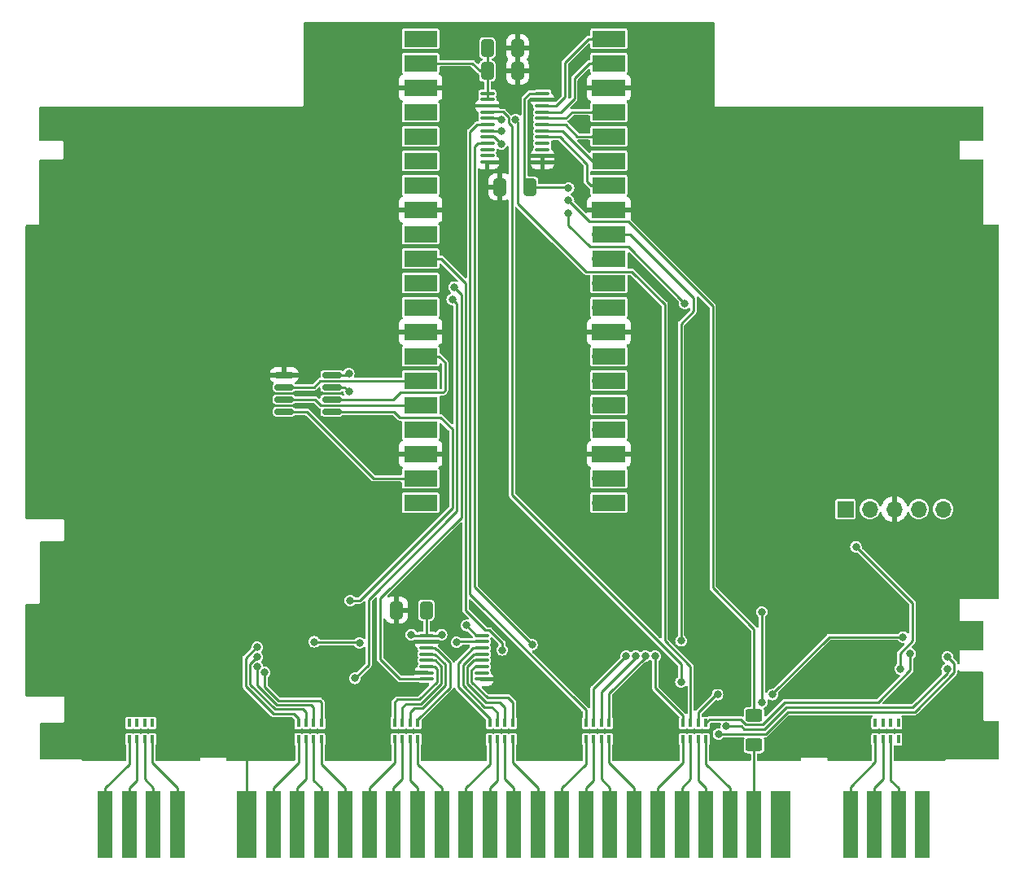
<source format=gbl>
G04 #@! TF.GenerationSoftware,KiCad,Pcbnew,(6.0.6)*
G04 #@! TF.CreationDate,2022-07-23T12:01:03-05:00*
G04 #@! TF.ProjectId,v0,76302e6b-6963-4616-945f-706362585858,v0*
G04 #@! TF.SameCoordinates,Original*
G04 #@! TF.FileFunction,Copper,L2,Bot*
G04 #@! TF.FilePolarity,Positive*
%FSLAX46Y46*%
G04 Gerber Fmt 4.6, Leading zero omitted, Abs format (unit mm)*
G04 Created by KiCad (PCBNEW (6.0.6)) date 2022-07-23 12:01:03*
%MOMM*%
%LPD*%
G01*
G04 APERTURE LIST*
G04 Aperture macros list*
%AMRoundRect*
0 Rectangle with rounded corners*
0 $1 Rounding radius*
0 $2 $3 $4 $5 $6 $7 $8 $9 X,Y pos of 4 corners*
0 Add a 4 corners polygon primitive as box body*
4,1,4,$2,$3,$4,$5,$6,$7,$8,$9,$2,$3,0*
0 Add four circle primitives for the rounded corners*
1,1,$1+$1,$2,$3*
1,1,$1+$1,$4,$5*
1,1,$1+$1,$6,$7*
1,1,$1+$1,$8,$9*
0 Add four rect primitives between the rounded corners*
20,1,$1+$1,$2,$3,$4,$5,0*
20,1,$1+$1,$4,$5,$6,$7,0*
20,1,$1+$1,$6,$7,$8,$9,0*
20,1,$1+$1,$8,$9,$2,$3,0*%
G04 Aperture macros list end*
G04 #@! TA.AperFunction,SMDPad,CuDef*
%ADD10RoundRect,0.150000X-0.825000X-0.150000X0.825000X-0.150000X0.825000X0.150000X-0.825000X0.150000X0*%
G04 #@! TD*
G04 #@! TA.AperFunction,ConnectorPad*
%ADD11R,1.501140X7.000240*%
G04 #@! TD*
G04 #@! TA.AperFunction,ConnectorPad*
%ADD12R,1.998980X7.000240*%
G04 #@! TD*
G04 #@! TA.AperFunction,ComponentPad*
%ADD13R,1.700000X1.700000*%
G04 #@! TD*
G04 #@! TA.AperFunction,ComponentPad*
%ADD14O,1.700000X1.700000*%
G04 #@! TD*
G04 #@! TA.AperFunction,SMDPad,CuDef*
%ADD15R,0.400000X0.900000*%
G04 #@! TD*
G04 #@! TA.AperFunction,SMDPad,CuDef*
%ADD16RoundRect,0.250000X-0.412500X-0.650000X0.412500X-0.650000X0.412500X0.650000X-0.412500X0.650000X0*%
G04 #@! TD*
G04 #@! TA.AperFunction,SMDPad,CuDef*
%ADD17RoundRect,0.250000X0.412500X0.650000X-0.412500X0.650000X-0.412500X-0.650000X0.412500X-0.650000X0*%
G04 #@! TD*
G04 #@! TA.AperFunction,SMDPad,CuDef*
%ADD18R,3.500000X1.700000*%
G04 #@! TD*
G04 #@! TA.AperFunction,SMDPad,CuDef*
%ADD19RoundRect,0.100000X0.637500X0.100000X-0.637500X0.100000X-0.637500X-0.100000X0.637500X-0.100000X0*%
G04 #@! TD*
G04 #@! TA.AperFunction,SMDPad,CuDef*
%ADD20RoundRect,0.250000X0.625000X-0.400000X0.625000X0.400000X-0.625000X0.400000X-0.625000X-0.400000X0*%
G04 #@! TD*
G04 #@! TA.AperFunction,ViaPad*
%ADD21C,0.800000*%
G04 #@! TD*
G04 #@! TA.AperFunction,Conductor*
%ADD22C,0.250000*%
G04 #@! TD*
G04 APERTURE END LIST*
D10*
X113325000Y-86355000D03*
X113325000Y-85085000D03*
X113325000Y-83815000D03*
X113325000Y-82545000D03*
X118275000Y-82545000D03*
X118275000Y-83815000D03*
X118275000Y-85085000D03*
X118275000Y-86355000D03*
D11*
X94700720Y-129300380D03*
X97200080Y-129300380D03*
X99699440Y-129300380D03*
X102198800Y-129300380D03*
D12*
X109450500Y-129300380D03*
D11*
X112198780Y-129300380D03*
X114700680Y-129300380D03*
X117200040Y-129300380D03*
X119699400Y-129300380D03*
X122198760Y-129300380D03*
X124700660Y-129300380D03*
X127200020Y-129300380D03*
X129699380Y-129300380D03*
X132198740Y-129300380D03*
X134700640Y-129300380D03*
X137200000Y-129300380D03*
X139699360Y-129300380D03*
X142201260Y-129300380D03*
X144700620Y-129300380D03*
X147199980Y-129300380D03*
X149699340Y-129300380D03*
X152201240Y-129300380D03*
X154700600Y-129300380D03*
X157199960Y-129300380D03*
X159699320Y-129300380D03*
X162201220Y-129300380D03*
D12*
X164949500Y-129300380D03*
D11*
X172201200Y-129300380D03*
X174700560Y-129300380D03*
X177199920Y-129300380D03*
X179699280Y-129300380D03*
D13*
X171700000Y-96500000D03*
D14*
X174240000Y-96500000D03*
X176780000Y-96500000D03*
X179320000Y-96500000D03*
X181860000Y-96500000D03*
D15*
X127200000Y-120450000D03*
X126400000Y-120450000D03*
X125600000Y-120450000D03*
X124800000Y-120450000D03*
X124800000Y-118750000D03*
X125600000Y-118750000D03*
X126400000Y-118750000D03*
X127200000Y-118750000D03*
D16*
X134462500Y-50925000D03*
X137587500Y-50925000D03*
D17*
X128112500Y-107000000D03*
X124987500Y-107000000D03*
D15*
X99600000Y-120450000D03*
X98800000Y-120450000D03*
X98000000Y-120450000D03*
X97200000Y-120450000D03*
X97200000Y-118750000D03*
X98000000Y-118750000D03*
X98800000Y-118750000D03*
X99600000Y-118750000D03*
X177200000Y-120450000D03*
X176400000Y-120450000D03*
X175600000Y-120450000D03*
X174800000Y-120450000D03*
X174800000Y-118750000D03*
X175600000Y-118750000D03*
X176400000Y-118750000D03*
X177200000Y-118750000D03*
D18*
X147090000Y-47570000D03*
D14*
X146190000Y-47570000D03*
D18*
X147090000Y-50110000D03*
D14*
X146190000Y-50110000D03*
D18*
X147090000Y-52650000D03*
D13*
X146190000Y-52650000D03*
D14*
X146190000Y-55190000D03*
D18*
X147090000Y-55190000D03*
D14*
X146190000Y-57730000D03*
D18*
X147090000Y-57730000D03*
X147090000Y-60270000D03*
D14*
X146190000Y-60270000D03*
X146190000Y-62810000D03*
D18*
X147090000Y-62810000D03*
X147090000Y-65350000D03*
D13*
X146190000Y-65350000D03*
D18*
X147090000Y-67890000D03*
D14*
X146190000Y-67890000D03*
D18*
X147090000Y-70430000D03*
D14*
X146190000Y-70430000D03*
X146190000Y-72970000D03*
D18*
X147090000Y-72970000D03*
D14*
X146190000Y-75510000D03*
D18*
X147090000Y-75510000D03*
D13*
X146190000Y-78050000D03*
D18*
X147090000Y-78050000D03*
X147090000Y-80590000D03*
D14*
X146190000Y-80590000D03*
X146190000Y-83130000D03*
D18*
X147090000Y-83130000D03*
X147090000Y-85670000D03*
D14*
X146190000Y-85670000D03*
X146190000Y-88210000D03*
D18*
X147090000Y-88210000D03*
D13*
X146190000Y-90750000D03*
D18*
X147090000Y-90750000D03*
D14*
X146190000Y-93290000D03*
D18*
X147090000Y-93290000D03*
X147090000Y-95830000D03*
D14*
X146190000Y-95830000D03*
D18*
X127510000Y-95830000D03*
D14*
X128410000Y-95830000D03*
D18*
X127510000Y-93290000D03*
D14*
X128410000Y-93290000D03*
D18*
X127510000Y-90750000D03*
D13*
X128410000Y-90750000D03*
D18*
X127510000Y-88210000D03*
D14*
X128410000Y-88210000D03*
D18*
X127510000Y-85670000D03*
D14*
X128410000Y-85670000D03*
X128410000Y-83130000D03*
D18*
X127510000Y-83130000D03*
D14*
X128410000Y-80590000D03*
D18*
X127510000Y-80590000D03*
D13*
X128410000Y-78050000D03*
D18*
X127510000Y-78050000D03*
X127510000Y-75510000D03*
D14*
X128410000Y-75510000D03*
D18*
X127510000Y-72970000D03*
D14*
X128410000Y-72970000D03*
X128410000Y-70430000D03*
D18*
X127510000Y-70430000D03*
D14*
X128410000Y-67890000D03*
D18*
X127510000Y-67890000D03*
X127510000Y-65350000D03*
D13*
X128410000Y-65350000D03*
D14*
X128410000Y-62810000D03*
D18*
X127510000Y-62810000D03*
X127510000Y-60270000D03*
D14*
X128410000Y-60270000D03*
D18*
X127510000Y-57730000D03*
D14*
X128410000Y-57730000D03*
D18*
X127510000Y-55190000D03*
D14*
X128410000Y-55190000D03*
D18*
X127510000Y-52650000D03*
D13*
X128410000Y-52650000D03*
D18*
X127510000Y-50110000D03*
D14*
X128410000Y-50110000D03*
X128410000Y-47570000D03*
D18*
X127510000Y-47570000D03*
D16*
X134462500Y-48525000D03*
X137587500Y-48525000D03*
D15*
X137100000Y-120450000D03*
X136300000Y-120450000D03*
X135500000Y-120450000D03*
X134700000Y-120450000D03*
X134700000Y-118750000D03*
X135500000Y-118750000D03*
X136300000Y-118750000D03*
X137100000Y-118750000D03*
X147100000Y-120450000D03*
X146300000Y-120450000D03*
X145500000Y-120450000D03*
X144700000Y-120450000D03*
X144700000Y-118750000D03*
X145500000Y-118750000D03*
X146300000Y-118750000D03*
X147100000Y-118750000D03*
D19*
X140187500Y-53250000D03*
X140187500Y-53900000D03*
X140187500Y-54550000D03*
X140187500Y-55200000D03*
X140187500Y-55850000D03*
X140187500Y-56500000D03*
X140187500Y-57150000D03*
X140187500Y-57800000D03*
X140187500Y-58450000D03*
X140187500Y-59100000D03*
X140187500Y-59750000D03*
X140187500Y-60400000D03*
X134462500Y-60400000D03*
X134462500Y-59750000D03*
X134462500Y-59100000D03*
X134462500Y-58450000D03*
X134462500Y-57800000D03*
X134462500Y-57150000D03*
X134462500Y-56500000D03*
X134462500Y-55850000D03*
X134462500Y-55200000D03*
X134462500Y-54550000D03*
X134462500Y-53900000D03*
X134462500Y-53250000D03*
D15*
X117200000Y-120450000D03*
X116400000Y-120450000D03*
X115600000Y-120450000D03*
X114800000Y-120450000D03*
X114800000Y-118750000D03*
X115600000Y-118750000D03*
X116400000Y-118750000D03*
X117200000Y-118750000D03*
X157200000Y-120450000D03*
X156400000Y-120450000D03*
X155600000Y-120450000D03*
X154800000Y-120450000D03*
X154800000Y-118750000D03*
X155600000Y-118750000D03*
X156400000Y-118750000D03*
X157200000Y-118750000D03*
D17*
X138875000Y-62975000D03*
X135750000Y-62975000D03*
D20*
X162200000Y-121050000D03*
X162200000Y-117950000D03*
D19*
X133862500Y-109625000D03*
X133862500Y-110275000D03*
X133862500Y-110925000D03*
X133862500Y-111575000D03*
X133862500Y-112225000D03*
X133862500Y-112875000D03*
X133862500Y-113525000D03*
X133862500Y-114175000D03*
X128137500Y-114175000D03*
X128137500Y-113525000D03*
X128137500Y-112875000D03*
X128137500Y-112225000D03*
X128137500Y-111575000D03*
X128137500Y-110925000D03*
X128137500Y-110275000D03*
X128137500Y-109625000D03*
D21*
X120050000Y-82400000D03*
X120100000Y-84300000D03*
X136000000Y-111150000D03*
X131000000Y-73400000D03*
X130800000Y-74700000D03*
X135700000Y-65000000D03*
X156850000Y-109550000D03*
X156850000Y-115500000D03*
X126500000Y-113150000D03*
X168050000Y-115850000D03*
X135251000Y-112950000D03*
X184400000Y-120100000D03*
X110500075Y-110874984D03*
X110496323Y-111874480D03*
X110518465Y-112876936D03*
X111300000Y-113500000D03*
X148888420Y-111787828D03*
X149887922Y-111786483D03*
X150887423Y-111787979D03*
X139100000Y-110600000D03*
X151900000Y-111800000D03*
X135900000Y-56000000D03*
X137400000Y-56000000D03*
X177700000Y-109800000D03*
X158400000Y-115800000D03*
X164100000Y-115800000D03*
X178450000Y-111550000D03*
X159300000Y-119100000D03*
X182275500Y-113150000D03*
X182300000Y-111850000D03*
X158500000Y-119900000D03*
X154600000Y-114500000D03*
X135900000Y-57200000D03*
X142900000Y-64400000D03*
X163000000Y-116600000D03*
X155000000Y-75100000D03*
X163000000Y-107200000D03*
X135900000Y-58500000D03*
X142900000Y-65700000D03*
X121150000Y-110400000D03*
X116450000Y-110300000D03*
X131250000Y-110349500D03*
X132300000Y-108600000D03*
X120700000Y-114100000D03*
X142900000Y-63100000D03*
X129700000Y-109550500D03*
X126550000Y-109550500D03*
X120200000Y-106000000D03*
X154599998Y-110200000D03*
X172800000Y-100400000D03*
X177400000Y-113100000D03*
D22*
X122590000Y-93290000D02*
X128410000Y-93290000D01*
X115655000Y-86355000D02*
X122590000Y-93290000D01*
X113325000Y-86355000D02*
X115655000Y-86355000D01*
X129550000Y-86950000D02*
X130800000Y-88200000D01*
X125350000Y-86950000D02*
X129550000Y-86950000D01*
X130800000Y-88200000D02*
X130800000Y-96400000D01*
X121200000Y-106000000D02*
X120200000Y-106000000D01*
X124755000Y-86355000D02*
X125350000Y-86950000D01*
X118275000Y-86355000D02*
X124755000Y-86355000D01*
X130800000Y-96400000D02*
X121200000Y-106000000D01*
X119905000Y-82545000D02*
X120050000Y-82400000D01*
X118275000Y-82545000D02*
X119905000Y-82545000D01*
X120050000Y-84300000D02*
X119565000Y-83815000D01*
X120100000Y-84300000D02*
X120050000Y-84300000D01*
X119565000Y-83815000D02*
X118275000Y-83815000D01*
X130050000Y-81250000D02*
X129390000Y-80590000D01*
X129390000Y-80590000D02*
X128410000Y-80590000D01*
X130050000Y-84150000D02*
X130050000Y-81250000D01*
X129850000Y-84350000D02*
X130050000Y-84150000D01*
X125400000Y-84350000D02*
X129850000Y-84350000D01*
X118275000Y-85085000D02*
X124665000Y-85085000D01*
X124665000Y-85085000D02*
X125400000Y-84350000D01*
X117160000Y-85710000D02*
X128370000Y-85710000D01*
X116535000Y-85085000D02*
X117160000Y-85710000D01*
X128370000Y-85710000D02*
X128410000Y-85670000D01*
X113325000Y-85085000D02*
X116535000Y-85085000D01*
X117080000Y-83170000D02*
X128370000Y-83170000D01*
X116435000Y-83815000D02*
X117080000Y-83170000D01*
X128370000Y-83170000D02*
X128410000Y-83130000D01*
X113325000Y-83815000D02*
X116435000Y-83815000D01*
X136000000Y-110650000D02*
X136000000Y-111150000D01*
X136000000Y-110423959D02*
X136000000Y-110650000D01*
X134676041Y-109100000D02*
X136000000Y-110423959D01*
X132200000Y-73000000D02*
X132200000Y-107035690D01*
X129630000Y-70430000D02*
X132200000Y-73000000D01*
X132200000Y-107035690D02*
X134264310Y-109100000D01*
X128410000Y-70430000D02*
X129630000Y-70430000D01*
X134264310Y-109100000D02*
X134676041Y-109100000D01*
X131250000Y-75150000D02*
X130800000Y-74700000D01*
X122100000Y-105900000D02*
X131250000Y-96750000D01*
X122100000Y-112700000D02*
X122100000Y-105900000D01*
X131250000Y-96750000D02*
X131250000Y-75150000D01*
X120700000Y-114100000D02*
X122100000Y-112700000D01*
X131300000Y-73700000D02*
X131000000Y-73400000D01*
X131750000Y-97350000D02*
X131750000Y-74150000D01*
X123300000Y-112100000D02*
X123300000Y-105800000D01*
X125375000Y-114175000D02*
X123300000Y-112100000D01*
X131750000Y-74150000D02*
X131300000Y-73700000D01*
X128137500Y-114175000D02*
X125375000Y-114175000D01*
X123300000Y-105800000D02*
X131750000Y-97350000D01*
X133099501Y-58800499D02*
X133450000Y-58450000D01*
X144700000Y-118750000D02*
X144700000Y-117400000D01*
X144700000Y-117400000D02*
X132650000Y-105350000D01*
X132650000Y-105350000D02*
X132650000Y-57250000D01*
X132650000Y-57250000D02*
X133400000Y-56500000D01*
X133400000Y-56500000D02*
X134462500Y-56500000D01*
X139100000Y-110600000D02*
X133099501Y-104599501D01*
X133099501Y-104599501D02*
X133099501Y-58800499D01*
X133450000Y-58450000D02*
X134462500Y-58450000D01*
X128137500Y-109625000D02*
X126624500Y-109625000D01*
X126624500Y-109625000D02*
X126550000Y-109550500D01*
X170000000Y-109800000D02*
X177700000Y-109800000D01*
X164100000Y-115700000D02*
X170000000Y-109800000D01*
X164100000Y-115800000D02*
X164100000Y-115700000D01*
X154600000Y-112600000D02*
X154600000Y-114500000D01*
X137000000Y-95000000D02*
X154600000Y-112600000D01*
X137000000Y-56624598D02*
X137000000Y-95000000D01*
X136675500Y-56300098D02*
X137000000Y-56624598D01*
X136675500Y-55750902D02*
X136675500Y-56300098D01*
X136100098Y-55175500D02*
X136675500Y-55750902D01*
X134487000Y-55175500D02*
X136100098Y-55175500D01*
X134462500Y-55200000D02*
X134487000Y-55175500D01*
X137600000Y-56200000D02*
X137400000Y-56000000D01*
X137600000Y-64700000D02*
X137600000Y-56200000D01*
X149495000Y-71795000D02*
X144695000Y-71795000D01*
X152900000Y-75200000D02*
X149495000Y-71795000D01*
X152900000Y-110200000D02*
X152900000Y-75200000D01*
X155600000Y-112900000D02*
X152900000Y-110200000D01*
X144695000Y-71795000D02*
X137600000Y-64700000D01*
X155600000Y-118750000D02*
X155600000Y-112900000D01*
X135750000Y-55850000D02*
X135900000Y-56000000D01*
X134462500Y-55850000D02*
X135750000Y-55850000D01*
X128137500Y-113525000D02*
X126875000Y-113525000D01*
X109450500Y-129300380D02*
X109450500Y-122350500D01*
X126875000Y-113525000D02*
X126500000Y-113150000D01*
X134462500Y-50925000D02*
X133725000Y-50925000D01*
X134462500Y-50925000D02*
X134462500Y-53250000D01*
X132910000Y-50110000D02*
X128410000Y-50110000D01*
X134462500Y-53250000D02*
X134462500Y-53900000D01*
X133725000Y-50925000D02*
X132910000Y-50110000D01*
X134462500Y-50925000D02*
X134462500Y-48525000D01*
X97200000Y-123000000D02*
X97200000Y-120450000D01*
X94700720Y-129300380D02*
X94700720Y-125499280D01*
X94700720Y-125499280D02*
X97200000Y-123000000D01*
X97200080Y-125499920D02*
X98000000Y-124700000D01*
X98000000Y-124700000D02*
X98000000Y-120450000D01*
X97200080Y-129300380D02*
X97200080Y-125499920D01*
X99699440Y-129300380D02*
X99699440Y-125499440D01*
X98800000Y-124600000D02*
X98800000Y-120450000D01*
X99699440Y-125499440D02*
X98800000Y-124600000D01*
X102198800Y-129300380D02*
X102198800Y-125498800D01*
X99600000Y-122900000D02*
X99600000Y-120450000D01*
X102198800Y-125498800D02*
X99600000Y-122900000D01*
X112198780Y-125501220D02*
X114800000Y-122900000D01*
X112198780Y-129300380D02*
X112198780Y-125501220D01*
X114800000Y-122900000D02*
X114800000Y-120450000D01*
X114700680Y-129300380D02*
X114700680Y-125499320D01*
X114700680Y-125499320D02*
X115600000Y-124600000D01*
X115600000Y-124600000D02*
X115600000Y-120450000D01*
X116400000Y-124700000D02*
X116400000Y-120450000D01*
X117200040Y-129300380D02*
X117200040Y-125500040D01*
X117200040Y-125500040D02*
X116400000Y-124700000D01*
X119699400Y-129300380D02*
X119699400Y-125499400D01*
X117200000Y-123000000D02*
X117200000Y-120450000D01*
X119699400Y-125499400D02*
X117200000Y-123000000D01*
X122198760Y-129300380D02*
X122198760Y-125501240D01*
X124800000Y-122900000D02*
X124800000Y-120450000D01*
X122198760Y-125501240D02*
X124800000Y-122900000D01*
X124700660Y-129300380D02*
X124700660Y-125499340D01*
X124700660Y-125499340D02*
X125600000Y-124600000D01*
X125600000Y-124600000D02*
X125600000Y-120450000D01*
X127200020Y-129300380D02*
X127200020Y-125500020D01*
X127200020Y-125500020D02*
X126400000Y-124700000D01*
X126400000Y-124700000D02*
X126400000Y-120450000D01*
X127200000Y-123000000D02*
X127200000Y-120450000D01*
X129699380Y-125499380D02*
X127200000Y-123000000D01*
X129699380Y-129300380D02*
X129699380Y-125499380D01*
X134700000Y-123000000D02*
X134700000Y-120450000D01*
X132198740Y-129300380D02*
X132198740Y-125501260D01*
X132198740Y-125501260D02*
X134700000Y-123000000D01*
X135500000Y-124700000D02*
X135500000Y-120450000D01*
X134700640Y-129300380D02*
X134700640Y-125499360D01*
X134700640Y-125499360D02*
X135500000Y-124700000D01*
X137200000Y-129300380D02*
X137200000Y-125500000D01*
X136300000Y-124600000D02*
X136300000Y-120450000D01*
X137200000Y-125500000D02*
X136300000Y-124600000D01*
X139699360Y-129300380D02*
X139699360Y-125499360D01*
X139699360Y-125499360D02*
X137100000Y-122900000D01*
X137100000Y-122900000D02*
X137100000Y-120450000D01*
X142201260Y-129300380D02*
X142201260Y-125498740D01*
X142201260Y-125498740D02*
X144700000Y-123000000D01*
X144700000Y-123000000D02*
X144700000Y-120450000D01*
X145500000Y-124700000D02*
X145500000Y-120450000D01*
X144700620Y-125499380D02*
X145500000Y-124700000D01*
X144700620Y-129300380D02*
X144700620Y-125499380D01*
X147199980Y-125499980D02*
X146300000Y-124600000D01*
X147199980Y-129300380D02*
X147199980Y-125499980D01*
X146300000Y-124600000D02*
X146300000Y-120450000D01*
X147100000Y-122900000D02*
X147100000Y-120450000D01*
X149699340Y-129300380D02*
X149699340Y-125499340D01*
X149699340Y-125499340D02*
X147100000Y-122900000D01*
X154800000Y-122900000D02*
X154800000Y-120450000D01*
X152201240Y-125498760D02*
X154800000Y-122900000D01*
X152201240Y-129300380D02*
X152201240Y-125498760D01*
X155600000Y-124600000D02*
X155600000Y-120450000D01*
X154700600Y-125499400D02*
X155600000Y-124600000D01*
X154700600Y-129300380D02*
X154700600Y-125499400D01*
X156400000Y-124700000D02*
X156400000Y-120450000D01*
X157199960Y-125499960D02*
X156400000Y-124700000D01*
X157199960Y-129300380D02*
X157199960Y-125499960D01*
X159699320Y-125499320D02*
X157200000Y-123000000D01*
X157200000Y-123000000D02*
X157200000Y-120450000D01*
X159699320Y-129300380D02*
X159699320Y-125499320D01*
X162201220Y-129300380D02*
X162201220Y-121051220D01*
X172201200Y-129300380D02*
X172201200Y-125400000D01*
X174800000Y-122800000D02*
X174800000Y-120450000D01*
X172200000Y-125400000D02*
X174800000Y-122800000D01*
X174700560Y-129300380D02*
X174700560Y-125499440D01*
X174700560Y-125499440D02*
X175600000Y-124600000D01*
X175600000Y-124600000D02*
X175600000Y-120450000D01*
X177199920Y-125499920D02*
X176400000Y-124700000D01*
X177199920Y-129300380D02*
X177199920Y-125499920D01*
X176400000Y-124700000D02*
X176400000Y-120450000D01*
X112190812Y-117800000D02*
X109300000Y-114909188D01*
X109300000Y-112000000D02*
X110425016Y-110874984D01*
X114800000Y-118750000D02*
X114800000Y-118300000D01*
X114300000Y-117800000D02*
X112190812Y-117800000D01*
X109300000Y-114909188D02*
X109300000Y-112000000D01*
X114800000Y-118300000D02*
X114300000Y-117800000D01*
X110425016Y-110874984D02*
X110500075Y-110874984D01*
X109750000Y-114722792D02*
X109750000Y-112620803D01*
X115600000Y-118750000D02*
X115600000Y-117660000D01*
X115265000Y-117325000D02*
X112352208Y-117325000D01*
X112352208Y-117325000D02*
X109750000Y-114722792D01*
X115600000Y-117660000D02*
X115265000Y-117325000D01*
X109750000Y-112620803D02*
X110496323Y-111874480D01*
X116400000Y-118750000D02*
X116400000Y-117140000D01*
X110518465Y-114854861D02*
X110518465Y-112876936D01*
X116400000Y-117140000D02*
X116110000Y-116850000D01*
X112513604Y-116850000D02*
X110518465Y-114854861D01*
X116110000Y-116850000D02*
X112513604Y-116850000D01*
X117200000Y-118750000D02*
X117200000Y-116600000D01*
X111300000Y-115000000D02*
X111300000Y-113500000D01*
X117000000Y-116400000D02*
X112700000Y-116400000D01*
X117200000Y-116600000D02*
X117000000Y-116400000D01*
X112700000Y-116400000D02*
X111300000Y-115000000D01*
X124800000Y-116600000D02*
X124800000Y-118750000D01*
X127351042Y-116300000D02*
X125100000Y-116300000D01*
X128975000Y-112875000D02*
X129200000Y-113100000D01*
X125100000Y-116300000D02*
X124800000Y-116600000D01*
X129200000Y-114451042D02*
X127351042Y-116300000D01*
X129200000Y-113100000D02*
X129200000Y-114451042D01*
X128137500Y-112875000D02*
X128975000Y-112875000D01*
X128137500Y-112225000D02*
X129025000Y-112225000D01*
X127537231Y-116749501D02*
X125990499Y-116749501D01*
X129649501Y-114637231D02*
X127537231Y-116749501D01*
X125600000Y-117140000D02*
X125600000Y-118750000D01*
X125990499Y-116749501D02*
X125600000Y-117140000D01*
X129025000Y-112225000D02*
X129649501Y-112849501D01*
X129649501Y-112849501D02*
X129649501Y-114637231D01*
X128137500Y-111575000D02*
X129010690Y-111575000D01*
X127723420Y-117199002D02*
X126860998Y-117199002D01*
X130099002Y-114823420D02*
X127723420Y-117199002D01*
X130099002Y-112663312D02*
X130099002Y-114823420D01*
X126860998Y-117199002D02*
X126400000Y-117660000D01*
X129010690Y-111575000D02*
X130099002Y-112663312D01*
X126400000Y-117660000D02*
X126400000Y-118750000D01*
X127200000Y-118400000D02*
X127200000Y-118750000D01*
X128137500Y-110925000D02*
X128975000Y-110925000D01*
X130548503Y-112477123D02*
X130548503Y-115051497D01*
X128975000Y-110925000D02*
X129175499Y-111125499D01*
X129175499Y-111125499D02*
X129196879Y-111125499D01*
X130548503Y-115051497D02*
X127200000Y-118400000D01*
X129196879Y-111125499D02*
X130548503Y-112477123D01*
X131400000Y-112500000D02*
X131400000Y-115000000D01*
X134700000Y-118300000D02*
X134700000Y-118750000D01*
X132975000Y-110925000D02*
X131400000Y-112500000D01*
X133862500Y-110925000D02*
X132975000Y-110925000D01*
X131400000Y-115000000D02*
X134700000Y-118300000D01*
X133862500Y-111575000D02*
X133053620Y-111575000D01*
X133053620Y-111575000D02*
X131900998Y-112727622D01*
X135500000Y-117660000D02*
X135500000Y-118750000D01*
X134940000Y-117100000D02*
X135500000Y-117660000D01*
X131900998Y-114823419D02*
X134177579Y-117100000D01*
X134177579Y-117100000D02*
X134940000Y-117100000D01*
X131900998Y-112727622D02*
X131900998Y-114823419D01*
X136300000Y-117140000D02*
X136300000Y-118750000D01*
X132350499Y-112913811D02*
X132350499Y-114637230D01*
X135760000Y-116600000D02*
X136300000Y-117140000D01*
X133862500Y-112225000D02*
X133039310Y-112225000D01*
X132350499Y-114637230D02*
X134313269Y-116600000D01*
X134313269Y-116600000D02*
X135760000Y-116600000D01*
X133039310Y-112225000D02*
X132350499Y-112913811D01*
X132800000Y-113248959D02*
X132800000Y-114451041D01*
X133862500Y-112875000D02*
X133173959Y-112875000D01*
X133173959Y-112875000D02*
X132800000Y-113248959D01*
X136600000Y-116100000D02*
X137100000Y-116600000D01*
X134448959Y-116100000D02*
X136600000Y-116100000D01*
X132800000Y-114451041D02*
X134448959Y-116100000D01*
X137100000Y-116600000D02*
X137100000Y-118750000D01*
X145500000Y-115176248D02*
X148888420Y-111787828D01*
X145500000Y-118750000D02*
X145500000Y-115176248D01*
X146300000Y-118750000D02*
X146300000Y-115500000D01*
X146300000Y-115500000D02*
X149887922Y-111912078D01*
X149887922Y-111912078D02*
X149887922Y-111786483D01*
X150887423Y-111912577D02*
X150887423Y-111787979D01*
X147100000Y-118750000D02*
X147100000Y-115700000D01*
X147100000Y-115700000D02*
X150887423Y-111912577D01*
X154800000Y-118000000D02*
X151900000Y-115100000D01*
X151900000Y-115100000D02*
X151900000Y-111800000D01*
X154800000Y-118750000D02*
X154800000Y-118000000D01*
X156400000Y-117660000D02*
X158260000Y-115800000D01*
X158260000Y-115800000D02*
X158400000Y-115800000D01*
X156400000Y-118750000D02*
X156400000Y-117660000D01*
X178450000Y-113250000D02*
X175100000Y-116600000D01*
X163063173Y-118925000D02*
X161336827Y-118925000D01*
X175100000Y-116600000D02*
X165388173Y-116600000D01*
X178450000Y-111550000D02*
X178450000Y-113250000D01*
X161336827Y-118925000D02*
X160787327Y-118375500D01*
X157574500Y-118375500D02*
X157200000Y-118750000D01*
X165388173Y-116600000D02*
X163063173Y-118925000D01*
X160787327Y-118375500D02*
X157574500Y-118375500D01*
X163249362Y-119374501D02*
X161150638Y-119374501D01*
X178700000Y-117100000D02*
X165523863Y-117100000D01*
X165523863Y-117100000D02*
X163249362Y-119374501D01*
X182275500Y-113524500D02*
X178700000Y-117100000D01*
X161150638Y-119374501D02*
X160876137Y-119100000D01*
X182275500Y-113150000D02*
X182275500Y-113524500D01*
X160876137Y-119100000D02*
X159300000Y-119100000D01*
X178900000Y-117600000D02*
X165700000Y-117600000D01*
X182300000Y-111850000D02*
X183000000Y-112550000D01*
X163400000Y-119900000D02*
X158551996Y-119900000D01*
X183000000Y-112550000D02*
X183000000Y-113500000D01*
X165700000Y-117600000D02*
X163400000Y-119900000D01*
X183000000Y-113500000D02*
X178900000Y-117600000D01*
X162200000Y-117950000D02*
X162200000Y-109000000D01*
X135850000Y-57150000D02*
X135900000Y-57200000D01*
X157900000Y-75400000D02*
X149100000Y-66600000D01*
X145100000Y-66600000D02*
X142900000Y-64400000D01*
X134462500Y-57150000D02*
X135850000Y-57150000D01*
X162200000Y-109000000D02*
X157900000Y-104700000D01*
X149100000Y-66600000D02*
X145100000Y-66600000D01*
X157900000Y-104700000D02*
X157900000Y-75400000D01*
X145150000Y-69200000D02*
X142900000Y-66950000D01*
X163000000Y-116600000D02*
X163000000Y-107200000D01*
X149100000Y-69200000D02*
X145150000Y-69200000D01*
X155000000Y-75100000D02*
X149100000Y-69200000D01*
X134462500Y-57800000D02*
X135200000Y-57800000D01*
X135200000Y-57800000D02*
X135900000Y-58500000D01*
X142900000Y-66950000D02*
X142900000Y-65700000D01*
X131324500Y-110275000D02*
X133862500Y-110275000D01*
X116524500Y-110374500D02*
X121124500Y-110374500D01*
X121124500Y-110374500D02*
X121150000Y-110400000D01*
X116450000Y-110300000D02*
X116524500Y-110374500D01*
X131250000Y-110349500D02*
X131324500Y-110275000D01*
X133325000Y-109625000D02*
X132300000Y-108600000D01*
X138325000Y-53825000D02*
X138325000Y-62425000D01*
X128137500Y-109625000D02*
X129625500Y-109625000D01*
X140187500Y-53250000D02*
X138900000Y-53250000D01*
X129625500Y-109625000D02*
X129700000Y-109550500D01*
X142800000Y-63000000D02*
X142900000Y-63100000D01*
X138325000Y-62425000D02*
X138875000Y-62975000D01*
X138900000Y-63000000D02*
X142800000Y-63000000D01*
X128137500Y-109625000D02*
X128137500Y-107025000D01*
X138900000Y-53250000D02*
X138325000Y-53825000D01*
X154599998Y-77200002D02*
X154599998Y-110200000D01*
X155900000Y-75900000D02*
X154599998Y-77200002D01*
X155900000Y-74500000D02*
X155900000Y-75900000D01*
X149290000Y-67890000D02*
X155900000Y-74500000D01*
X147800000Y-67890000D02*
X149290000Y-67890000D01*
X140187500Y-57800000D02*
X142000000Y-57800000D01*
X144800000Y-60600000D02*
X144800000Y-62400000D01*
X144800000Y-62400000D02*
X145210000Y-62810000D01*
X145210000Y-62810000D02*
X146190000Y-62810000D01*
X142000000Y-57800000D02*
X144800000Y-60600000D01*
X142600000Y-55850000D02*
X143260000Y-55190000D01*
X143260000Y-55190000D02*
X146190000Y-55190000D01*
X140187500Y-55850000D02*
X142600000Y-55850000D01*
X144987919Y-47570000D02*
X146190000Y-47570000D01*
X142525000Y-53625000D02*
X142525000Y-50032919D01*
X140187500Y-54550000D02*
X141600000Y-54550000D01*
X142525000Y-50032919D02*
X144987919Y-47570000D01*
X141600000Y-54550000D02*
X142525000Y-53625000D01*
X143500000Y-51700000D02*
X145090000Y-50110000D01*
X145090000Y-50110000D02*
X146190000Y-50110000D01*
X140187500Y-55200000D02*
X142100000Y-55200000D01*
X143500000Y-53800000D02*
X143500000Y-51700000D01*
X142100000Y-55200000D02*
X143500000Y-53800000D01*
X142250000Y-57150000D02*
X145370000Y-60270000D01*
X140187500Y-57150000D02*
X142250000Y-57150000D01*
X145370000Y-60270000D02*
X146190000Y-60270000D01*
X143830000Y-57730000D02*
X146190000Y-57730000D01*
X140187500Y-56500000D02*
X142600000Y-56500000D01*
X142600000Y-56500000D02*
X143830000Y-57730000D01*
X172800000Y-100400000D02*
X178700000Y-106300000D01*
X177400000Y-111500000D02*
X177400000Y-113100000D01*
X178700000Y-106300000D02*
X178700000Y-110200000D01*
X178700000Y-110200000D02*
X177400000Y-111500000D01*
G04 #@! TA.AperFunction,Conductor*
G36*
X158014621Y-45847502D02*
G01*
X158061114Y-45901158D01*
X158072500Y-45953500D01*
X158072500Y-54481656D01*
X158071196Y-54499735D01*
X158068443Y-54518723D01*
X158075934Y-54535198D01*
X158075934Y-54535199D01*
X158076495Y-54536432D01*
X158082700Y-54553118D01*
X158083082Y-54554420D01*
X158088178Y-54571789D01*
X158095432Y-54578084D01*
X158099408Y-54586828D01*
X158114614Y-54596647D01*
X158115756Y-54597385D01*
X158129980Y-54608064D01*
X158131009Y-54608957D01*
X158131010Y-54608958D01*
X158144683Y-54620822D01*
X158154189Y-54622200D01*
X158162259Y-54627411D01*
X158162873Y-54627500D01*
X158181656Y-54627500D01*
X158199736Y-54628804D01*
X158200810Y-54628960D01*
X158200811Y-54628960D01*
X158218723Y-54631557D01*
X158223070Y-54629581D01*
X158227646Y-54630245D01*
X158227646Y-54627500D01*
X185945640Y-54627500D01*
X186013761Y-54647502D01*
X186060254Y-54701158D01*
X186071640Y-54753500D01*
X186071640Y-58046260D01*
X186051638Y-58114381D01*
X185997982Y-58160874D01*
X185945640Y-58172260D01*
X183718124Y-58172260D01*
X183700044Y-58170956D01*
X183698970Y-58170800D01*
X183698969Y-58170800D01*
X183681057Y-58168203D01*
X183664582Y-58175694D01*
X183664581Y-58175694D01*
X183663348Y-58176255D01*
X183646662Y-58182460D01*
X183645360Y-58182842D01*
X183645359Y-58182843D01*
X183627991Y-58187938D01*
X183621696Y-58195192D01*
X183612952Y-58199168D01*
X183603133Y-58214374D01*
X183602395Y-58215516D01*
X183591716Y-58229740D01*
X183591609Y-58229864D01*
X183578958Y-58244443D01*
X183577580Y-58253949D01*
X183572369Y-58262019D01*
X183572280Y-58262633D01*
X183572280Y-58281416D01*
X183570976Y-58299495D01*
X183568223Y-58318483D01*
X183570199Y-58322830D01*
X183569535Y-58327406D01*
X183572280Y-58327406D01*
X183572280Y-59980676D01*
X183570976Y-59998755D01*
X183568223Y-60017743D01*
X183575714Y-60034218D01*
X183575714Y-60034219D01*
X183576275Y-60035452D01*
X183582480Y-60052138D01*
X183582625Y-60052631D01*
X183587958Y-60070809D01*
X183595212Y-60077104D01*
X183599188Y-60085848D01*
X183614394Y-60095667D01*
X183615536Y-60096405D01*
X183629760Y-60107084D01*
X183630789Y-60107977D01*
X183630790Y-60107978D01*
X183644463Y-60119842D01*
X183653969Y-60121220D01*
X183662039Y-60126431D01*
X183662653Y-60126520D01*
X183681436Y-60126520D01*
X183699516Y-60127824D01*
X183700590Y-60127980D01*
X183700591Y-60127980D01*
X183718503Y-60130577D01*
X183722850Y-60128601D01*
X183727426Y-60129265D01*
X183727426Y-60126520D01*
X185945640Y-60126520D01*
X186013761Y-60146522D01*
X186060254Y-60200178D01*
X186071640Y-60252520D01*
X186071640Y-66782796D01*
X186070336Y-66800875D01*
X186067583Y-66819863D01*
X186075074Y-66836338D01*
X186075074Y-66836339D01*
X186075635Y-66837572D01*
X186081840Y-66854258D01*
X186082222Y-66855560D01*
X186087318Y-66872929D01*
X186094572Y-66879224D01*
X186098548Y-66887968D01*
X186113754Y-66897787D01*
X186114896Y-66898525D01*
X186129120Y-66909204D01*
X186130149Y-66910097D01*
X186130150Y-66910098D01*
X186143823Y-66921962D01*
X186153329Y-66923340D01*
X186161399Y-66928551D01*
X186162013Y-66928640D01*
X186180796Y-66928640D01*
X186198876Y-66929944D01*
X186199950Y-66930100D01*
X186199951Y-66930100D01*
X186217863Y-66932697D01*
X186222210Y-66930721D01*
X186226786Y-66931385D01*
X186226786Y-66928640D01*
X187545840Y-66928640D01*
X187613961Y-66948642D01*
X187660454Y-67002298D01*
X187671840Y-67054640D01*
X187671840Y-105747460D01*
X187651838Y-105815581D01*
X187598182Y-105862074D01*
X187545840Y-105873460D01*
X183718124Y-105873460D01*
X183700044Y-105872156D01*
X183698970Y-105872000D01*
X183698969Y-105872000D01*
X183681057Y-105869403D01*
X183664582Y-105876894D01*
X183664581Y-105876894D01*
X183663348Y-105877455D01*
X183646662Y-105883660D01*
X183645360Y-105884042D01*
X183645359Y-105884043D01*
X183627991Y-105889138D01*
X183621696Y-105896392D01*
X183612952Y-105900368D01*
X183603133Y-105915574D01*
X183602395Y-105916716D01*
X183591716Y-105930940D01*
X183578958Y-105945643D01*
X183577580Y-105955149D01*
X183572369Y-105963219D01*
X183572280Y-105963833D01*
X183572280Y-105982616D01*
X183570976Y-106000695D01*
X183568223Y-106019683D01*
X183570199Y-106024030D01*
X183569535Y-106028606D01*
X183572280Y-106028606D01*
X183572280Y-107981596D01*
X183570976Y-107999675D01*
X183568223Y-108018663D01*
X183575714Y-108035138D01*
X183575714Y-108035139D01*
X183576275Y-108036372D01*
X183582480Y-108053058D01*
X183582862Y-108054360D01*
X183587958Y-108071729D01*
X183595212Y-108078024D01*
X183599188Y-108086768D01*
X183614394Y-108096587D01*
X183615536Y-108097325D01*
X183629760Y-108108004D01*
X183630789Y-108108897D01*
X183630790Y-108108898D01*
X183644463Y-108120762D01*
X183653969Y-108122140D01*
X183662039Y-108127351D01*
X183662653Y-108127440D01*
X183681436Y-108127440D01*
X183699516Y-108128744D01*
X183700590Y-108128900D01*
X183700591Y-108128900D01*
X183718503Y-108131497D01*
X183722850Y-108129521D01*
X183727426Y-108130185D01*
X183727426Y-108127440D01*
X185945640Y-108127440D01*
X186013761Y-108147442D01*
X186060254Y-108201098D01*
X186071640Y-108253440D01*
X186071640Y-111045900D01*
X186051638Y-111114021D01*
X185997982Y-111160514D01*
X185945640Y-111171900D01*
X183718124Y-111171900D01*
X183700044Y-111170596D01*
X183698970Y-111170440D01*
X183698969Y-111170440D01*
X183681057Y-111167843D01*
X183664582Y-111175334D01*
X183664581Y-111175334D01*
X183663348Y-111175895D01*
X183646662Y-111182100D01*
X183645360Y-111182482D01*
X183645359Y-111182483D01*
X183627991Y-111187578D01*
X183621696Y-111194832D01*
X183612952Y-111198808D01*
X183603133Y-111214014D01*
X183602395Y-111215156D01*
X183591716Y-111229380D01*
X183578958Y-111244083D01*
X183577580Y-111253589D01*
X183572369Y-111261659D01*
X183572280Y-111262273D01*
X183572280Y-111281056D01*
X183570976Y-111299136D01*
X183570832Y-111300132D01*
X183568223Y-111318123D01*
X183570199Y-111322470D01*
X183569535Y-111327046D01*
X183572280Y-111327046D01*
X183572280Y-112471081D01*
X183552278Y-112539202D01*
X183498622Y-112585695D01*
X183428348Y-112595799D01*
X183363768Y-112566305D01*
X183324574Y-112503695D01*
X183319511Y-112484798D01*
X183317132Y-112474069D01*
X183313202Y-112451780D01*
X183310588Y-112436955D01*
X183305076Y-112427407D01*
X183303883Y-112424130D01*
X183302406Y-112420962D01*
X183299553Y-112410316D01*
X183277942Y-112379452D01*
X183272038Y-112370184D01*
X183258704Y-112347089D01*
X183253194Y-112337545D01*
X183224324Y-112313320D01*
X183216221Y-112305894D01*
X182932709Y-112022382D01*
X182898683Y-111960070D01*
X182896882Y-111916840D01*
X182899097Y-111900022D01*
X182905682Y-111850000D01*
X182885044Y-111693238D01*
X182824536Y-111547159D01*
X182746309Y-111445211D01*
X182733305Y-111428264D01*
X182728282Y-111421718D01*
X182717626Y-111413541D01*
X182668899Y-111376152D01*
X182602841Y-111325464D01*
X182456762Y-111264956D01*
X182436383Y-111262273D01*
X182342992Y-111249978D01*
X182300000Y-111244318D01*
X182257008Y-111249978D01*
X182163618Y-111262273D01*
X182143238Y-111264956D01*
X181997159Y-111325464D01*
X181931101Y-111376152D01*
X181882375Y-111413541D01*
X181871718Y-111421718D01*
X181866695Y-111428264D01*
X181853691Y-111445211D01*
X181775464Y-111547159D01*
X181714956Y-111693238D01*
X181694318Y-111850000D01*
X181714956Y-112006762D01*
X181775464Y-112152841D01*
X181818567Y-112209014D01*
X181864844Y-112269323D01*
X181871718Y-112278282D01*
X181878264Y-112283305D01*
X181883790Y-112287545D01*
X181997159Y-112374536D01*
X182006770Y-112378517D01*
X182008184Y-112379657D01*
X182011940Y-112381825D01*
X182011602Y-112382411D01*
X182062051Y-112423065D01*
X182084472Y-112490429D01*
X182066914Y-112559220D01*
X182014952Y-112607598D01*
X182006769Y-112611335D01*
X181980291Y-112622302D01*
X181980287Y-112622305D01*
X181972659Y-112625464D01*
X181893021Y-112686572D01*
X181857875Y-112713541D01*
X181847218Y-112721718D01*
X181842195Y-112728264D01*
X181821915Y-112754693D01*
X181750964Y-112847159D01*
X181690456Y-112993238D01*
X181669818Y-113150000D01*
X181690456Y-113306762D01*
X181693616Y-113314391D01*
X181747803Y-113445211D01*
X181747805Y-113445214D01*
X181750964Y-113452841D01*
X181753577Y-113456246D01*
X181769881Y-113523456D01*
X181746660Y-113590548D01*
X181733119Y-113606555D01*
X178602079Y-116737595D01*
X178539767Y-116771621D01*
X178512984Y-116774500D01*
X175690016Y-116774500D01*
X175621895Y-116754498D01*
X175575402Y-116700842D01*
X175565298Y-116630568D01*
X175594792Y-116565988D01*
X175600921Y-116559405D01*
X177030502Y-115129825D01*
X178666222Y-113494105D01*
X178674326Y-113486678D01*
X178694749Y-113469541D01*
X178703194Y-113462455D01*
X178722039Y-113429815D01*
X178727943Y-113420547D01*
X178743231Y-113398713D01*
X178749553Y-113389684D01*
X178752406Y-113379038D01*
X178753883Y-113375870D01*
X178755076Y-113372593D01*
X178760588Y-113363045D01*
X178767132Y-113325931D01*
X178769512Y-113315196D01*
X178776410Y-113289454D01*
X178779263Y-113278807D01*
X178777825Y-113262362D01*
X178775979Y-113241269D01*
X178775500Y-113230288D01*
X178775500Y-112119286D01*
X178795502Y-112051165D01*
X178824796Y-112019323D01*
X178871736Y-111983305D01*
X178878282Y-111978282D01*
X178974536Y-111852841D01*
X179035044Y-111706762D01*
X179055682Y-111550000D01*
X179035044Y-111393238D01*
X178974536Y-111247159D01*
X178906059Y-111157918D01*
X178883305Y-111128264D01*
X178878282Y-111121718D01*
X178752841Y-111025464D01*
X178631503Y-110975204D01*
X178576222Y-110930656D01*
X178553801Y-110863292D01*
X178571359Y-110794501D01*
X178590626Y-110769700D01*
X178916215Y-110444111D01*
X178924319Y-110436684D01*
X178944749Y-110419541D01*
X178953194Y-110412455D01*
X178963184Y-110395152D01*
X178972039Y-110379815D01*
X178977945Y-110370544D01*
X178999554Y-110339684D01*
X179002408Y-110329034D01*
X179003885Y-110325866D01*
X179005077Y-110322590D01*
X179010588Y-110313045D01*
X179017130Y-110275942D01*
X179019509Y-110265210D01*
X179029264Y-110228807D01*
X179027751Y-110211504D01*
X179025979Y-110191257D01*
X179025500Y-110180276D01*
X179025500Y-106319710D01*
X179025980Y-106308728D01*
X179028303Y-106282180D01*
X179028303Y-106282178D01*
X179029264Y-106271193D01*
X179019508Y-106234785D01*
X179017130Y-106224058D01*
X179014358Y-106208338D01*
X179010588Y-106186955D01*
X179005077Y-106177410D01*
X179003885Y-106174134D01*
X179002408Y-106170966D01*
X178999554Y-106160316D01*
X178977945Y-106129456D01*
X178972039Y-106120185D01*
X178958707Y-106097094D01*
X178953194Y-106087545D01*
X178924317Y-106063315D01*
X178916215Y-106055889D01*
X173432709Y-100572383D01*
X173398683Y-100510071D01*
X173396882Y-100466842D01*
X173404604Y-100408188D01*
X173405682Y-100400000D01*
X173385044Y-100243238D01*
X173324536Y-100097159D01*
X173228282Y-99971718D01*
X173102841Y-99875464D01*
X172956762Y-99814956D01*
X172917272Y-99809757D01*
X172808188Y-99795396D01*
X172800000Y-99794318D01*
X172791812Y-99795396D01*
X172682729Y-99809757D01*
X172643238Y-99814956D01*
X172497159Y-99875464D01*
X172371718Y-99971718D01*
X172275464Y-100097159D01*
X172214956Y-100243238D01*
X172194318Y-100400000D01*
X172214956Y-100556762D01*
X172275464Y-100702841D01*
X172371718Y-100828282D01*
X172497159Y-100924536D01*
X172643238Y-100985044D01*
X172800000Y-101005682D01*
X172866843Y-100996882D01*
X172936990Y-101007821D01*
X172972383Y-101032709D01*
X178337595Y-106397921D01*
X178371621Y-106460233D01*
X178374500Y-106487016D01*
X178374500Y-109321411D01*
X178354498Y-109389532D01*
X178300842Y-109436025D01*
X178230568Y-109446129D01*
X178165988Y-109416635D01*
X178148537Y-109398115D01*
X178133305Y-109378264D01*
X178128282Y-109371718D01*
X178002841Y-109275464D01*
X177856762Y-109214956D01*
X177700000Y-109194318D01*
X177543238Y-109214956D01*
X177397159Y-109275464D01*
X177271718Y-109371718D01*
X177266695Y-109378264D01*
X177230677Y-109425204D01*
X177173339Y-109467071D01*
X177130714Y-109474500D01*
X170019710Y-109474500D01*
X170008728Y-109474020D01*
X169982180Y-109471697D01*
X169982178Y-109471697D01*
X169971193Y-109470736D01*
X169934785Y-109480492D01*
X169924058Y-109482870D01*
X169920699Y-109483462D01*
X169886955Y-109489412D01*
X169877410Y-109494923D01*
X169874134Y-109496115D01*
X169870966Y-109497592D01*
X169860316Y-109500446D01*
X169851285Y-109506770D01*
X169829456Y-109522055D01*
X169820185Y-109527961D01*
X169797094Y-109541293D01*
X169787545Y-109546806D01*
X169780459Y-109555251D01*
X169763315Y-109575682D01*
X169755889Y-109583785D01*
X164181183Y-115158491D01*
X164118871Y-115192517D01*
X164100951Y-115194443D01*
X164100000Y-115194318D01*
X164091812Y-115195396D01*
X163957754Y-115213045D01*
X163943238Y-115214956D01*
X163797159Y-115275464D01*
X163671718Y-115371718D01*
X163575464Y-115497159D01*
X163572304Y-115504788D01*
X163572301Y-115504793D01*
X163567908Y-115515399D01*
X163523360Y-115570680D01*
X163455996Y-115593100D01*
X163387205Y-115575541D01*
X163338827Y-115523579D01*
X163325500Y-115467180D01*
X163325500Y-107769286D01*
X163345502Y-107701165D01*
X163374796Y-107669323D01*
X163421736Y-107633305D01*
X163428282Y-107628282D01*
X163524536Y-107502841D01*
X163585044Y-107356762D01*
X163605682Y-107200000D01*
X163585044Y-107043238D01*
X163524536Y-106897159D01*
X163428282Y-106771718D01*
X163302841Y-106675464D01*
X163156762Y-106614956D01*
X163000000Y-106594318D01*
X162843238Y-106614956D01*
X162697159Y-106675464D01*
X162571718Y-106771718D01*
X162475464Y-106897159D01*
X162414956Y-107043238D01*
X162394318Y-107200000D01*
X162414956Y-107356762D01*
X162475464Y-107502841D01*
X162571718Y-107628282D01*
X162578264Y-107633305D01*
X162625204Y-107669323D01*
X162667071Y-107726661D01*
X162674500Y-107769286D01*
X162674500Y-108708083D01*
X162654498Y-108776204D01*
X162600842Y-108822697D01*
X162530568Y-108832801D01*
X162465988Y-108803307D01*
X162457054Y-108794231D01*
X162453194Y-108787545D01*
X162424331Y-108763326D01*
X162416227Y-108755900D01*
X160340818Y-106680491D01*
X158262405Y-104602079D01*
X158228379Y-104539767D01*
X158225500Y-104512984D01*
X158225500Y-97369748D01*
X170649500Y-97369748D01*
X170650707Y-97375816D01*
X170654331Y-97394033D01*
X170661133Y-97428231D01*
X170668026Y-97438547D01*
X170684137Y-97462658D01*
X170705448Y-97494552D01*
X170771769Y-97538867D01*
X170783938Y-97541288D01*
X170783939Y-97541288D01*
X170824184Y-97549293D01*
X170830252Y-97550500D01*
X172569748Y-97550500D01*
X172575816Y-97549293D01*
X172616061Y-97541288D01*
X172616062Y-97541288D01*
X172628231Y-97538867D01*
X172694552Y-97494552D01*
X172715863Y-97462658D01*
X172731974Y-97438547D01*
X172738867Y-97428231D01*
X172745670Y-97394033D01*
X172749293Y-97375816D01*
X172750500Y-97369748D01*
X172750500Y-96485262D01*
X173184520Y-96485262D01*
X173201759Y-96690553D01*
X173203458Y-96696478D01*
X173256332Y-96880871D01*
X173258544Y-96888586D01*
X173261359Y-96894063D01*
X173261360Y-96894066D01*
X173349897Y-97066341D01*
X173352712Y-97071818D01*
X173480677Y-97233270D01*
X173485370Y-97237264D01*
X173485371Y-97237265D01*
X173559541Y-97300388D01*
X173637564Y-97366791D01*
X173642942Y-97369797D01*
X173642944Y-97369798D01*
X173673387Y-97386812D01*
X173817398Y-97467297D01*
X173901280Y-97494552D01*
X174007471Y-97529056D01*
X174007475Y-97529057D01*
X174013329Y-97530959D01*
X174217894Y-97555351D01*
X174224029Y-97554879D01*
X174224031Y-97554879D01*
X174296625Y-97549293D01*
X174423300Y-97539546D01*
X174429230Y-97537890D01*
X174429232Y-97537890D01*
X174615797Y-97485800D01*
X174615796Y-97485800D01*
X174621725Y-97484145D01*
X174627214Y-97481372D01*
X174627220Y-97481370D01*
X174800116Y-97394033D01*
X174805610Y-97391258D01*
X174821345Y-97378965D01*
X174963101Y-97268213D01*
X174967951Y-97264424D01*
X175025992Y-97197183D01*
X175098540Y-97113134D01*
X175098540Y-97113133D01*
X175102564Y-97108472D01*
X175123387Y-97071818D01*
X175143833Y-97035826D01*
X175204323Y-96929344D01*
X175213271Y-96902444D01*
X175228496Y-96856678D01*
X175268978Y-96798354D01*
X175334566Y-96771175D01*
X175404437Y-96783770D01*
X175456406Y-96832141D01*
X175470971Y-96868751D01*
X175478564Y-96902444D01*
X175481645Y-96912275D01*
X175561770Y-97109603D01*
X175566413Y-97118794D01*
X175677694Y-97300388D01*
X175683777Y-97308699D01*
X175823213Y-97469667D01*
X175830580Y-97476883D01*
X175994434Y-97612916D01*
X176002881Y-97618831D01*
X176186756Y-97726279D01*
X176196042Y-97730729D01*
X176395001Y-97806703D01*
X176404899Y-97809579D01*
X176508250Y-97830606D01*
X176522299Y-97829410D01*
X176526000Y-97819065D01*
X176526000Y-97818517D01*
X177034000Y-97818517D01*
X177038064Y-97832359D01*
X177051478Y-97834393D01*
X177058184Y-97833534D01*
X177068262Y-97831392D01*
X177272255Y-97770191D01*
X177281842Y-97766433D01*
X177473095Y-97672739D01*
X177481945Y-97667464D01*
X177655328Y-97543792D01*
X177663200Y-97537139D01*
X177814052Y-97386812D01*
X177820730Y-97378965D01*
X177945003Y-97206020D01*
X177950313Y-97197183D01*
X178044670Y-97006267D01*
X178048469Y-96996672D01*
X178089593Y-96861319D01*
X178128534Y-96801955D01*
X178193388Y-96773068D01*
X178263564Y-96783830D01*
X178316782Y-96830823D01*
X178331270Y-96863218D01*
X178336332Y-96880871D01*
X178338544Y-96888586D01*
X178341359Y-96894063D01*
X178341360Y-96894066D01*
X178429897Y-97066341D01*
X178432712Y-97071818D01*
X178560677Y-97233270D01*
X178565370Y-97237264D01*
X178565371Y-97237265D01*
X178639541Y-97300388D01*
X178717564Y-97366791D01*
X178722942Y-97369797D01*
X178722944Y-97369798D01*
X178753387Y-97386812D01*
X178897398Y-97467297D01*
X178981280Y-97494552D01*
X179087471Y-97529056D01*
X179087475Y-97529057D01*
X179093329Y-97530959D01*
X179297894Y-97555351D01*
X179304029Y-97554879D01*
X179304031Y-97554879D01*
X179376625Y-97549293D01*
X179503300Y-97539546D01*
X179509230Y-97537890D01*
X179509232Y-97537890D01*
X179695797Y-97485800D01*
X179695796Y-97485800D01*
X179701725Y-97484145D01*
X179707214Y-97481372D01*
X179707220Y-97481370D01*
X179880116Y-97394033D01*
X179885610Y-97391258D01*
X179901345Y-97378965D01*
X180043101Y-97268213D01*
X180047951Y-97264424D01*
X180105992Y-97197183D01*
X180178540Y-97113134D01*
X180178540Y-97113133D01*
X180182564Y-97108472D01*
X180203387Y-97071818D01*
X180223833Y-97035826D01*
X180284323Y-96929344D01*
X180349351Y-96733863D01*
X180375171Y-96529474D01*
X180375583Y-96500000D01*
X180374138Y-96485262D01*
X180804520Y-96485262D01*
X180821759Y-96690553D01*
X180823458Y-96696478D01*
X180876332Y-96880871D01*
X180878544Y-96888586D01*
X180881359Y-96894063D01*
X180881360Y-96894066D01*
X180969897Y-97066341D01*
X180972712Y-97071818D01*
X181100677Y-97233270D01*
X181105370Y-97237264D01*
X181105371Y-97237265D01*
X181179541Y-97300388D01*
X181257564Y-97366791D01*
X181262942Y-97369797D01*
X181262944Y-97369798D01*
X181293387Y-97386812D01*
X181437398Y-97467297D01*
X181521280Y-97494552D01*
X181627471Y-97529056D01*
X181627475Y-97529057D01*
X181633329Y-97530959D01*
X181837894Y-97555351D01*
X181844029Y-97554879D01*
X181844031Y-97554879D01*
X181916625Y-97549293D01*
X182043300Y-97539546D01*
X182049230Y-97537890D01*
X182049232Y-97537890D01*
X182235797Y-97485800D01*
X182235796Y-97485800D01*
X182241725Y-97484145D01*
X182247214Y-97481372D01*
X182247220Y-97481370D01*
X182420116Y-97394033D01*
X182425610Y-97391258D01*
X182441345Y-97378965D01*
X182583101Y-97268213D01*
X182587951Y-97264424D01*
X182645992Y-97197183D01*
X182718540Y-97113134D01*
X182718540Y-97113133D01*
X182722564Y-97108472D01*
X182743387Y-97071818D01*
X182763833Y-97035826D01*
X182824323Y-96929344D01*
X182889351Y-96733863D01*
X182915171Y-96529474D01*
X182915583Y-96500000D01*
X182895480Y-96294970D01*
X182835935Y-96097749D01*
X182739218Y-95915849D01*
X182631920Y-95784289D01*
X182612906Y-95760975D01*
X182612903Y-95760972D01*
X182609011Y-95756200D01*
X182591786Y-95741950D01*
X182455025Y-95628811D01*
X182455021Y-95628809D01*
X182450275Y-95624882D01*
X182269055Y-95526897D01*
X182072254Y-95465977D01*
X182066129Y-95465333D01*
X182066128Y-95465333D01*
X181873498Y-95445087D01*
X181873496Y-95445087D01*
X181867369Y-95444443D01*
X181780529Y-95452346D01*
X181668342Y-95462555D01*
X181668339Y-95462556D01*
X181662203Y-95463114D01*
X181464572Y-95521280D01*
X181282002Y-95616726D01*
X181277201Y-95620586D01*
X181277198Y-95620588D01*
X181244688Y-95646727D01*
X181121447Y-95745815D01*
X180989024Y-95903630D01*
X180986056Y-95909028D01*
X180986053Y-95909033D01*
X180979315Y-95921290D01*
X180889776Y-96084162D01*
X180827484Y-96280532D01*
X180826798Y-96286649D01*
X180826797Y-96286653D01*
X180825067Y-96302078D01*
X180804520Y-96485262D01*
X180374138Y-96485262D01*
X180355480Y-96294970D01*
X180295935Y-96097749D01*
X180199218Y-95915849D01*
X180091920Y-95784289D01*
X180072906Y-95760975D01*
X180072903Y-95760972D01*
X180069011Y-95756200D01*
X180051786Y-95741950D01*
X179915025Y-95628811D01*
X179915021Y-95628809D01*
X179910275Y-95624882D01*
X179729055Y-95526897D01*
X179532254Y-95465977D01*
X179526129Y-95465333D01*
X179526128Y-95465333D01*
X179333498Y-95445087D01*
X179333496Y-95445087D01*
X179327369Y-95444443D01*
X179240529Y-95452346D01*
X179128342Y-95462555D01*
X179128339Y-95462556D01*
X179122203Y-95463114D01*
X178924572Y-95521280D01*
X178742002Y-95616726D01*
X178737201Y-95620586D01*
X178737198Y-95620588D01*
X178704688Y-95646727D01*
X178581447Y-95745815D01*
X178449024Y-95903630D01*
X178446056Y-95909028D01*
X178446053Y-95909033D01*
X178439315Y-95921290D01*
X178349776Y-96084162D01*
X178347914Y-96090032D01*
X178331068Y-96143138D01*
X178291405Y-96202022D01*
X178226202Y-96230114D01*
X178156163Y-96218497D01*
X178103523Y-96170857D01*
X178088762Y-96135735D01*
X178071214Y-96065875D01*
X178067894Y-96056124D01*
X177982972Y-95860814D01*
X177978105Y-95851739D01*
X177862426Y-95672926D01*
X177856136Y-95664757D01*
X177712806Y-95507240D01*
X177705273Y-95500215D01*
X177538139Y-95368222D01*
X177529552Y-95362517D01*
X177343117Y-95259599D01*
X177333705Y-95255369D01*
X177132959Y-95184280D01*
X177122988Y-95181646D01*
X177051837Y-95168972D01*
X177038540Y-95170432D01*
X177034000Y-95184989D01*
X177034000Y-97818517D01*
X176526000Y-97818517D01*
X176526000Y-95183102D01*
X176522082Y-95169758D01*
X176507806Y-95167771D01*
X176469324Y-95173660D01*
X176459288Y-95176051D01*
X176256868Y-95242212D01*
X176247359Y-95246209D01*
X176058463Y-95344542D01*
X176049738Y-95350036D01*
X175879433Y-95477905D01*
X175871726Y-95484748D01*
X175724590Y-95638717D01*
X175718104Y-95646727D01*
X175598098Y-95822649D01*
X175593000Y-95831623D01*
X175503338Y-96024783D01*
X175499775Y-96034470D01*
X175471012Y-96138185D01*
X175433533Y-96198483D01*
X175369405Y-96228946D01*
X175298986Y-96219903D01*
X175244636Y-96174224D01*
X175228973Y-96140933D01*
X175228143Y-96138185D01*
X175215935Y-96097749D01*
X175119218Y-95915849D01*
X175011920Y-95784289D01*
X174992906Y-95760975D01*
X174992903Y-95760972D01*
X174989011Y-95756200D01*
X174971786Y-95741950D01*
X174835025Y-95628811D01*
X174835021Y-95628809D01*
X174830275Y-95624882D01*
X174649055Y-95526897D01*
X174452254Y-95465977D01*
X174446129Y-95465333D01*
X174446128Y-95465333D01*
X174253498Y-95445087D01*
X174253496Y-95445087D01*
X174247369Y-95444443D01*
X174160529Y-95452346D01*
X174048342Y-95462555D01*
X174048339Y-95462556D01*
X174042203Y-95463114D01*
X173844572Y-95521280D01*
X173662002Y-95616726D01*
X173657201Y-95620586D01*
X173657198Y-95620588D01*
X173624688Y-95646727D01*
X173501447Y-95745815D01*
X173369024Y-95903630D01*
X173366056Y-95909028D01*
X173366053Y-95909033D01*
X173359315Y-95921290D01*
X173269776Y-96084162D01*
X173207484Y-96280532D01*
X173206798Y-96286649D01*
X173206797Y-96286653D01*
X173205067Y-96302078D01*
X173184520Y-96485262D01*
X172750500Y-96485262D01*
X172750500Y-95630252D01*
X172738867Y-95571769D01*
X172694552Y-95505448D01*
X172628231Y-95461133D01*
X172616062Y-95458712D01*
X172616061Y-95458712D01*
X172575816Y-95450707D01*
X172569748Y-95449500D01*
X170830252Y-95449500D01*
X170824184Y-95450707D01*
X170783939Y-95458712D01*
X170783938Y-95458712D01*
X170771769Y-95461133D01*
X170705448Y-95505448D01*
X170661133Y-95571769D01*
X170649500Y-95630252D01*
X170649500Y-97369748D01*
X158225500Y-97369748D01*
X158225500Y-75419710D01*
X158225980Y-75408728D01*
X158228303Y-75382175D01*
X158228303Y-75382170D01*
X158229263Y-75371193D01*
X158219508Y-75334783D01*
X158217133Y-75324072D01*
X158213700Y-75304604D01*
X158210588Y-75286955D01*
X158205078Y-75277411D01*
X158203886Y-75274135D01*
X158202407Y-75270964D01*
X158199554Y-75260316D01*
X158177940Y-75229448D01*
X158172036Y-75220179D01*
X158158709Y-75197096D01*
X158158707Y-75197093D01*
X158153194Y-75187545D01*
X158124331Y-75163326D01*
X158116227Y-75155900D01*
X149376616Y-66416290D01*
X149342590Y-66353978D01*
X149343011Y-66310398D01*
X149341252Y-66310207D01*
X149347631Y-66251486D01*
X149348000Y-66244672D01*
X149348000Y-65622115D01*
X149343525Y-65606876D01*
X149342135Y-65605671D01*
X149334452Y-65604000D01*
X144850116Y-65604000D01*
X144834877Y-65608475D01*
X144825612Y-65619167D01*
X144801621Y-65663104D01*
X144739309Y-65697129D01*
X144668493Y-65692065D01*
X144623430Y-65663104D01*
X143532709Y-64572383D01*
X143498683Y-64510071D01*
X143496882Y-64466842D01*
X143498398Y-64455331D01*
X143505682Y-64400000D01*
X143485044Y-64243238D01*
X143424536Y-64097159D01*
X143328282Y-63971718D01*
X143321339Y-63966390D01*
X143252700Y-63913722D01*
X143202841Y-63875464D01*
X143180980Y-63866409D01*
X143125699Y-63821861D01*
X143103278Y-63754498D01*
X143120836Y-63685706D01*
X143172798Y-63637328D01*
X143180980Y-63633591D01*
X143202841Y-63624536D01*
X143328282Y-63528282D01*
X143424536Y-63402841D01*
X143485044Y-63256762D01*
X143505682Y-63100000D01*
X143485044Y-62943238D01*
X143424536Y-62797159D01*
X143328282Y-62671718D01*
X143202841Y-62575464D01*
X143056762Y-62514956D01*
X143042247Y-62513045D01*
X142908188Y-62495396D01*
X142900000Y-62494318D01*
X142891812Y-62495396D01*
X142757754Y-62513045D01*
X142743238Y-62514956D01*
X142597159Y-62575464D01*
X142590608Y-62580491D01*
X142590603Y-62580494D01*
X142502025Y-62648462D01*
X142435805Y-62674063D01*
X142425321Y-62674500D01*
X139864000Y-62674500D01*
X139795879Y-62654498D01*
X139749386Y-62600842D01*
X139738000Y-62548500D01*
X139738000Y-62271166D01*
X139735019Y-62239631D01*
X139690134Y-62111816D01*
X139684542Y-62104246D01*
X139684541Y-62104243D01*
X139615242Y-62010421D01*
X139609650Y-62002850D01*
X139592706Y-61990335D01*
X139508257Y-61927959D01*
X139508254Y-61927958D01*
X139500684Y-61922366D01*
X139372869Y-61877481D01*
X139365223Y-61876758D01*
X139365222Y-61876758D01*
X139359252Y-61876194D01*
X139341334Y-61874500D01*
X138776500Y-61874500D01*
X138708379Y-61854498D01*
X138661886Y-61800842D01*
X138650500Y-61748500D01*
X138650500Y-60617583D01*
X138952235Y-60617583D01*
X138956572Y-60650533D01*
X138960810Y-60666348D01*
X139015753Y-60798993D01*
X139023941Y-60813176D01*
X139111344Y-60927080D01*
X139122920Y-60938656D01*
X139236824Y-61026059D01*
X139251007Y-61034247D01*
X139383650Y-61089190D01*
X139399468Y-61093428D01*
X139506066Y-61107462D01*
X139514275Y-61108000D01*
X139969385Y-61108000D01*
X139984624Y-61103525D01*
X139985829Y-61102135D01*
X139987500Y-61094452D01*
X139987500Y-61089884D01*
X140387500Y-61089884D01*
X140391975Y-61105123D01*
X140393365Y-61106328D01*
X140401048Y-61107999D01*
X140860723Y-61107999D01*
X140868935Y-61107461D01*
X140975533Y-61093428D01*
X140991348Y-61089190D01*
X141123993Y-61034247D01*
X141138176Y-61026059D01*
X141252080Y-60938656D01*
X141263656Y-60927080D01*
X141351059Y-60813176D01*
X141359247Y-60798993D01*
X141414189Y-60666351D01*
X141418428Y-60650531D01*
X141422716Y-60617960D01*
X141420505Y-60603778D01*
X141407348Y-60600000D01*
X140405615Y-60600000D01*
X140390376Y-60604475D01*
X140389171Y-60605865D01*
X140387500Y-60613548D01*
X140387500Y-61089884D01*
X139987500Y-61089884D01*
X139987500Y-60618115D01*
X139983025Y-60602876D01*
X139981635Y-60601671D01*
X139973952Y-60600000D01*
X138968035Y-60600000D01*
X138954264Y-60604044D01*
X138952235Y-60617583D01*
X138650500Y-60617583D01*
X138650500Y-59967583D01*
X138952235Y-59967583D01*
X138956572Y-60000533D01*
X138960809Y-60016345D01*
X138965131Y-60026779D01*
X138972722Y-60097369D01*
X138965131Y-60123221D01*
X138960810Y-60133652D01*
X138956572Y-60149469D01*
X138952284Y-60182040D01*
X138954495Y-60196222D01*
X138967652Y-60200000D01*
X139969385Y-60200000D01*
X139984624Y-60195525D01*
X139985829Y-60194135D01*
X139987500Y-60186452D01*
X139987500Y-60181885D01*
X140387500Y-60181885D01*
X140391975Y-60197124D01*
X140393365Y-60198329D01*
X140401048Y-60200000D01*
X141406965Y-60200000D01*
X141420736Y-60195956D01*
X141422765Y-60182417D01*
X141418428Y-60149467D01*
X141414191Y-60133655D01*
X141409869Y-60123221D01*
X141402278Y-60052631D01*
X141409869Y-60026779D01*
X141414190Y-60016348D01*
X141418428Y-60000531D01*
X141422716Y-59967960D01*
X141420505Y-59953778D01*
X141407348Y-59950000D01*
X140405615Y-59950000D01*
X140390376Y-59954475D01*
X140389171Y-59955865D01*
X140387500Y-59963548D01*
X140387500Y-60181885D01*
X139987500Y-60181885D01*
X139987500Y-59968115D01*
X139983025Y-59952876D01*
X139981635Y-59951671D01*
X139973952Y-59950000D01*
X138968035Y-59950000D01*
X138954264Y-59954044D01*
X138952235Y-59967583D01*
X138650500Y-59967583D01*
X138650500Y-54117583D01*
X138952235Y-54117583D01*
X138956572Y-54150533D01*
X138960810Y-54166348D01*
X139015753Y-54298993D01*
X139023941Y-54313176D01*
X139111344Y-54427080D01*
X139122917Y-54438653D01*
X139200205Y-54497959D01*
X139242072Y-54555297D01*
X139249500Y-54597921D01*
X139249500Y-54694646D01*
X139252618Y-54720846D01*
X139256456Y-54729486D01*
X139256456Y-54729487D01*
X139298061Y-54823153D01*
X139294199Y-54824868D01*
X139309353Y-54871146D01*
X139295046Y-54926088D01*
X139297759Y-54927287D01*
X139252494Y-55029673D01*
X139249500Y-55055354D01*
X139249500Y-55344646D01*
X139252618Y-55370846D01*
X139256456Y-55379486D01*
X139256456Y-55379487D01*
X139298061Y-55473153D01*
X139294199Y-55474868D01*
X139309353Y-55521146D01*
X139295046Y-55576088D01*
X139297759Y-55577287D01*
X139252494Y-55679673D01*
X139249500Y-55705354D01*
X139249500Y-55994646D01*
X139252618Y-56020846D01*
X139256456Y-56029486D01*
X139256456Y-56029487D01*
X139298061Y-56123153D01*
X139294199Y-56124868D01*
X139309353Y-56171146D01*
X139295046Y-56226088D01*
X139297759Y-56227287D01*
X139252494Y-56329673D01*
X139249500Y-56355354D01*
X139249500Y-56644646D01*
X139252618Y-56670846D01*
X139256456Y-56679486D01*
X139256456Y-56679487D01*
X139298061Y-56773153D01*
X139294199Y-56774868D01*
X139309353Y-56821146D01*
X139295046Y-56876088D01*
X139297759Y-56877287D01*
X139252494Y-56979673D01*
X139249500Y-57005354D01*
X139249500Y-57294646D01*
X139252618Y-57320846D01*
X139256456Y-57329486D01*
X139256456Y-57329487D01*
X139298061Y-57423153D01*
X139294199Y-57424868D01*
X139309353Y-57471146D01*
X139295046Y-57526088D01*
X139297759Y-57527287D01*
X139252494Y-57629673D01*
X139249500Y-57655354D01*
X139249500Y-57944646D01*
X139252618Y-57970846D01*
X139256456Y-57979486D01*
X139256456Y-57979487D01*
X139298061Y-58073153D01*
X139294199Y-58074868D01*
X139309353Y-58121146D01*
X139295046Y-58176088D01*
X139297759Y-58177287D01*
X139252494Y-58279673D01*
X139249500Y-58305354D01*
X139249500Y-58594646D01*
X139252618Y-58620846D01*
X139256456Y-58629486D01*
X139256456Y-58629487D01*
X139298061Y-58723153D01*
X139294199Y-58724868D01*
X139309353Y-58771146D01*
X139295046Y-58826088D01*
X139297759Y-58827287D01*
X139252494Y-58929673D01*
X139249500Y-58955354D01*
X139249500Y-59052079D01*
X139229498Y-59120200D01*
X139200205Y-59152041D01*
X139122917Y-59211347D01*
X139111344Y-59222920D01*
X139023941Y-59336824D01*
X139015753Y-59351007D01*
X138960811Y-59483649D01*
X138956572Y-59499469D01*
X138952284Y-59532040D01*
X138954495Y-59546222D01*
X138967652Y-59550000D01*
X141406965Y-59550000D01*
X141420736Y-59545956D01*
X141422765Y-59532417D01*
X141418428Y-59499467D01*
X141414190Y-59483652D01*
X141359247Y-59351007D01*
X141351059Y-59336824D01*
X141263656Y-59222920D01*
X141252083Y-59211347D01*
X141174795Y-59152041D01*
X141132928Y-59094703D01*
X141125500Y-59052079D01*
X141125500Y-58955354D01*
X141122382Y-58929154D01*
X141076939Y-58826847D01*
X141080801Y-58825132D01*
X141065647Y-58778854D01*
X141079954Y-58723912D01*
X141077241Y-58722713D01*
X141101188Y-58668547D01*
X141122506Y-58620327D01*
X141125500Y-58594646D01*
X141125500Y-58305354D01*
X141122382Y-58279154D01*
X141122596Y-58279129D01*
X141123730Y-58213905D01*
X141163147Y-58154855D01*
X141228230Y-58126490D01*
X141243991Y-58125500D01*
X141812984Y-58125500D01*
X141881105Y-58145502D01*
X141902079Y-58162405D01*
X144437595Y-60697921D01*
X144471621Y-60760233D01*
X144474500Y-60787016D01*
X144474500Y-62380290D01*
X144474020Y-62391272D01*
X144472313Y-62410786D01*
X144470736Y-62428807D01*
X144473590Y-62439456D01*
X144480491Y-62465210D01*
X144482870Y-62475942D01*
X144489412Y-62513045D01*
X144494923Y-62522590D01*
X144496115Y-62525866D01*
X144497592Y-62529034D01*
X144500446Y-62539684D01*
X144506770Y-62548715D01*
X144522055Y-62570544D01*
X144527961Y-62579815D01*
X144540101Y-62600842D01*
X144546806Y-62612455D01*
X144555251Y-62619541D01*
X144575682Y-62636685D01*
X144583785Y-62644111D01*
X144965889Y-63026215D01*
X144973316Y-63034319D01*
X144997545Y-63063194D01*
X145007094Y-63068707D01*
X145030185Y-63082039D01*
X145039456Y-63087945D01*
X145070316Y-63109554D01*
X145071352Y-63109832D01*
X145120034Y-63152694D01*
X145139500Y-63219973D01*
X145139500Y-63679748D01*
X145140707Y-63685816D01*
X145144659Y-63705682D01*
X145151133Y-63738231D01*
X145195448Y-63804552D01*
X145205761Y-63811443D01*
X145210166Y-63815848D01*
X145244192Y-63878160D01*
X145239127Y-63948975D01*
X145196580Y-64005811D01*
X145165301Y-64022925D01*
X145101946Y-64046676D01*
X145086351Y-64055214D01*
X144984276Y-64131715D01*
X144971715Y-64144276D01*
X144895214Y-64246351D01*
X144886676Y-64261946D01*
X144841522Y-64382394D01*
X144837895Y-64397649D01*
X144832369Y-64448514D01*
X144832000Y-64455328D01*
X144832000Y-65077885D01*
X144836475Y-65093124D01*
X144837865Y-65094329D01*
X144845548Y-65096000D01*
X149329884Y-65096000D01*
X149345123Y-65091525D01*
X149346328Y-65090135D01*
X149347999Y-65082452D01*
X149347999Y-64455331D01*
X149347629Y-64448510D01*
X149342105Y-64397648D01*
X149338479Y-64382396D01*
X149293324Y-64261946D01*
X149284786Y-64246351D01*
X149208285Y-64144276D01*
X149195724Y-64131715D01*
X149093649Y-64055214D01*
X149078054Y-64046676D01*
X149014699Y-64022925D01*
X148957935Y-63980283D01*
X148933235Y-63913722D01*
X148948443Y-63844373D01*
X148969834Y-63815848D01*
X148974239Y-63811443D01*
X148984552Y-63804552D01*
X149028867Y-63738231D01*
X149035342Y-63705682D01*
X149039293Y-63685816D01*
X149040500Y-63679748D01*
X149040500Y-61940252D01*
X149028867Y-61881769D01*
X148984552Y-61815448D01*
X148918231Y-61771133D01*
X148906062Y-61768712D01*
X148906061Y-61768712D01*
X148865816Y-61760707D01*
X148859748Y-61759500D01*
X146252089Y-61759500D01*
X146238919Y-61758810D01*
X146203498Y-61755087D01*
X146203496Y-61755087D01*
X146197369Y-61754443D01*
X146149382Y-61758810D01*
X146147503Y-61758981D01*
X146136084Y-61759500D01*
X145320252Y-61759500D01*
X145314184Y-61760707D01*
X145276081Y-61768286D01*
X145205367Y-61761958D01*
X145149300Y-61718403D01*
X145125500Y-61644707D01*
X145125500Y-61435293D01*
X145145502Y-61367172D01*
X145199158Y-61320679D01*
X145276081Y-61311714D01*
X145314184Y-61319293D01*
X145320252Y-61320500D01*
X146119723Y-61320500D01*
X146134642Y-61321386D01*
X146167894Y-61325351D01*
X146174029Y-61324879D01*
X146174031Y-61324879D01*
X146226117Y-61320871D01*
X146235784Y-61320500D01*
X148859748Y-61320500D01*
X148865816Y-61319293D01*
X148906061Y-61311288D01*
X148906062Y-61311288D01*
X148918231Y-61308867D01*
X148984552Y-61264552D01*
X149028867Y-61198231D01*
X149040500Y-61139748D01*
X149040500Y-59400252D01*
X149028867Y-59341769D01*
X148984552Y-59275448D01*
X148918231Y-59231133D01*
X148906062Y-59228712D01*
X148906061Y-59228712D01*
X148865816Y-59220707D01*
X148859748Y-59219500D01*
X146252089Y-59219500D01*
X146238919Y-59218810D01*
X146203498Y-59215087D01*
X146203496Y-59215087D01*
X146197369Y-59214443D01*
X146149382Y-59218810D01*
X146147503Y-59218981D01*
X146136084Y-59219500D01*
X145320252Y-59219500D01*
X145314184Y-59220707D01*
X145273939Y-59228712D01*
X145273938Y-59228712D01*
X145261769Y-59231133D01*
X145195448Y-59275448D01*
X145151133Y-59341769D01*
X145149795Y-59348494D01*
X145107660Y-59400781D01*
X145040297Y-59423202D01*
X144971505Y-59405644D01*
X144946704Y-59386377D01*
X143830922Y-58270595D01*
X143796896Y-58208283D01*
X143801961Y-58137468D01*
X143844508Y-58080632D01*
X143911028Y-58055821D01*
X143920017Y-58055500D01*
X145013500Y-58055500D01*
X145081621Y-58075502D01*
X145128114Y-58129158D01*
X145139500Y-58181500D01*
X145139500Y-58599748D01*
X145151133Y-58658231D01*
X145195448Y-58724552D01*
X145261769Y-58768867D01*
X145273938Y-58771288D01*
X145273939Y-58771288D01*
X145292712Y-58775022D01*
X145320252Y-58780500D01*
X146119723Y-58780500D01*
X146134642Y-58781386D01*
X146167894Y-58785351D01*
X146174029Y-58784879D01*
X146174031Y-58784879D01*
X146226117Y-58780871D01*
X146235784Y-58780500D01*
X148859748Y-58780500D01*
X148887288Y-58775022D01*
X148906061Y-58771288D01*
X148906062Y-58771288D01*
X148918231Y-58768867D01*
X148984552Y-58724552D01*
X149028867Y-58658231D01*
X149040500Y-58599748D01*
X149040500Y-56860252D01*
X149036355Y-56839412D01*
X149031288Y-56813939D01*
X149031288Y-56813938D01*
X149028867Y-56801769D01*
X148984552Y-56735448D01*
X148918231Y-56691133D01*
X148906062Y-56688712D01*
X148906061Y-56688712D01*
X148865816Y-56680707D01*
X148859748Y-56679500D01*
X146252089Y-56679500D01*
X146238919Y-56678810D01*
X146203498Y-56675087D01*
X146203496Y-56675087D01*
X146197369Y-56674443D01*
X146149382Y-56678810D01*
X146147503Y-56678981D01*
X146136084Y-56679500D01*
X145320252Y-56679500D01*
X145314184Y-56680707D01*
X145273939Y-56688712D01*
X145273938Y-56688712D01*
X145261769Y-56691133D01*
X145195448Y-56735448D01*
X145151133Y-56801769D01*
X145148712Y-56813938D01*
X145148712Y-56813939D01*
X145143645Y-56839412D01*
X145139500Y-56860252D01*
X145139500Y-57278500D01*
X145119498Y-57346621D01*
X145065842Y-57393114D01*
X145013500Y-57404500D01*
X144017016Y-57404500D01*
X143948895Y-57384498D01*
X143927921Y-57367595D01*
X142844111Y-56283785D01*
X142836685Y-56275682D01*
X142820163Y-56255992D01*
X142791698Y-56190951D01*
X142802915Y-56120846D01*
X142820163Y-56094008D01*
X142836685Y-56074317D01*
X142844111Y-56066215D01*
X143357921Y-55552405D01*
X143420233Y-55518379D01*
X143447016Y-55515500D01*
X145013500Y-55515500D01*
X145081621Y-55535502D01*
X145128114Y-55589158D01*
X145139500Y-55641500D01*
X145139500Y-56059748D01*
X145151133Y-56118231D01*
X145195448Y-56184552D01*
X145261769Y-56228867D01*
X145273938Y-56231288D01*
X145273939Y-56231288D01*
X145314184Y-56239293D01*
X145320252Y-56240500D01*
X146119723Y-56240500D01*
X146134642Y-56241386D01*
X146167894Y-56245351D01*
X146174029Y-56244879D01*
X146174031Y-56244879D01*
X146226117Y-56240871D01*
X146235784Y-56240500D01*
X148859748Y-56240500D01*
X148865816Y-56239293D01*
X148906061Y-56231288D01*
X148906062Y-56231288D01*
X148918231Y-56228867D01*
X148984552Y-56184552D01*
X149028867Y-56118231D01*
X149040500Y-56059748D01*
X149040500Y-54320252D01*
X149039293Y-54314184D01*
X149031288Y-54273939D01*
X149031288Y-54273938D01*
X149028867Y-54261769D01*
X148984552Y-54195448D01*
X148974239Y-54188557D01*
X148969834Y-54184152D01*
X148935808Y-54121840D01*
X148940873Y-54051025D01*
X148983420Y-53994189D01*
X149014699Y-53977075D01*
X149078054Y-53953324D01*
X149093649Y-53944786D01*
X149195724Y-53868285D01*
X149208285Y-53855724D01*
X149284786Y-53753649D01*
X149293324Y-53738054D01*
X149338478Y-53617606D01*
X149342105Y-53602351D01*
X149347631Y-53551486D01*
X149348000Y-53544672D01*
X149348000Y-52922115D01*
X149343525Y-52906876D01*
X149342135Y-52905671D01*
X149334452Y-52904000D01*
X144850116Y-52904000D01*
X144834877Y-52908475D01*
X144833672Y-52909865D01*
X144832001Y-52917548D01*
X144832001Y-53544669D01*
X144832371Y-53551490D01*
X144837895Y-53602352D01*
X144841521Y-53617604D01*
X144886676Y-53738054D01*
X144895214Y-53753649D01*
X144971715Y-53855724D01*
X144984276Y-53868285D01*
X145086351Y-53944786D01*
X145101946Y-53953324D01*
X145165301Y-53977075D01*
X145222065Y-54019717D01*
X145246765Y-54086278D01*
X145231557Y-54155627D01*
X145210166Y-54184152D01*
X145205761Y-54188557D01*
X145195448Y-54195448D01*
X145151133Y-54261769D01*
X145148712Y-54273938D01*
X145148712Y-54273939D01*
X145140707Y-54314184D01*
X145139500Y-54320252D01*
X145139500Y-54738500D01*
X145119498Y-54806621D01*
X145065842Y-54853114D01*
X145013500Y-54864500D01*
X143279710Y-54864500D01*
X143268728Y-54864020D01*
X143242180Y-54861697D01*
X143242178Y-54861697D01*
X143231193Y-54860736D01*
X143220542Y-54863590D01*
X143210554Y-54864464D01*
X143140949Y-54850474D01*
X143089957Y-54801075D01*
X143073767Y-54731949D01*
X143097520Y-54665043D01*
X143110478Y-54649848D01*
X143716215Y-54044111D01*
X143724319Y-54036684D01*
X143744749Y-54019541D01*
X143753194Y-54012455D01*
X143763740Y-53994189D01*
X143772039Y-53979815D01*
X143777945Y-53970544D01*
X143793230Y-53948715D01*
X143799554Y-53939684D01*
X143802408Y-53929034D01*
X143803885Y-53925866D01*
X143805077Y-53922590D01*
X143810588Y-53913045D01*
X143817130Y-53875942D01*
X143819509Y-53865210D01*
X143823028Y-53852079D01*
X143829264Y-53828807D01*
X143827492Y-53808548D01*
X143825980Y-53791272D01*
X143825500Y-53780290D01*
X143825500Y-51887016D01*
X143845502Y-51818895D01*
X143862405Y-51797921D01*
X144924405Y-50735921D01*
X144986717Y-50701895D01*
X145057532Y-50706960D01*
X145114368Y-50749507D01*
X145139179Y-50816027D01*
X145139500Y-50825016D01*
X145139500Y-50979748D01*
X145151133Y-51038231D01*
X145195448Y-51104552D01*
X145205761Y-51111443D01*
X145210166Y-51115848D01*
X145244192Y-51178160D01*
X145239127Y-51248975D01*
X145196580Y-51305811D01*
X145165301Y-51322925D01*
X145101946Y-51346676D01*
X145086351Y-51355214D01*
X144984276Y-51431715D01*
X144971715Y-51444276D01*
X144895214Y-51546351D01*
X144886676Y-51561946D01*
X144841522Y-51682394D01*
X144837895Y-51697649D01*
X144832369Y-51748514D01*
X144832000Y-51755328D01*
X144832000Y-52377885D01*
X144836475Y-52393124D01*
X144837865Y-52394329D01*
X144845548Y-52396000D01*
X149329884Y-52396000D01*
X149345123Y-52391525D01*
X149346328Y-52390135D01*
X149347999Y-52382452D01*
X149347999Y-51755331D01*
X149347629Y-51748510D01*
X149342105Y-51697648D01*
X149338479Y-51682396D01*
X149293324Y-51561946D01*
X149284786Y-51546351D01*
X149208285Y-51444276D01*
X149195724Y-51431715D01*
X149093649Y-51355214D01*
X149078054Y-51346676D01*
X149014699Y-51322925D01*
X148957935Y-51280283D01*
X148933235Y-51213722D01*
X148948443Y-51144373D01*
X148969834Y-51115848D01*
X148974239Y-51111443D01*
X148984552Y-51104552D01*
X149028867Y-51038231D01*
X149040500Y-50979748D01*
X149040500Y-49240252D01*
X149037639Y-49225871D01*
X149031288Y-49193939D01*
X149031288Y-49193938D01*
X149028867Y-49181769D01*
X148984552Y-49115448D01*
X148918231Y-49071133D01*
X148906062Y-49068712D01*
X148906061Y-49068712D01*
X148865816Y-49060707D01*
X148859748Y-49059500D01*
X146252089Y-49059500D01*
X146238919Y-49058810D01*
X146203498Y-49055087D01*
X146203496Y-49055087D01*
X146197369Y-49054443D01*
X146149382Y-49058810D01*
X146147503Y-49058981D01*
X146136084Y-49059500D01*
X145320252Y-49059500D01*
X145314184Y-49060707D01*
X145273939Y-49068712D01*
X145273938Y-49068712D01*
X145261769Y-49071133D01*
X145195448Y-49115448D01*
X145151133Y-49181769D01*
X145148712Y-49193938D01*
X145148712Y-49193939D01*
X145142361Y-49225871D01*
X145139500Y-49240252D01*
X145139500Y-49663071D01*
X145119498Y-49731192D01*
X145065842Y-49777685D01*
X145046113Y-49784777D01*
X145035946Y-49787501D01*
X145024788Y-49790491D01*
X145014058Y-49792870D01*
X145010699Y-49793462D01*
X144976955Y-49799412D01*
X144967410Y-49804923D01*
X144964134Y-49806115D01*
X144960966Y-49807592D01*
X144950316Y-49810446D01*
X144925988Y-49827481D01*
X144919456Y-49832055D01*
X144910185Y-49837961D01*
X144887094Y-49851293D01*
X144877545Y-49856806D01*
X144854555Y-49884204D01*
X144853315Y-49885682D01*
X144845889Y-49893785D01*
X143283785Y-51455889D01*
X143275681Y-51463316D01*
X143246806Y-51487545D01*
X143241293Y-51497094D01*
X143227961Y-51520185D01*
X143222055Y-51529456D01*
X143200446Y-51560316D01*
X143197592Y-51570966D01*
X143196115Y-51574134D01*
X143194923Y-51577410D01*
X143189412Y-51586955D01*
X143183462Y-51620699D01*
X143182870Y-51624058D01*
X143180492Y-51634785D01*
X143170736Y-51671193D01*
X143171697Y-51682178D01*
X143171697Y-51682180D01*
X143174020Y-51708728D01*
X143174500Y-51719710D01*
X143174500Y-53612984D01*
X143154498Y-53681105D01*
X143137595Y-53702079D01*
X143065152Y-53774522D01*
X143002840Y-53808548D01*
X142932025Y-53803483D01*
X142875189Y-53760936D01*
X142850378Y-53694416D01*
X142850537Y-53674443D01*
X142851411Y-53664452D01*
X142854264Y-53653807D01*
X142851906Y-53626847D01*
X142850979Y-53616257D01*
X142850500Y-53605276D01*
X142850500Y-50219935D01*
X142870502Y-50151814D01*
X142887405Y-50130840D01*
X144924405Y-48093841D01*
X144986717Y-48059815D01*
X145057533Y-48064880D01*
X145114368Y-48107427D01*
X145139179Y-48173947D01*
X145139500Y-48182936D01*
X145139500Y-48439748D01*
X145151133Y-48498231D01*
X145195448Y-48564552D01*
X145261769Y-48608867D01*
X145273938Y-48611288D01*
X145273939Y-48611288D01*
X145314184Y-48619293D01*
X145320252Y-48620500D01*
X146119723Y-48620500D01*
X146134642Y-48621386D01*
X146167894Y-48625351D01*
X146174029Y-48624879D01*
X146174031Y-48624879D01*
X146226117Y-48620871D01*
X146235784Y-48620500D01*
X148859748Y-48620500D01*
X148865816Y-48619293D01*
X148906061Y-48611288D01*
X148906062Y-48611288D01*
X148918231Y-48608867D01*
X148984552Y-48564552D01*
X149028867Y-48498231D01*
X149040500Y-48439748D01*
X149040500Y-46700252D01*
X149028867Y-46641769D01*
X148984552Y-46575448D01*
X148918231Y-46531133D01*
X148906062Y-46528712D01*
X148906061Y-46528712D01*
X148865816Y-46520707D01*
X148859748Y-46519500D01*
X146252089Y-46519500D01*
X146238919Y-46518810D01*
X146203498Y-46515087D01*
X146203496Y-46515087D01*
X146197369Y-46514443D01*
X146149382Y-46518810D01*
X146147503Y-46518981D01*
X146136084Y-46519500D01*
X145320252Y-46519500D01*
X145314184Y-46520707D01*
X145273939Y-46528712D01*
X145273938Y-46528712D01*
X145261769Y-46531133D01*
X145195448Y-46575448D01*
X145151133Y-46641769D01*
X145139500Y-46700252D01*
X145139500Y-47118500D01*
X145119498Y-47186621D01*
X145065842Y-47233114D01*
X145013500Y-47244500D01*
X145007617Y-47244500D01*
X144996635Y-47244020D01*
X144970099Y-47241698D01*
X144970097Y-47241698D01*
X144959112Y-47240737D01*
X144948462Y-47243591D01*
X144948460Y-47243591D01*
X144922723Y-47250488D01*
X144911988Y-47252868D01*
X144904427Y-47254201D01*
X144874874Y-47259412D01*
X144865326Y-47264924D01*
X144862049Y-47266117D01*
X144858881Y-47267594D01*
X144848235Y-47270447D01*
X144839206Y-47276769D01*
X144817372Y-47292057D01*
X144808104Y-47297961D01*
X144775464Y-47316806D01*
X144768378Y-47325251D01*
X144751239Y-47345677D01*
X144743811Y-47353782D01*
X142308785Y-49788808D01*
X142300681Y-49796235D01*
X142271806Y-49820464D01*
X142266293Y-49830013D01*
X142252961Y-49853104D01*
X142247055Y-49862375D01*
X142225446Y-49893235D01*
X142222592Y-49903885D01*
X142221115Y-49907053D01*
X142219923Y-49910329D01*
X142214412Y-49919874D01*
X142209975Y-49945038D01*
X142207870Y-49956977D01*
X142205492Y-49967704D01*
X142195736Y-50004112D01*
X142196697Y-50015097D01*
X142196697Y-50015099D01*
X142199020Y-50041647D01*
X142199500Y-50052629D01*
X142199500Y-53437984D01*
X142179498Y-53506105D01*
X142162595Y-53527079D01*
X141593421Y-54096253D01*
X141531109Y-54130279D01*
X141460294Y-54125214D01*
X141435166Y-54107988D01*
X141407348Y-54100000D01*
X138968035Y-54100000D01*
X138954264Y-54104044D01*
X138952235Y-54117583D01*
X138650500Y-54117583D01*
X138650500Y-54012016D01*
X138670502Y-53943895D01*
X138687405Y-53922921D01*
X138873421Y-53736905D01*
X138935733Y-53702879D01*
X138962516Y-53700000D01*
X141406965Y-53700000D01*
X141420736Y-53695956D01*
X141422765Y-53682417D01*
X141418428Y-53649467D01*
X141414190Y-53633652D01*
X141359247Y-53501007D01*
X141351059Y-53486824D01*
X141263656Y-53372920D01*
X141252083Y-53361347D01*
X141174795Y-53302041D01*
X141132928Y-53244703D01*
X141125500Y-53202079D01*
X141125500Y-53105354D01*
X141122382Y-53079154D01*
X141085805Y-52996806D01*
X141081663Y-52987482D01*
X141076939Y-52976847D01*
X140997713Y-52897759D01*
X140987076Y-52893056D01*
X140987074Y-52893055D01*
X140927538Y-52866735D01*
X140895327Y-52852494D01*
X140869646Y-52849500D01*
X139505354Y-52849500D01*
X139501650Y-52849941D01*
X139501647Y-52849941D01*
X139494254Y-52850821D01*
X139479154Y-52852618D01*
X139376847Y-52898061D01*
X139371763Y-52903154D01*
X139303015Y-52924500D01*
X138919710Y-52924500D01*
X138908728Y-52924020D01*
X138882180Y-52921697D01*
X138882178Y-52921697D01*
X138871193Y-52920736D01*
X138834785Y-52930492D01*
X138824058Y-52932870D01*
X138820699Y-52933462D01*
X138786955Y-52939412D01*
X138777410Y-52944923D01*
X138774134Y-52946115D01*
X138770966Y-52947592D01*
X138760316Y-52950446D01*
X138751285Y-52956770D01*
X138729456Y-52972055D01*
X138720185Y-52977961D01*
X138703695Y-52987482D01*
X138687545Y-52996806D01*
X138680459Y-53005251D01*
X138663315Y-53025682D01*
X138655889Y-53033785D01*
X138108785Y-53580889D01*
X138100681Y-53588316D01*
X138071806Y-53612545D01*
X138066293Y-53622094D01*
X138052961Y-53645185D01*
X138047055Y-53654456D01*
X138025446Y-53685316D01*
X138022592Y-53695966D01*
X138021115Y-53699134D01*
X138019923Y-53702410D01*
X138014412Y-53711955D01*
X138009629Y-53739084D01*
X138007870Y-53749058D01*
X138005492Y-53759785D01*
X137995736Y-53796193D01*
X137996697Y-53807178D01*
X137996697Y-53807180D01*
X137999020Y-53833728D01*
X137999500Y-53844710D01*
X137999500Y-55447595D01*
X137979498Y-55515716D01*
X137925842Y-55562209D01*
X137855568Y-55572313D01*
X137796796Y-55547558D01*
X137758386Y-55518085D01*
X137702841Y-55475464D01*
X137556762Y-55414956D01*
X137400000Y-55394318D01*
X137243238Y-55414956D01*
X137097159Y-55475464D01*
X137090608Y-55480491D01*
X137090603Y-55480494D01*
X137050853Y-55510995D01*
X136984633Y-55536596D01*
X136915084Y-55522331D01*
X136885054Y-55500129D01*
X136344202Y-54959278D01*
X136336775Y-54951173D01*
X136319639Y-54930751D01*
X136312553Y-54922306D01*
X136300267Y-54915213D01*
X136279913Y-54903461D01*
X136270642Y-54897555D01*
X136239782Y-54875946D01*
X136229132Y-54873092D01*
X136225964Y-54871615D01*
X136222688Y-54870423D01*
X136213143Y-54864912D01*
X136179399Y-54858962D01*
X136176040Y-54858370D01*
X136165313Y-54855992D01*
X136128905Y-54846236D01*
X136117920Y-54847197D01*
X136117918Y-54847197D01*
X136091370Y-54849520D01*
X136080388Y-54850000D01*
X135818384Y-54850000D01*
X135750263Y-54829998D01*
X135703770Y-54776342D01*
X135697197Y-54754439D01*
X135696989Y-54754204D01*
X135682348Y-54750000D01*
X133243035Y-54750000D01*
X133229264Y-54754044D01*
X133227235Y-54767583D01*
X133231572Y-54800533D01*
X133235810Y-54816348D01*
X133290753Y-54948993D01*
X133298941Y-54963176D01*
X133386344Y-55077080D01*
X133397917Y-55088653D01*
X133475205Y-55147959D01*
X133517072Y-55205297D01*
X133524500Y-55247921D01*
X133524500Y-55344646D01*
X133527618Y-55370846D01*
X133531456Y-55379486D01*
X133531456Y-55379487D01*
X133573061Y-55473153D01*
X133569199Y-55474868D01*
X133584353Y-55521146D01*
X133570046Y-55576088D01*
X133572759Y-55577287D01*
X133527494Y-55679673D01*
X133524500Y-55705354D01*
X133524500Y-55994646D01*
X133527118Y-56016644D01*
X133527618Y-56020846D01*
X133527044Y-56020914D01*
X133525934Y-56084862D01*
X133486520Y-56143913D01*
X133421438Y-56172282D01*
X133394689Y-56172792D01*
X133382174Y-56171697D01*
X133382170Y-56171697D01*
X133371193Y-56170737D01*
X133334783Y-56180492D01*
X133324076Y-56182866D01*
X133286955Y-56189412D01*
X133277411Y-56194922D01*
X133274135Y-56196114D01*
X133270964Y-56197593D01*
X133260316Y-56200446D01*
X133251287Y-56206768D01*
X133229449Y-56222059D01*
X133220179Y-56227964D01*
X133197092Y-56241293D01*
X133197088Y-56241296D01*
X133187545Y-56246806D01*
X133180460Y-56255250D01*
X133163325Y-56275670D01*
X133155900Y-56283773D01*
X132433778Y-57005896D01*
X132425674Y-57013322D01*
X132396806Y-57037545D01*
X132391293Y-57047094D01*
X132377961Y-57070185D01*
X132372055Y-57079456D01*
X132350446Y-57110316D01*
X132347592Y-57120966D01*
X132346115Y-57124134D01*
X132344923Y-57127410D01*
X132339412Y-57136955D01*
X132333462Y-57170699D01*
X132332870Y-57174058D01*
X132330492Y-57184785D01*
X132320736Y-57221193D01*
X132321697Y-57232178D01*
X132321697Y-57232180D01*
X132324020Y-57258728D01*
X132324500Y-57269710D01*
X132324500Y-72359984D01*
X132304498Y-72428105D01*
X132250842Y-72474598D01*
X132180568Y-72484702D01*
X132115988Y-72455208D01*
X132109405Y-72449079D01*
X129874111Y-70213785D01*
X129866684Y-70205681D01*
X129849541Y-70185251D01*
X129849542Y-70185251D01*
X129842455Y-70176806D01*
X129832906Y-70171293D01*
X129809815Y-70157961D01*
X129800544Y-70152055D01*
X129778715Y-70136770D01*
X129769684Y-70130446D01*
X129759034Y-70127592D01*
X129755866Y-70126115D01*
X129752590Y-70124923D01*
X129743045Y-70119412D01*
X129709301Y-70113462D01*
X129705942Y-70112870D01*
X129695215Y-70110492D01*
X129658807Y-70100736D01*
X129647822Y-70101697D01*
X129647820Y-70101697D01*
X129621272Y-70104020D01*
X129610290Y-70104500D01*
X129586500Y-70104500D01*
X129518379Y-70084498D01*
X129471886Y-70030842D01*
X129460500Y-69978500D01*
X129460500Y-69560252D01*
X129448867Y-69501769D01*
X129404552Y-69435448D01*
X129338231Y-69391133D01*
X129326062Y-69388712D01*
X129326061Y-69388712D01*
X129285816Y-69380707D01*
X129279748Y-69379500D01*
X128472089Y-69379500D01*
X128458919Y-69378810D01*
X128423498Y-69375087D01*
X128423496Y-69375087D01*
X128417369Y-69374443D01*
X128369382Y-69378810D01*
X128367503Y-69378981D01*
X128356084Y-69379500D01*
X125740252Y-69379500D01*
X125734184Y-69380707D01*
X125693939Y-69388712D01*
X125693938Y-69388712D01*
X125681769Y-69391133D01*
X125615448Y-69435448D01*
X125571133Y-69501769D01*
X125559500Y-69560252D01*
X125559500Y-71299748D01*
X125571133Y-71358231D01*
X125615448Y-71424552D01*
X125681769Y-71468867D01*
X125693938Y-71471288D01*
X125693939Y-71471288D01*
X125715070Y-71475491D01*
X125740252Y-71480500D01*
X128339723Y-71480500D01*
X128354642Y-71481386D01*
X128387894Y-71485351D01*
X128394029Y-71484879D01*
X128394031Y-71484879D01*
X128446117Y-71480871D01*
X128455784Y-71480500D01*
X129279748Y-71480500D01*
X129304930Y-71475491D01*
X129326061Y-71471288D01*
X129326062Y-71471288D01*
X129338231Y-71468867D01*
X129404552Y-71424552D01*
X129448867Y-71358231D01*
X129460500Y-71299748D01*
X129460500Y-71025016D01*
X129480502Y-70956895D01*
X129534158Y-70910402D01*
X129604432Y-70900298D01*
X129669012Y-70929792D01*
X129675595Y-70935921D01*
X131388053Y-72648379D01*
X131422079Y-72710691D01*
X131417014Y-72781506D01*
X131374467Y-72838342D01*
X131307947Y-72863153D01*
X131250740Y-72853883D01*
X131164391Y-72818116D01*
X131156762Y-72814956D01*
X131000000Y-72794318D01*
X130843238Y-72814956D01*
X130697159Y-72875464D01*
X130571718Y-72971718D01*
X130475464Y-73097159D01*
X130414956Y-73243238D01*
X130394318Y-73400000D01*
X130414956Y-73556762D01*
X130475464Y-73702841D01*
X130571718Y-73828282D01*
X130578264Y-73833305D01*
X130666278Y-73900840D01*
X130708145Y-73958178D01*
X130712367Y-74029049D01*
X130677603Y-74090952D01*
X130637793Y-74117211D01*
X130497159Y-74175464D01*
X130371718Y-74271718D01*
X130366695Y-74278264D01*
X130351819Y-74297651D01*
X130275464Y-74397159D01*
X130214956Y-74543238D01*
X130194318Y-74700000D01*
X130214956Y-74856762D01*
X130275464Y-75002841D01*
X130295881Y-75029449D01*
X130350017Y-75100000D01*
X130371718Y-75128282D01*
X130497159Y-75224536D01*
X130643238Y-75285044D01*
X130651426Y-75286122D01*
X130675497Y-75289291D01*
X130800000Y-75305682D01*
X130801499Y-75305485D01*
X130866621Y-75324606D01*
X130913114Y-75378262D01*
X130924500Y-75430604D01*
X130924500Y-87559984D01*
X130904498Y-87628105D01*
X130850842Y-87674598D01*
X130780568Y-87684702D01*
X130715988Y-87655208D01*
X130709405Y-87649079D01*
X129794111Y-86733785D01*
X129786684Y-86725681D01*
X129779740Y-86717405D01*
X129762455Y-86696806D01*
X129752906Y-86691293D01*
X129729815Y-86677961D01*
X129720544Y-86672055D01*
X129698715Y-86656770D01*
X129689684Y-86650446D01*
X129679034Y-86647592D01*
X129675866Y-86646115D01*
X129672590Y-86644923D01*
X129663045Y-86639412D01*
X129629301Y-86633462D01*
X129625942Y-86632870D01*
X129615215Y-86630492D01*
X129578807Y-86620736D01*
X129572704Y-86621270D01*
X129509401Y-86596508D01*
X129467761Y-86539005D01*
X129460500Y-86496850D01*
X129460500Y-85744373D01*
X129461494Y-85728581D01*
X129464728Y-85702978D01*
X129465171Y-85699474D01*
X129465583Y-85670000D01*
X129461101Y-85624288D01*
X129460500Y-85611994D01*
X129460500Y-84801500D01*
X129480502Y-84733379D01*
X129534158Y-84686886D01*
X129586500Y-84675500D01*
X129830290Y-84675500D01*
X129841272Y-84675980D01*
X129867820Y-84678303D01*
X129867822Y-84678303D01*
X129878807Y-84679264D01*
X129915215Y-84669508D01*
X129925942Y-84667130D01*
X129929301Y-84666538D01*
X129963045Y-84660588D01*
X129972590Y-84655077D01*
X129975866Y-84653885D01*
X129979034Y-84652408D01*
X129989684Y-84649554D01*
X130020544Y-84627945D01*
X130029815Y-84622039D01*
X130052906Y-84608707D01*
X130062455Y-84603194D01*
X130086685Y-84574317D01*
X130094111Y-84566215D01*
X130266215Y-84394111D01*
X130274319Y-84386684D01*
X130294749Y-84369541D01*
X130303194Y-84362455D01*
X130308707Y-84352906D01*
X130322039Y-84329815D01*
X130327945Y-84320544D01*
X130338454Y-84305536D01*
X130349554Y-84289684D01*
X130352408Y-84279034D01*
X130353885Y-84275866D01*
X130355077Y-84272590D01*
X130360588Y-84263045D01*
X130367130Y-84225942D01*
X130369509Y-84215210D01*
X130379264Y-84178807D01*
X130377792Y-84161974D01*
X130375979Y-84141257D01*
X130375500Y-84130276D01*
X130375500Y-81269710D01*
X130375980Y-81258728D01*
X130378303Y-81232180D01*
X130378303Y-81232178D01*
X130379264Y-81221193D01*
X130369508Y-81184785D01*
X130367130Y-81174058D01*
X130366538Y-81170699D01*
X130360588Y-81136955D01*
X130355077Y-81127410D01*
X130353885Y-81124134D01*
X130352408Y-81120966D01*
X130349554Y-81110316D01*
X130327945Y-81079456D01*
X130322039Y-81070185D01*
X130308707Y-81047094D01*
X130303194Y-81037545D01*
X130274317Y-81013315D01*
X130266215Y-81005889D01*
X129634111Y-80373785D01*
X129626684Y-80365681D01*
X129609541Y-80345251D01*
X129609542Y-80345251D01*
X129602455Y-80336806D01*
X129592906Y-80331293D01*
X129569815Y-80317961D01*
X129560544Y-80312055D01*
X129529684Y-80290446D01*
X129528648Y-80290168D01*
X129479966Y-80247306D01*
X129460500Y-80180027D01*
X129460500Y-79720252D01*
X129448867Y-79661769D01*
X129404552Y-79595448D01*
X129394239Y-79588557D01*
X129389834Y-79584152D01*
X129355808Y-79521840D01*
X129360873Y-79451025D01*
X129403420Y-79394189D01*
X129434699Y-79377075D01*
X129498054Y-79353324D01*
X129513649Y-79344786D01*
X129615724Y-79268285D01*
X129628285Y-79255724D01*
X129704786Y-79153649D01*
X129713324Y-79138054D01*
X129758478Y-79017606D01*
X129762105Y-79002351D01*
X129767631Y-78951486D01*
X129768000Y-78944672D01*
X129768000Y-78322115D01*
X129763525Y-78306876D01*
X129762135Y-78305671D01*
X129754452Y-78304000D01*
X125270116Y-78304000D01*
X125254877Y-78308475D01*
X125253672Y-78309865D01*
X125252001Y-78317548D01*
X125252001Y-78944669D01*
X125252371Y-78951490D01*
X125257895Y-79002352D01*
X125261521Y-79017604D01*
X125306676Y-79138054D01*
X125315214Y-79153649D01*
X125391715Y-79255724D01*
X125404276Y-79268285D01*
X125506351Y-79344786D01*
X125521946Y-79353324D01*
X125585301Y-79377075D01*
X125642065Y-79419717D01*
X125666765Y-79486278D01*
X125651557Y-79555627D01*
X125630166Y-79584152D01*
X125625761Y-79588557D01*
X125615448Y-79595448D01*
X125571133Y-79661769D01*
X125559500Y-79720252D01*
X125559500Y-81459748D01*
X125571133Y-81518231D01*
X125615448Y-81584552D01*
X125681769Y-81628867D01*
X125693938Y-81631288D01*
X125693939Y-81631288D01*
X125734184Y-81639293D01*
X125740252Y-81640500D01*
X128339723Y-81640500D01*
X128354642Y-81641386D01*
X128387894Y-81645351D01*
X128394029Y-81644879D01*
X128394031Y-81644879D01*
X128446117Y-81640871D01*
X128455784Y-81640500D01*
X129279748Y-81640500D01*
X129285816Y-81639293D01*
X129326061Y-81631288D01*
X129326062Y-81631288D01*
X129338231Y-81628867D01*
X129404552Y-81584552D01*
X129448867Y-81518231D01*
X129460500Y-81459748D01*
X129460500Y-81425016D01*
X129480502Y-81356895D01*
X129534158Y-81310402D01*
X129604432Y-81300298D01*
X129669012Y-81329792D01*
X129675595Y-81335921D01*
X129687595Y-81347921D01*
X129721621Y-81410233D01*
X129724500Y-81437016D01*
X129724500Y-83898500D01*
X129704498Y-83966621D01*
X129650842Y-84013114D01*
X129598500Y-84024500D01*
X129586500Y-84024500D01*
X129518379Y-84004498D01*
X129471886Y-83950842D01*
X129460500Y-83898500D01*
X129460500Y-83204373D01*
X129461494Y-83188581D01*
X129464728Y-83162978D01*
X129465171Y-83159474D01*
X129465583Y-83130000D01*
X129461101Y-83084288D01*
X129460500Y-83071994D01*
X129460500Y-82260252D01*
X129448867Y-82201769D01*
X129404552Y-82135448D01*
X129338231Y-82091133D01*
X129326062Y-82088712D01*
X129326061Y-82088712D01*
X129285816Y-82080707D01*
X129279748Y-82079500D01*
X128472089Y-82079500D01*
X128458919Y-82078810D01*
X128423498Y-82075087D01*
X128423496Y-82075087D01*
X128417369Y-82074443D01*
X128369382Y-82078810D01*
X128367503Y-82078981D01*
X128356084Y-82079500D01*
X125740252Y-82079500D01*
X125734184Y-82080707D01*
X125693939Y-82088712D01*
X125693938Y-82088712D01*
X125681769Y-82091133D01*
X125615448Y-82135448D01*
X125571133Y-82201769D01*
X125559500Y-82260252D01*
X125559500Y-82718500D01*
X125539498Y-82786621D01*
X125485842Y-82833114D01*
X125433500Y-82844500D01*
X120704431Y-82844500D01*
X120636310Y-82824498D01*
X120589817Y-82770842D01*
X120579713Y-82700568D01*
X120588020Y-82670287D01*
X120635044Y-82556762D01*
X120655682Y-82400000D01*
X120635044Y-82243238D01*
X120574536Y-82097159D01*
X120478282Y-81971718D01*
X120352841Y-81875464D01*
X120206762Y-81814956D01*
X120050000Y-81794318D01*
X119893238Y-81814956D01*
X119747159Y-81875464D01*
X119621718Y-81971718D01*
X119525464Y-82097159D01*
X119523762Y-82101267D01*
X119473657Y-82149043D01*
X119403944Y-82162480D01*
X119338033Y-82136093D01*
X119326903Y-82126224D01*
X119313721Y-82113065D01*
X119313720Y-82113065D01*
X119306350Y-82105707D01*
X119290637Y-82098026D01*
X119251674Y-82078981D01*
X119201518Y-82054464D01*
X119171027Y-82050016D01*
X119137744Y-82045160D01*
X119137740Y-82045160D01*
X119133218Y-82044500D01*
X117416782Y-82044500D01*
X117412232Y-82045170D01*
X117412229Y-82045170D01*
X117357574Y-82053216D01*
X117357573Y-82053216D01*
X117347888Y-82054642D01*
X117307558Y-82074443D01*
X117252493Y-82101478D01*
X117252491Y-82101479D01*
X117243145Y-82106068D01*
X117160707Y-82188650D01*
X117109464Y-82293482D01*
X117099500Y-82361782D01*
X117099500Y-82728218D01*
X117097784Y-82728218D01*
X117084324Y-82790516D01*
X117034193Y-82840790D01*
X116995529Y-82854374D01*
X116966955Y-82859412D01*
X116957411Y-82864922D01*
X116954134Y-82866115D01*
X116950966Y-82867592D01*
X116940316Y-82870446D01*
X116931285Y-82876770D01*
X116909456Y-82892055D01*
X116900185Y-82897961D01*
X116877094Y-82911293D01*
X116867545Y-82916806D01*
X116860459Y-82925251D01*
X116843315Y-82945682D01*
X116835889Y-82953785D01*
X116337079Y-83452595D01*
X116274767Y-83486621D01*
X116247984Y-83489500D01*
X114559779Y-83489500D01*
X114491658Y-83469498D01*
X114445165Y-83415842D01*
X114435061Y-83345568D01*
X114464555Y-83280988D01*
X114495640Y-83255046D01*
X114549677Y-83223089D01*
X114562104Y-83213449D01*
X114668449Y-83107104D01*
X114678089Y-83094678D01*
X114754648Y-82965221D01*
X114760893Y-82950790D01*
X114799939Y-82816395D01*
X114799899Y-82802294D01*
X114792630Y-82799000D01*
X111863122Y-82799000D01*
X111849591Y-82802973D01*
X111848456Y-82810871D01*
X111889107Y-82950790D01*
X111895352Y-82965221D01*
X111971911Y-83094678D01*
X111981551Y-83107104D01*
X112087896Y-83213449D01*
X112100326Y-83223091D01*
X112179458Y-83269889D01*
X112227911Y-83321782D01*
X112240617Y-83391632D01*
X112217940Y-83451405D01*
X112210707Y-83458650D01*
X112206136Y-83468001D01*
X112206134Y-83468004D01*
X112182917Y-83515502D01*
X112159464Y-83563482D01*
X112149500Y-83631782D01*
X112149500Y-83998218D01*
X112150170Y-84002768D01*
X112150170Y-84002771D01*
X112158216Y-84057426D01*
X112159642Y-84067112D01*
X112174221Y-84096806D01*
X112206217Y-84161974D01*
X112211068Y-84171855D01*
X112293650Y-84254293D01*
X112303006Y-84258866D01*
X112303007Y-84258867D01*
X112335460Y-84274730D01*
X112398482Y-84305536D01*
X112416661Y-84308188D01*
X112462256Y-84314840D01*
X112462260Y-84314840D01*
X112466782Y-84315500D01*
X114183218Y-84315500D01*
X114187768Y-84314830D01*
X114187771Y-84314830D01*
X114242426Y-84306784D01*
X114242427Y-84306784D01*
X114252112Y-84305358D01*
X114302008Y-84280860D01*
X114347507Y-84258522D01*
X114347509Y-84258521D01*
X114356855Y-84253932D01*
X114394983Y-84215737D01*
X114433172Y-84177482D01*
X114495455Y-84143403D01*
X114522345Y-84140500D01*
X116415290Y-84140500D01*
X116426272Y-84140980D01*
X116452820Y-84143303D01*
X116452822Y-84143303D01*
X116463807Y-84144264D01*
X116500215Y-84134508D01*
X116510942Y-84132130D01*
X116514838Y-84131443D01*
X116548045Y-84125588D01*
X116557590Y-84120077D01*
X116560866Y-84118885D01*
X116564034Y-84117408D01*
X116574684Y-84114554D01*
X116605544Y-84092945D01*
X116614815Y-84087039D01*
X116637906Y-84073707D01*
X116647455Y-84068194D01*
X116671685Y-84039317D01*
X116679111Y-84031215D01*
X116884405Y-83825921D01*
X116946717Y-83791895D01*
X117017532Y-83796960D01*
X117074368Y-83839507D01*
X117099179Y-83906027D01*
X117099500Y-83915016D01*
X117099500Y-83998218D01*
X117100170Y-84002768D01*
X117100170Y-84002771D01*
X117108216Y-84057426D01*
X117109642Y-84067112D01*
X117124221Y-84096806D01*
X117156217Y-84161974D01*
X117161068Y-84171855D01*
X117243650Y-84254293D01*
X117253006Y-84258866D01*
X117253007Y-84258867D01*
X117285460Y-84274730D01*
X117348482Y-84305536D01*
X117366661Y-84308188D01*
X117412256Y-84314840D01*
X117412260Y-84314840D01*
X117416782Y-84315500D01*
X119133218Y-84315500D01*
X119137768Y-84314830D01*
X119137771Y-84314830D01*
X119192426Y-84306784D01*
X119192427Y-84306784D01*
X119202112Y-84305358D01*
X119252008Y-84280860D01*
X119297507Y-84258522D01*
X119297509Y-84258521D01*
X119306855Y-84253932D01*
X119307084Y-84253703D01*
X119368565Y-84232249D01*
X119437602Y-84248813D01*
X119486726Y-84300071D01*
X119499800Y-84341643D01*
X119514956Y-84456762D01*
X119518116Y-84464391D01*
X119553607Y-84550073D01*
X119561196Y-84620662D01*
X119529417Y-84684149D01*
X119468359Y-84720377D01*
X119397408Y-84717843D01*
X119348180Y-84687464D01*
X119313721Y-84653065D01*
X119313720Y-84653065D01*
X119306350Y-84645707D01*
X119290637Y-84638026D01*
X119251674Y-84618981D01*
X119201518Y-84594464D01*
X119171027Y-84590016D01*
X119137744Y-84585160D01*
X119137740Y-84585160D01*
X119133218Y-84584500D01*
X117416782Y-84584500D01*
X117412232Y-84585170D01*
X117412229Y-84585170D01*
X117357574Y-84593216D01*
X117357573Y-84593216D01*
X117347888Y-84594642D01*
X117331189Y-84602841D01*
X117252493Y-84641478D01*
X117252491Y-84641479D01*
X117243145Y-84646068D01*
X117235787Y-84653438D01*
X117235788Y-84653438D01*
X117168966Y-84720377D01*
X117160707Y-84728650D01*
X117109464Y-84833482D01*
X117099500Y-84901782D01*
X117097940Y-84901554D01*
X117075436Y-84961721D01*
X117018561Y-85004215D01*
X116947740Y-85009215D01*
X116885542Y-84975215D01*
X116779104Y-84868778D01*
X116771677Y-84860673D01*
X116754541Y-84840251D01*
X116747455Y-84831806D01*
X116737906Y-84826293D01*
X116714815Y-84812961D01*
X116705544Y-84807055D01*
X116697611Y-84801500D01*
X116674684Y-84785446D01*
X116664034Y-84782592D01*
X116660866Y-84781115D01*
X116657590Y-84779923D01*
X116648045Y-84774412D01*
X116614301Y-84768462D01*
X116610942Y-84767870D01*
X116600215Y-84765492D01*
X116563807Y-84755736D01*
X116552822Y-84756697D01*
X116552820Y-84756697D01*
X116526272Y-84759020D01*
X116515290Y-84759500D01*
X114522468Y-84759500D01*
X114454347Y-84739498D01*
X114433450Y-84722673D01*
X114363721Y-84653065D01*
X114363720Y-84653065D01*
X114356350Y-84645707D01*
X114340637Y-84638026D01*
X114301674Y-84618981D01*
X114251518Y-84594464D01*
X114221027Y-84590016D01*
X114187744Y-84585160D01*
X114187740Y-84585160D01*
X114183218Y-84584500D01*
X112466782Y-84584500D01*
X112462232Y-84585170D01*
X112462229Y-84585170D01*
X112407574Y-84593216D01*
X112407573Y-84593216D01*
X112397888Y-84594642D01*
X112381189Y-84602841D01*
X112302493Y-84641478D01*
X112302491Y-84641479D01*
X112293145Y-84646068D01*
X112285787Y-84653438D01*
X112285788Y-84653438D01*
X112218966Y-84720377D01*
X112210707Y-84728650D01*
X112159464Y-84833482D01*
X112158052Y-84843162D01*
X112152750Y-84879507D01*
X112149500Y-84901782D01*
X112149500Y-85268218D01*
X112150170Y-85272768D01*
X112150170Y-85272771D01*
X112158216Y-85327426D01*
X112159642Y-85337112D01*
X112163958Y-85345902D01*
X112195674Y-85410500D01*
X112211068Y-85441855D01*
X112293650Y-85524293D01*
X112398482Y-85575536D01*
X112428973Y-85579984D01*
X112462256Y-85584840D01*
X112462260Y-85584840D01*
X112466782Y-85585500D01*
X114183218Y-85585500D01*
X114187768Y-85584830D01*
X114187771Y-85584830D01*
X114242426Y-85576784D01*
X114242427Y-85576784D01*
X114252112Y-85575358D01*
X114346804Y-85528867D01*
X114347507Y-85528522D01*
X114347509Y-85528521D01*
X114356855Y-85523932D01*
X114433171Y-85447482D01*
X114495455Y-85413403D01*
X114522345Y-85410500D01*
X116347983Y-85410500D01*
X116416104Y-85430502D01*
X116437079Y-85447405D01*
X116685622Y-85695949D01*
X116915901Y-85926228D01*
X116923327Y-85934331D01*
X116947545Y-85963194D01*
X116980184Y-85982038D01*
X116989452Y-85987942D01*
X117020316Y-86009553D01*
X117030961Y-86012405D01*
X117031942Y-86012863D01*
X117085227Y-86059781D01*
X117104687Y-86128058D01*
X117103371Y-86145245D01*
X117099500Y-86171782D01*
X117099500Y-86538218D01*
X117100170Y-86542768D01*
X117100170Y-86542771D01*
X117106543Y-86586061D01*
X117109642Y-86607112D01*
X117129070Y-86646682D01*
X117156217Y-86701974D01*
X117161068Y-86711855D01*
X117243650Y-86794293D01*
X117348482Y-86845536D01*
X117378973Y-86849984D01*
X117412256Y-86854840D01*
X117412260Y-86854840D01*
X117416782Y-86855500D01*
X119133218Y-86855500D01*
X119137768Y-86854830D01*
X119137771Y-86854830D01*
X119192426Y-86846784D01*
X119192427Y-86846784D01*
X119202112Y-86845358D01*
X119296804Y-86798867D01*
X119297507Y-86798522D01*
X119297509Y-86798521D01*
X119306855Y-86793932D01*
X119366897Y-86733785D01*
X119383172Y-86717482D01*
X119445455Y-86683403D01*
X119472345Y-86680500D01*
X124567984Y-86680500D01*
X124636105Y-86700502D01*
X124657079Y-86717405D01*
X125105889Y-87166215D01*
X125113316Y-87174319D01*
X125137545Y-87203194D01*
X125147094Y-87208707D01*
X125170185Y-87222039D01*
X125179456Y-87227945D01*
X125210316Y-87249554D01*
X125220966Y-87252408D01*
X125224134Y-87253885D01*
X125227410Y-87255077D01*
X125236955Y-87260588D01*
X125270699Y-87266538D01*
X125274058Y-87267130D01*
X125284785Y-87269508D01*
X125321193Y-87279264D01*
X125332178Y-87278303D01*
X125332180Y-87278303D01*
X125358728Y-87275980D01*
X125369710Y-87275500D01*
X125433500Y-87275500D01*
X125501621Y-87295502D01*
X125548114Y-87349158D01*
X125559500Y-87401500D01*
X125559500Y-89079748D01*
X125571133Y-89138231D01*
X125615448Y-89204552D01*
X125625761Y-89211443D01*
X125630166Y-89215848D01*
X125664192Y-89278160D01*
X125659127Y-89348975D01*
X125616580Y-89405811D01*
X125585301Y-89422925D01*
X125521946Y-89446676D01*
X125506351Y-89455214D01*
X125404276Y-89531715D01*
X125391715Y-89544276D01*
X125315214Y-89646351D01*
X125306676Y-89661946D01*
X125261522Y-89782394D01*
X125257895Y-89797649D01*
X125252369Y-89848514D01*
X125252000Y-89855328D01*
X125252000Y-90477885D01*
X125256475Y-90493124D01*
X125257865Y-90494329D01*
X125265548Y-90496000D01*
X129749884Y-90496000D01*
X129765123Y-90491525D01*
X129766328Y-90490135D01*
X129767999Y-90482452D01*
X129767999Y-89855331D01*
X129767629Y-89848510D01*
X129762105Y-89797648D01*
X129758479Y-89782396D01*
X129713324Y-89661946D01*
X129704786Y-89646351D01*
X129628285Y-89544276D01*
X129615724Y-89531715D01*
X129513649Y-89455214D01*
X129498054Y-89446676D01*
X129434699Y-89422925D01*
X129377935Y-89380283D01*
X129353235Y-89313722D01*
X129368443Y-89244373D01*
X129389834Y-89215848D01*
X129394239Y-89211443D01*
X129404552Y-89204552D01*
X129448867Y-89138231D01*
X129460500Y-89079748D01*
X129460500Y-88284373D01*
X129461494Y-88268581D01*
X129464728Y-88242978D01*
X129465171Y-88239474D01*
X129465583Y-88210000D01*
X129461101Y-88164288D01*
X129460500Y-88151994D01*
X129460500Y-87625016D01*
X129480502Y-87556895D01*
X129534158Y-87510402D01*
X129604432Y-87500298D01*
X129669012Y-87529792D01*
X129675595Y-87535921D01*
X130437595Y-88297921D01*
X130471621Y-88360233D01*
X130474500Y-88387016D01*
X130474500Y-96212983D01*
X130454498Y-96281104D01*
X130437595Y-96302078D01*
X121102079Y-105637595D01*
X121039767Y-105671621D01*
X121012984Y-105674500D01*
X120769286Y-105674500D01*
X120701165Y-105654498D01*
X120669323Y-105625204D01*
X120633305Y-105578264D01*
X120628282Y-105571718D01*
X120502841Y-105475464D01*
X120356762Y-105414956D01*
X120200000Y-105394318D01*
X120043238Y-105414956D01*
X119897159Y-105475464D01*
X119771718Y-105571718D01*
X119766695Y-105578264D01*
X119752721Y-105596475D01*
X119675464Y-105697159D01*
X119614956Y-105843238D01*
X119613878Y-105851426D01*
X119609634Y-105883660D01*
X119594318Y-106000000D01*
X119601676Y-106055889D01*
X119607688Y-106101552D01*
X119614956Y-106156762D01*
X119675464Y-106302841D01*
X119771718Y-106428282D01*
X119897159Y-106524536D01*
X120043238Y-106585044D01*
X120200000Y-106605682D01*
X120208188Y-106604604D01*
X120348574Y-106586122D01*
X120356762Y-106585044D01*
X120502841Y-106524536D01*
X120628282Y-106428282D01*
X120669323Y-106374796D01*
X120726661Y-106332929D01*
X120769286Y-106325500D01*
X121180290Y-106325500D01*
X121191272Y-106325980D01*
X121217820Y-106328303D01*
X121217822Y-106328303D01*
X121228807Y-106329264D01*
X121265215Y-106319508D01*
X121275942Y-106317130D01*
X121280195Y-106316380D01*
X121313045Y-106310588D01*
X121322590Y-106305077D01*
X121325866Y-106303885D01*
X121329034Y-106302408D01*
X121339684Y-106299554D01*
X121370544Y-106277945D01*
X121379815Y-106272039D01*
X121402906Y-106258707D01*
X121412455Y-106253194D01*
X121436685Y-106224317D01*
X121444111Y-106216215D01*
X121559405Y-106100921D01*
X121621717Y-106066895D01*
X121692532Y-106071960D01*
X121749368Y-106114507D01*
X121774179Y-106181027D01*
X121774500Y-106190016D01*
X121774500Y-109866778D01*
X121754498Y-109934899D01*
X121700842Y-109981392D01*
X121630568Y-109991496D01*
X121571796Y-109966741D01*
X121512109Y-109920942D01*
X121452841Y-109875464D01*
X121306762Y-109814956D01*
X121150000Y-109794318D01*
X120993238Y-109814956D01*
X120847159Y-109875464D01*
X120816383Y-109899079D01*
X120769702Y-109934899D01*
X120721718Y-109971718D01*
X120700244Y-109999703D01*
X120642908Y-110041571D01*
X120600282Y-110049000D01*
X117075968Y-110049000D01*
X117007847Y-110028998D01*
X116976243Y-109995849D01*
X116974536Y-109997159D01*
X116883305Y-109878264D01*
X116878282Y-109871718D01*
X116752841Y-109775464D01*
X116606762Y-109714956D01*
X116450000Y-109694318D01*
X116293238Y-109714956D01*
X116147159Y-109775464D01*
X116021718Y-109871718D01*
X115925464Y-109997159D01*
X115864956Y-110143238D01*
X115844318Y-110300000D01*
X115864956Y-110456762D01*
X115925464Y-110602841D01*
X115985915Y-110681623D01*
X116015365Y-110720002D01*
X116021718Y-110728282D01*
X116147159Y-110824536D01*
X116293238Y-110885044D01*
X116450000Y-110905682D01*
X116458188Y-110904604D01*
X116471580Y-110902841D01*
X116606762Y-110885044D01*
X116752841Y-110824536D01*
X116878282Y-110728282D01*
X116879949Y-110730454D01*
X116930448Y-110702879D01*
X116957231Y-110700000D01*
X120561147Y-110700000D01*
X120629268Y-110720002D01*
X120661110Y-110749296D01*
X120701613Y-110802080D01*
X120721718Y-110828282D01*
X120847159Y-110924536D01*
X120963971Y-110972921D01*
X120983572Y-110981040D01*
X120993238Y-110985044D01*
X121150000Y-111005682D01*
X121158188Y-111004604D01*
X121298574Y-110986122D01*
X121306762Y-110985044D01*
X121316429Y-110981040D01*
X121336029Y-110972921D01*
X121452841Y-110924536D01*
X121553681Y-110847159D01*
X121571796Y-110833259D01*
X121638017Y-110807659D01*
X121707565Y-110821924D01*
X121758361Y-110871525D01*
X121774500Y-110933222D01*
X121774500Y-112512984D01*
X121754498Y-112581105D01*
X121737595Y-112602079D01*
X120872383Y-113467291D01*
X120810071Y-113501317D01*
X120766843Y-113503118D01*
X120700000Y-113494318D01*
X120543238Y-113514956D01*
X120397159Y-113575464D01*
X120271718Y-113671718D01*
X120175464Y-113797159D01*
X120114956Y-113943238D01*
X120094318Y-114100000D01*
X120114956Y-114256762D01*
X120175464Y-114402841D01*
X120180491Y-114409392D01*
X120250017Y-114500000D01*
X120271718Y-114528282D01*
X120397159Y-114624536D01*
X120543238Y-114685044D01*
X120700000Y-114705682D01*
X120708188Y-114704604D01*
X120848574Y-114686122D01*
X120856762Y-114685044D01*
X121002841Y-114624536D01*
X121128282Y-114528282D01*
X121149984Y-114500000D01*
X121219509Y-114409392D01*
X121224536Y-114402841D01*
X121285044Y-114256762D01*
X121305682Y-114100000D01*
X121296882Y-114033157D01*
X121307821Y-113963010D01*
X121332709Y-113927617D01*
X122316215Y-112944111D01*
X122324319Y-112936684D01*
X122344749Y-112919541D01*
X122353194Y-112912455D01*
X122359853Y-112900921D01*
X122372039Y-112879815D01*
X122377945Y-112870544D01*
X122393230Y-112848715D01*
X122399554Y-112839684D01*
X122402408Y-112829034D01*
X122403885Y-112825866D01*
X122405077Y-112822590D01*
X122410588Y-112813045D01*
X122417130Y-112775942D01*
X122419509Y-112765210D01*
X122420027Y-112763276D01*
X122429264Y-112728807D01*
X122428205Y-112716695D01*
X122425980Y-112691272D01*
X122425500Y-112680290D01*
X122425500Y-106087016D01*
X122445502Y-106018895D01*
X122462405Y-105997921D01*
X122757016Y-105703310D01*
X122819328Y-105669284D01*
X122890143Y-105674349D01*
X122946979Y-105716896D01*
X122971631Y-105781423D01*
X122974020Y-105808728D01*
X122974500Y-105819710D01*
X122974500Y-112080290D01*
X122974020Y-112091272D01*
X122972435Y-112109392D01*
X122970736Y-112128807D01*
X122978932Y-112159392D01*
X122980491Y-112165210D01*
X122982870Y-112175942D01*
X122989412Y-112213045D01*
X122994923Y-112222590D01*
X122996115Y-112225866D01*
X122997592Y-112229034D01*
X123000446Y-112239684D01*
X123021200Y-112269323D01*
X123022055Y-112270544D01*
X123027961Y-112279815D01*
X123038061Y-112297308D01*
X123046806Y-112312455D01*
X123055251Y-112319541D01*
X123075682Y-112336685D01*
X123083785Y-112344111D01*
X125130889Y-114391215D01*
X125138316Y-114399319D01*
X125162545Y-114428194D01*
X125172094Y-114433707D01*
X125195185Y-114447039D01*
X125204456Y-114452945D01*
X125235316Y-114474554D01*
X125245967Y-114477408D01*
X125249140Y-114478888D01*
X125252412Y-114480079D01*
X125261955Y-114485588D01*
X125299076Y-114492134D01*
X125309783Y-114494508D01*
X125346193Y-114504263D01*
X125357168Y-114503303D01*
X125357170Y-114503303D01*
X125383731Y-114500979D01*
X125394712Y-114500500D01*
X127252999Y-114500500D01*
X127321849Y-114521812D01*
X127327287Y-114527241D01*
X127429673Y-114572506D01*
X127455354Y-114575500D01*
X128311025Y-114575500D01*
X128379146Y-114595502D01*
X128425639Y-114649158D01*
X128435743Y-114719432D01*
X128406249Y-114784012D01*
X128400120Y-114790595D01*
X127253121Y-115937595D01*
X127190809Y-115971620D01*
X127164026Y-115974500D01*
X125119710Y-115974500D01*
X125108728Y-115974020D01*
X125082180Y-115971697D01*
X125082178Y-115971697D01*
X125071193Y-115970736D01*
X125034785Y-115980492D01*
X125024058Y-115982870D01*
X125020699Y-115983462D01*
X124986955Y-115989412D01*
X124977410Y-115994923D01*
X124974134Y-115996115D01*
X124970966Y-115997592D01*
X124960316Y-116000446D01*
X124929456Y-116022055D01*
X124920185Y-116027961D01*
X124897094Y-116041293D01*
X124887545Y-116046806D01*
X124880459Y-116055251D01*
X124863315Y-116075682D01*
X124855889Y-116083785D01*
X124583785Y-116355889D01*
X124575682Y-116363315D01*
X124546806Y-116387545D01*
X124541293Y-116397094D01*
X124527961Y-116420185D01*
X124522055Y-116429456D01*
X124500446Y-116460316D01*
X124497592Y-116470966D01*
X124496115Y-116474134D01*
X124494923Y-116477410D01*
X124489412Y-116486955D01*
X124483462Y-116520699D01*
X124482870Y-116524058D01*
X124480492Y-116534785D01*
X124470736Y-116571193D01*
X124471697Y-116582178D01*
X124471697Y-116582180D01*
X124474020Y-116608728D01*
X124474500Y-116619710D01*
X124474500Y-118088712D01*
X124453265Y-118158715D01*
X124447771Y-118166938D01*
X124411133Y-118221769D01*
X124399500Y-118280252D01*
X124399500Y-119219748D01*
X124400707Y-119225816D01*
X124406863Y-119256762D01*
X124411133Y-119278231D01*
X124455448Y-119344552D01*
X124521769Y-119388867D01*
X124533938Y-119391288D01*
X124533939Y-119391288D01*
X124574184Y-119399293D01*
X124580252Y-119400500D01*
X125019748Y-119400500D01*
X125025816Y-119399293D01*
X125066061Y-119391288D01*
X125066062Y-119391288D01*
X125078231Y-119388867D01*
X125088548Y-119381973D01*
X125088551Y-119381972D01*
X125129997Y-119354278D01*
X125197749Y-119333062D01*
X125270003Y-119354278D01*
X125311449Y-119381972D01*
X125311452Y-119381973D01*
X125321769Y-119388867D01*
X125333938Y-119391288D01*
X125333939Y-119391288D01*
X125374184Y-119399293D01*
X125380252Y-119400500D01*
X125819748Y-119400500D01*
X125825816Y-119399293D01*
X125866061Y-119391288D01*
X125866062Y-119391288D01*
X125878231Y-119388867D01*
X125888548Y-119381973D01*
X125888551Y-119381972D01*
X125929997Y-119354278D01*
X125997749Y-119333062D01*
X126070003Y-119354278D01*
X126111449Y-119381972D01*
X126111452Y-119381973D01*
X126121769Y-119388867D01*
X126133938Y-119391288D01*
X126133939Y-119391288D01*
X126174184Y-119399293D01*
X126180252Y-119400500D01*
X126619748Y-119400500D01*
X126625816Y-119399293D01*
X126666061Y-119391288D01*
X126666062Y-119391288D01*
X126678231Y-119388867D01*
X126688548Y-119381973D01*
X126688551Y-119381972D01*
X126729997Y-119354278D01*
X126797749Y-119333062D01*
X126870003Y-119354278D01*
X126911449Y-119381972D01*
X126911452Y-119381973D01*
X126921769Y-119388867D01*
X126933938Y-119391288D01*
X126933939Y-119391288D01*
X126974184Y-119399293D01*
X126980252Y-119400500D01*
X127419748Y-119400500D01*
X127425816Y-119399293D01*
X127466061Y-119391288D01*
X127466062Y-119391288D01*
X127478231Y-119388867D01*
X127544552Y-119344552D01*
X127588867Y-119278231D01*
X127593138Y-119256762D01*
X127599293Y-119225816D01*
X127600500Y-119219748D01*
X127600500Y-118512016D01*
X127620502Y-118443895D01*
X127637405Y-118422921D01*
X130764725Y-115295602D01*
X130772829Y-115288175D01*
X130773580Y-115287545D01*
X130801697Y-115263952D01*
X130807207Y-115254409D01*
X130807210Y-115254405D01*
X130820539Y-115231318D01*
X130826444Y-115222048D01*
X130841735Y-115200210D01*
X130848057Y-115191181D01*
X130850910Y-115180533D01*
X130852389Y-115177362D01*
X130853582Y-115174085D01*
X130859091Y-115164542D01*
X130861004Y-115153691D01*
X130864776Y-115143329D01*
X130867962Y-115144489D01*
X130891209Y-115097585D01*
X130952123Y-115061115D01*
X131023084Y-115063368D01*
X131081562Y-115103628D01*
X131097687Y-115129387D01*
X131100446Y-115139684D01*
X131106770Y-115148715D01*
X131122055Y-115170544D01*
X131127961Y-115179815D01*
X131140880Y-115202191D01*
X131146806Y-115212455D01*
X131169286Y-115231318D01*
X131175682Y-115236685D01*
X131183785Y-115244111D01*
X134262595Y-118322921D01*
X134296621Y-118385233D01*
X134299500Y-118412016D01*
X134299500Y-119219748D01*
X134300707Y-119225816D01*
X134306863Y-119256762D01*
X134311133Y-119278231D01*
X134355448Y-119344552D01*
X134421769Y-119388867D01*
X134433938Y-119391288D01*
X134433939Y-119391288D01*
X134474184Y-119399293D01*
X134480252Y-119400500D01*
X134919748Y-119400500D01*
X134925816Y-119399293D01*
X134966061Y-119391288D01*
X134966062Y-119391288D01*
X134978231Y-119388867D01*
X134988548Y-119381973D01*
X134988551Y-119381972D01*
X135029997Y-119354278D01*
X135097749Y-119333062D01*
X135170003Y-119354278D01*
X135211449Y-119381972D01*
X135211452Y-119381973D01*
X135221769Y-119388867D01*
X135233938Y-119391288D01*
X135233939Y-119391288D01*
X135274184Y-119399293D01*
X135280252Y-119400500D01*
X135719748Y-119400500D01*
X135725816Y-119399293D01*
X135766061Y-119391288D01*
X135766062Y-119391288D01*
X135778231Y-119388867D01*
X135788548Y-119381973D01*
X135788551Y-119381972D01*
X135829997Y-119354278D01*
X135897749Y-119333062D01*
X135970003Y-119354278D01*
X136011449Y-119381972D01*
X136011452Y-119381973D01*
X136021769Y-119388867D01*
X136033938Y-119391288D01*
X136033939Y-119391288D01*
X136074184Y-119399293D01*
X136080252Y-119400500D01*
X136519748Y-119400500D01*
X136525816Y-119399293D01*
X136566061Y-119391288D01*
X136566062Y-119391288D01*
X136578231Y-119388867D01*
X136588548Y-119381973D01*
X136588551Y-119381972D01*
X136629997Y-119354278D01*
X136697749Y-119333062D01*
X136770003Y-119354278D01*
X136811449Y-119381972D01*
X136811452Y-119381973D01*
X136821769Y-119388867D01*
X136833938Y-119391288D01*
X136833939Y-119391288D01*
X136874184Y-119399293D01*
X136880252Y-119400500D01*
X137319748Y-119400500D01*
X137325816Y-119399293D01*
X137366061Y-119391288D01*
X137366062Y-119391288D01*
X137378231Y-119388867D01*
X137444552Y-119344552D01*
X137488867Y-119278231D01*
X137493138Y-119256762D01*
X137499293Y-119225816D01*
X137500500Y-119219748D01*
X137500500Y-118280252D01*
X137488867Y-118221769D01*
X137452230Y-118166938D01*
X137446735Y-118158715D01*
X137425500Y-118088712D01*
X137425500Y-116619710D01*
X137425980Y-116608728D01*
X137428303Y-116582180D01*
X137428303Y-116582178D01*
X137429264Y-116571193D01*
X137419508Y-116534785D01*
X137417130Y-116524058D01*
X137416538Y-116520699D01*
X137410588Y-116486955D01*
X137405077Y-116477410D01*
X137403885Y-116474134D01*
X137402408Y-116470966D01*
X137399554Y-116460316D01*
X137377945Y-116429456D01*
X137372039Y-116420185D01*
X137358707Y-116397094D01*
X137353194Y-116387545D01*
X137324317Y-116363315D01*
X137316215Y-116355889D01*
X136844111Y-115883785D01*
X136836684Y-115875681D01*
X136819541Y-115855251D01*
X136819542Y-115855251D01*
X136812455Y-115846806D01*
X136791705Y-115834826D01*
X136779815Y-115827961D01*
X136770544Y-115822055D01*
X136748715Y-115806770D01*
X136739684Y-115800446D01*
X136729034Y-115797592D01*
X136725866Y-115796115D01*
X136722590Y-115794923D01*
X136713045Y-115789412D01*
X136679301Y-115783462D01*
X136675942Y-115782870D01*
X136665215Y-115780492D01*
X136628807Y-115770736D01*
X136617822Y-115771697D01*
X136617820Y-115771697D01*
X136591272Y-115774020D01*
X136580290Y-115774500D01*
X134635977Y-115774500D01*
X134567856Y-115754498D01*
X134546882Y-115737596D01*
X134238761Y-115429475D01*
X133907380Y-115098095D01*
X133873356Y-115035783D01*
X133878420Y-114964968D01*
X133920967Y-114908132D01*
X133987487Y-114883321D01*
X133996476Y-114883000D01*
X134535723Y-114882999D01*
X134543935Y-114882461D01*
X134650533Y-114868428D01*
X134666348Y-114864190D01*
X134798993Y-114809247D01*
X134813176Y-114801059D01*
X134927080Y-114713656D01*
X134938656Y-114702080D01*
X135026059Y-114588176D01*
X135034247Y-114573993D01*
X135089189Y-114441351D01*
X135093428Y-114425531D01*
X135097716Y-114392960D01*
X135095505Y-114378778D01*
X135082348Y-114375000D01*
X133788500Y-114375000D01*
X133720379Y-114354998D01*
X133673886Y-114301342D01*
X133662500Y-114249000D01*
X133662500Y-114101000D01*
X133682502Y-114032879D01*
X133736158Y-113986386D01*
X133788500Y-113975000D01*
X135081965Y-113975000D01*
X135095736Y-113970956D01*
X135097765Y-113957417D01*
X135093428Y-113924467D01*
X135089190Y-113908652D01*
X135034247Y-113776007D01*
X135026059Y-113761824D01*
X134938656Y-113647920D01*
X134927083Y-113636347D01*
X134849795Y-113577041D01*
X134807928Y-113519703D01*
X134800500Y-113477079D01*
X134800500Y-113380354D01*
X134799967Y-113375870D01*
X134798499Y-113363541D01*
X134797382Y-113354154D01*
X134775646Y-113305218D01*
X134751939Y-113251847D01*
X134755801Y-113250132D01*
X134740647Y-113203854D01*
X134754954Y-113148912D01*
X134752241Y-113147713D01*
X134779075Y-113087016D01*
X134797506Y-113045327D01*
X134800500Y-113019646D01*
X134800500Y-112730354D01*
X134799857Y-112724946D01*
X134798499Y-112713541D01*
X134797382Y-112704154D01*
X134789573Y-112686572D01*
X134751939Y-112601847D01*
X134755801Y-112600132D01*
X134740647Y-112553854D01*
X134754954Y-112498912D01*
X134752241Y-112497713D01*
X134762694Y-112474069D01*
X134797506Y-112395327D01*
X134800500Y-112369646D01*
X134800500Y-112080354D01*
X134797382Y-112054154D01*
X134783270Y-112022382D01*
X134751939Y-111951847D01*
X134755801Y-111950132D01*
X134740647Y-111903854D01*
X134754954Y-111848912D01*
X134752241Y-111847713D01*
X134789553Y-111763316D01*
X134797506Y-111745327D01*
X134800500Y-111719646D01*
X134800500Y-111430354D01*
X134797382Y-111404154D01*
X134786194Y-111378965D01*
X134751939Y-111301847D01*
X134755801Y-111300132D01*
X134740647Y-111253854D01*
X134754954Y-111198912D01*
X134752241Y-111197713D01*
X134759123Y-111182146D01*
X134797506Y-111095327D01*
X134800500Y-111069646D01*
X134800500Y-110780354D01*
X134797382Y-110754154D01*
X134782983Y-110721736D01*
X134751939Y-110651847D01*
X134755801Y-110650132D01*
X134740647Y-110603854D01*
X134754954Y-110548912D01*
X134752241Y-110547713D01*
X134762048Y-110525531D01*
X134797506Y-110445327D01*
X134800500Y-110419646D01*
X134800500Y-110130354D01*
X134797382Y-110104154D01*
X134788693Y-110084591D01*
X134751939Y-110001847D01*
X134755801Y-110000132D01*
X134740647Y-109953854D01*
X134754953Y-109898917D01*
X134752239Y-109897717D01*
X134755382Y-109890608D01*
X134757975Y-109884744D01*
X134761385Y-109880710D01*
X134762614Y-109878794D01*
X134763508Y-109877488D01*
X134763889Y-109877749D01*
X134803810Y-109830529D01*
X134871682Y-109809699D01*
X134940041Y-109828871D01*
X134962310Y-109846595D01*
X135620472Y-110504757D01*
X135654498Y-110567069D01*
X135649433Y-110637884D01*
X135608082Y-110693814D01*
X135586216Y-110710593D01*
X135571718Y-110721718D01*
X135566695Y-110728264D01*
X135551111Y-110748574D01*
X135475464Y-110847159D01*
X135414956Y-110993238D01*
X135394318Y-111150000D01*
X135414956Y-111306762D01*
X135475464Y-111452841D01*
X135519979Y-111510854D01*
X135550017Y-111550000D01*
X135571718Y-111578282D01*
X135697159Y-111674536D01*
X135843238Y-111735044D01*
X136000000Y-111755682D01*
X136008188Y-111754604D01*
X136148574Y-111736122D01*
X136156762Y-111735044D01*
X136302841Y-111674536D01*
X136428282Y-111578282D01*
X136449984Y-111550000D01*
X136480021Y-111510854D01*
X136524536Y-111452841D01*
X136585044Y-111306762D01*
X136605682Y-111150000D01*
X136585044Y-110993238D01*
X136524536Y-110847159D01*
X136448889Y-110748574D01*
X136433305Y-110728264D01*
X136428282Y-110721718D01*
X136374796Y-110680677D01*
X136332929Y-110623339D01*
X136325500Y-110580714D01*
X136325500Y-110443669D01*
X136325980Y-110432687D01*
X136328303Y-110406139D01*
X136328303Y-110406137D01*
X136329264Y-110395152D01*
X136319508Y-110358744D01*
X136317130Y-110348017D01*
X136315948Y-110341312D01*
X136310588Y-110310914D01*
X136305077Y-110301369D01*
X136303885Y-110298093D01*
X136302408Y-110294925D01*
X136299554Y-110284275D01*
X136277945Y-110253415D01*
X136272039Y-110244144D01*
X136258707Y-110221053D01*
X136253194Y-110211504D01*
X136224317Y-110187274D01*
X136216215Y-110179848D01*
X134920152Y-108883785D01*
X134912725Y-108875681D01*
X134895582Y-108855251D01*
X134895583Y-108855251D01*
X134888496Y-108846806D01*
X134878947Y-108841293D01*
X134855856Y-108827961D01*
X134846585Y-108822055D01*
X134824756Y-108806770D01*
X134815725Y-108800446D01*
X134805075Y-108797592D01*
X134801907Y-108796115D01*
X134798631Y-108794923D01*
X134789086Y-108789412D01*
X134755342Y-108783462D01*
X134751983Y-108782870D01*
X134741256Y-108780492D01*
X134704848Y-108770736D01*
X134693863Y-108771697D01*
X134693861Y-108771697D01*
X134667313Y-108774020D01*
X134656331Y-108774500D01*
X134451327Y-108774500D01*
X134383206Y-108754498D01*
X134362232Y-108737595D01*
X132562405Y-106937769D01*
X132528380Y-106875457D01*
X132525500Y-106848674D01*
X132525500Y-105990016D01*
X132545502Y-105921895D01*
X132599158Y-105875402D01*
X132669432Y-105865298D01*
X132734012Y-105894792D01*
X132740595Y-105900921D01*
X138541099Y-111701426D01*
X144337595Y-117497922D01*
X144371621Y-117560234D01*
X144374500Y-117587017D01*
X144374500Y-118088712D01*
X144353265Y-118158715D01*
X144347771Y-118166938D01*
X144311133Y-118221769D01*
X144299500Y-118280252D01*
X144299500Y-119219748D01*
X144300707Y-119225816D01*
X144306863Y-119256762D01*
X144311133Y-119278231D01*
X144355448Y-119344552D01*
X144421769Y-119388867D01*
X144433938Y-119391288D01*
X144433939Y-119391288D01*
X144474184Y-119399293D01*
X144480252Y-119400500D01*
X144919748Y-119400500D01*
X144925816Y-119399293D01*
X144966061Y-119391288D01*
X144966062Y-119391288D01*
X144978231Y-119388867D01*
X144988548Y-119381973D01*
X144988551Y-119381972D01*
X145029997Y-119354278D01*
X145097749Y-119333062D01*
X145170003Y-119354278D01*
X145211449Y-119381972D01*
X145211452Y-119381973D01*
X145221769Y-119388867D01*
X145233938Y-119391288D01*
X145233939Y-119391288D01*
X145274184Y-119399293D01*
X145280252Y-119400500D01*
X145719748Y-119400500D01*
X145725816Y-119399293D01*
X145766061Y-119391288D01*
X145766062Y-119391288D01*
X145778231Y-119388867D01*
X145788548Y-119381973D01*
X145788551Y-119381972D01*
X145829997Y-119354278D01*
X145897749Y-119333062D01*
X145970003Y-119354278D01*
X146011449Y-119381972D01*
X146011452Y-119381973D01*
X146021769Y-119388867D01*
X146033938Y-119391288D01*
X146033939Y-119391288D01*
X146074184Y-119399293D01*
X146080252Y-119400500D01*
X146519748Y-119400500D01*
X146525816Y-119399293D01*
X146566061Y-119391288D01*
X146566062Y-119391288D01*
X146578231Y-119388867D01*
X146588548Y-119381973D01*
X146588551Y-119381972D01*
X146629997Y-119354278D01*
X146697749Y-119333062D01*
X146770003Y-119354278D01*
X146811449Y-119381972D01*
X146811452Y-119381973D01*
X146821769Y-119388867D01*
X146833938Y-119391288D01*
X146833939Y-119391288D01*
X146874184Y-119399293D01*
X146880252Y-119400500D01*
X147319748Y-119400500D01*
X147325816Y-119399293D01*
X147366061Y-119391288D01*
X147366062Y-119391288D01*
X147378231Y-119388867D01*
X147444552Y-119344552D01*
X147488867Y-119278231D01*
X147493138Y-119256762D01*
X147499293Y-119225816D01*
X147500500Y-119219748D01*
X147500500Y-118280252D01*
X147488867Y-118221769D01*
X147452230Y-118166938D01*
X147446735Y-118158715D01*
X147425500Y-118088712D01*
X147425500Y-115887016D01*
X147445502Y-115818895D01*
X147462405Y-115797921D01*
X150833273Y-112427053D01*
X150895585Y-112393027D01*
X150905921Y-112391226D01*
X151035997Y-112374101D01*
X151044185Y-112373023D01*
X151190264Y-112312515D01*
X151196817Y-112307487D01*
X151196820Y-112307485D01*
X151310377Y-112220350D01*
X151376597Y-112194749D01*
X151446146Y-112209014D01*
X151471078Y-112227447D01*
X151471718Y-112228282D01*
X151478264Y-112233305D01*
X151525204Y-112269323D01*
X151567071Y-112326661D01*
X151574500Y-112369286D01*
X151574500Y-115080290D01*
X151574020Y-115091272D01*
X151572291Y-115111038D01*
X151570736Y-115128807D01*
X151580312Y-115164542D01*
X151580491Y-115165210D01*
X151582870Y-115175942D01*
X151589412Y-115213045D01*
X151594923Y-115222590D01*
X151596115Y-115225866D01*
X151597592Y-115229034D01*
X151600446Y-115239684D01*
X151606770Y-115248715D01*
X151622055Y-115270544D01*
X151627961Y-115279815D01*
X151637076Y-115295602D01*
X151646806Y-115312455D01*
X151655251Y-115319541D01*
X151675682Y-115336685D01*
X151683785Y-115344111D01*
X154398219Y-118058546D01*
X154432245Y-118120858D01*
X154427180Y-118191674D01*
X154422137Y-118201528D01*
X154418026Y-118211453D01*
X154411133Y-118221769D01*
X154399500Y-118280252D01*
X154399500Y-119219748D01*
X154400707Y-119225816D01*
X154406863Y-119256762D01*
X154411133Y-119278231D01*
X154455448Y-119344552D01*
X154521769Y-119388867D01*
X154533938Y-119391288D01*
X154533939Y-119391288D01*
X154574184Y-119399293D01*
X154580252Y-119400500D01*
X155019748Y-119400500D01*
X155025816Y-119399293D01*
X155066061Y-119391288D01*
X155066062Y-119391288D01*
X155078231Y-119388867D01*
X155088548Y-119381973D01*
X155088551Y-119381972D01*
X155129997Y-119354278D01*
X155197749Y-119333062D01*
X155270003Y-119354278D01*
X155311449Y-119381972D01*
X155311452Y-119381973D01*
X155321769Y-119388867D01*
X155333938Y-119391288D01*
X155333939Y-119391288D01*
X155374184Y-119399293D01*
X155380252Y-119400500D01*
X155819748Y-119400500D01*
X155825816Y-119399293D01*
X155866061Y-119391288D01*
X155866062Y-119391288D01*
X155878231Y-119388867D01*
X155888548Y-119381973D01*
X155888551Y-119381972D01*
X155929997Y-119354278D01*
X155997749Y-119333062D01*
X156070003Y-119354278D01*
X156111449Y-119381972D01*
X156111452Y-119381973D01*
X156121769Y-119388867D01*
X156133938Y-119391288D01*
X156133939Y-119391288D01*
X156174184Y-119399293D01*
X156180252Y-119400500D01*
X156619748Y-119400500D01*
X156625816Y-119399293D01*
X156666061Y-119391288D01*
X156666062Y-119391288D01*
X156678231Y-119388867D01*
X156688548Y-119381973D01*
X156688551Y-119381972D01*
X156729997Y-119354278D01*
X156797749Y-119333062D01*
X156870003Y-119354278D01*
X156911449Y-119381972D01*
X156911452Y-119381973D01*
X156921769Y-119388867D01*
X156933938Y-119391288D01*
X156933939Y-119391288D01*
X156974184Y-119399293D01*
X156980252Y-119400500D01*
X157419748Y-119400500D01*
X157425816Y-119399293D01*
X157466061Y-119391288D01*
X157466062Y-119391288D01*
X157478231Y-119388867D01*
X157544552Y-119344552D01*
X157588867Y-119278231D01*
X157593138Y-119256762D01*
X157599293Y-119225816D01*
X157600500Y-119219748D01*
X157600500Y-118862016D01*
X157620502Y-118793895D01*
X157637405Y-118772921D01*
X157672421Y-118737905D01*
X157734733Y-118703879D01*
X157761516Y-118701000D01*
X158626722Y-118701000D01*
X158694843Y-118721002D01*
X158741336Y-118774658D01*
X158751440Y-118844932D01*
X158743131Y-118875217D01*
X158714956Y-118943238D01*
X158694318Y-119100000D01*
X158695396Y-119108188D01*
X158702346Y-119160978D01*
X158691407Y-119231126D01*
X158644279Y-119284225D01*
X158575925Y-119303415D01*
X158560980Y-119302346D01*
X158500000Y-119294318D01*
X158343238Y-119314956D01*
X158197159Y-119375464D01*
X158071718Y-119471718D01*
X157975464Y-119597159D01*
X157914956Y-119743238D01*
X157913878Y-119751426D01*
X157905110Y-119818026D01*
X157894318Y-119900000D01*
X157914956Y-120056762D01*
X157975464Y-120202841D01*
X158071718Y-120328282D01*
X158197159Y-120424536D01*
X158343238Y-120485044D01*
X158500000Y-120505682D01*
X158508188Y-120504604D01*
X158648574Y-120486122D01*
X158656762Y-120485044D01*
X158802841Y-120424536D01*
X158928282Y-120328282D01*
X158969323Y-120274796D01*
X159026661Y-120232929D01*
X159069286Y-120225500D01*
X161078738Y-120225500D01*
X161146859Y-120245502D01*
X161193352Y-120299158D01*
X161203456Y-120369432D01*
X161182332Y-120420895D01*
X161182369Y-120420915D01*
X161182169Y-120421293D01*
X161180089Y-120426360D01*
X161177959Y-120429243D01*
X161177958Y-120429246D01*
X161172366Y-120436816D01*
X161127481Y-120564631D01*
X161124500Y-120596166D01*
X161124500Y-121503834D01*
X161127481Y-121535369D01*
X161172366Y-121663184D01*
X161177958Y-121670754D01*
X161177959Y-121670757D01*
X161240335Y-121755206D01*
X161252850Y-121772150D01*
X161260421Y-121777742D01*
X161354243Y-121847041D01*
X161354246Y-121847042D01*
X161361816Y-121852634D01*
X161489631Y-121897519D01*
X161497277Y-121898242D01*
X161497278Y-121898242D01*
X161503248Y-121898806D01*
X161521166Y-121900500D01*
X161749720Y-121900500D01*
X161817841Y-121920502D01*
X161864334Y-121974158D01*
X161875720Y-122026500D01*
X161875720Y-122574000D01*
X161855718Y-122642121D01*
X161802062Y-122688614D01*
X161749720Y-122700000D01*
X157651500Y-122700000D01*
X157583379Y-122679998D01*
X157536886Y-122626342D01*
X157525500Y-122574000D01*
X157525500Y-121111288D01*
X157546735Y-121041285D01*
X157581974Y-120988547D01*
X157588867Y-120978231D01*
X157600500Y-120919748D01*
X157600500Y-119980252D01*
X157588867Y-119921769D01*
X157544552Y-119855448D01*
X157478231Y-119811133D01*
X157466062Y-119808712D01*
X157466061Y-119808712D01*
X157425816Y-119800707D01*
X157419748Y-119799500D01*
X156980252Y-119799500D01*
X156974184Y-119800707D01*
X156933939Y-119808712D01*
X156933938Y-119808712D01*
X156921769Y-119811133D01*
X156911452Y-119818027D01*
X156911449Y-119818028D01*
X156870003Y-119845722D01*
X156802251Y-119866938D01*
X156729997Y-119845722D01*
X156688551Y-119818028D01*
X156688548Y-119818027D01*
X156678231Y-119811133D01*
X156666062Y-119808712D01*
X156666061Y-119808712D01*
X156625816Y-119800707D01*
X156619748Y-119799500D01*
X156180252Y-119799500D01*
X156174184Y-119800707D01*
X156133939Y-119808712D01*
X156133938Y-119808712D01*
X156121769Y-119811133D01*
X156111452Y-119818027D01*
X156111449Y-119818028D01*
X156070003Y-119845722D01*
X156002251Y-119866938D01*
X155929997Y-119845722D01*
X155888551Y-119818028D01*
X155888548Y-119818027D01*
X155878231Y-119811133D01*
X155866062Y-119808712D01*
X155866061Y-119808712D01*
X155825816Y-119800707D01*
X155819748Y-119799500D01*
X155380252Y-119799500D01*
X155374184Y-119800707D01*
X155333939Y-119808712D01*
X155333938Y-119808712D01*
X155321769Y-119811133D01*
X155311452Y-119818027D01*
X155311449Y-119818028D01*
X155270003Y-119845722D01*
X155202251Y-119866938D01*
X155129997Y-119845722D01*
X155088551Y-119818028D01*
X155088548Y-119818027D01*
X155078231Y-119811133D01*
X155066062Y-119808712D01*
X155066061Y-119808712D01*
X155025816Y-119800707D01*
X155019748Y-119799500D01*
X154580252Y-119799500D01*
X154574184Y-119800707D01*
X154533939Y-119808712D01*
X154533938Y-119808712D01*
X154521769Y-119811133D01*
X154455448Y-119855448D01*
X154411133Y-119921769D01*
X154399500Y-119980252D01*
X154399500Y-120919748D01*
X154411133Y-120978231D01*
X154418026Y-120988547D01*
X154453265Y-121041285D01*
X154474500Y-121111288D01*
X154474500Y-122574000D01*
X154454498Y-122642121D01*
X154400842Y-122688614D01*
X154348500Y-122700000D01*
X147551500Y-122700000D01*
X147483379Y-122679998D01*
X147436886Y-122626342D01*
X147425500Y-122574000D01*
X147425500Y-121111288D01*
X147446735Y-121041285D01*
X147481974Y-120988547D01*
X147488867Y-120978231D01*
X147500500Y-120919748D01*
X147500500Y-119980252D01*
X147488867Y-119921769D01*
X147444552Y-119855448D01*
X147378231Y-119811133D01*
X147366062Y-119808712D01*
X147366061Y-119808712D01*
X147325816Y-119800707D01*
X147319748Y-119799500D01*
X146880252Y-119799500D01*
X146874184Y-119800707D01*
X146833939Y-119808712D01*
X146833938Y-119808712D01*
X146821769Y-119811133D01*
X146811452Y-119818027D01*
X146811449Y-119818028D01*
X146770003Y-119845722D01*
X146702251Y-119866938D01*
X146629997Y-119845722D01*
X146588551Y-119818028D01*
X146588548Y-119818027D01*
X146578231Y-119811133D01*
X146566062Y-119808712D01*
X146566061Y-119808712D01*
X146525816Y-119800707D01*
X146519748Y-119799500D01*
X146080252Y-119799500D01*
X146074184Y-119800707D01*
X146033939Y-119808712D01*
X146033938Y-119808712D01*
X146021769Y-119811133D01*
X146011452Y-119818027D01*
X146011449Y-119818028D01*
X145970003Y-119845722D01*
X145902251Y-119866938D01*
X145829997Y-119845722D01*
X145788551Y-119818028D01*
X145788548Y-119818027D01*
X145778231Y-119811133D01*
X145766062Y-119808712D01*
X145766061Y-119808712D01*
X145725816Y-119800707D01*
X145719748Y-119799500D01*
X145280252Y-119799500D01*
X145274184Y-119800707D01*
X145233939Y-119808712D01*
X145233938Y-119808712D01*
X145221769Y-119811133D01*
X145211452Y-119818027D01*
X145211449Y-119818028D01*
X145170003Y-119845722D01*
X145102251Y-119866938D01*
X145029997Y-119845722D01*
X144988551Y-119818028D01*
X144988548Y-119818027D01*
X144978231Y-119811133D01*
X144966062Y-119808712D01*
X144966061Y-119808712D01*
X144925816Y-119800707D01*
X144919748Y-119799500D01*
X144480252Y-119799500D01*
X144474184Y-119800707D01*
X144433939Y-119808712D01*
X144433938Y-119808712D01*
X144421769Y-119811133D01*
X144355448Y-119855448D01*
X144311133Y-119921769D01*
X144299500Y-119980252D01*
X144299500Y-120919748D01*
X144311133Y-120978231D01*
X144318026Y-120988547D01*
X144353265Y-121041285D01*
X144374500Y-121111288D01*
X144374500Y-122574000D01*
X144354498Y-122642121D01*
X144300842Y-122688614D01*
X144248500Y-122700000D01*
X137551500Y-122700000D01*
X137483379Y-122679998D01*
X137436886Y-122626342D01*
X137425500Y-122574000D01*
X137425500Y-121111288D01*
X137446735Y-121041285D01*
X137481974Y-120988547D01*
X137488867Y-120978231D01*
X137500500Y-120919748D01*
X137500500Y-119980252D01*
X137488867Y-119921769D01*
X137444552Y-119855448D01*
X137378231Y-119811133D01*
X137366062Y-119808712D01*
X137366061Y-119808712D01*
X137325816Y-119800707D01*
X137319748Y-119799500D01*
X136880252Y-119799500D01*
X136874184Y-119800707D01*
X136833939Y-119808712D01*
X136833938Y-119808712D01*
X136821769Y-119811133D01*
X136811452Y-119818027D01*
X136811449Y-119818028D01*
X136770003Y-119845722D01*
X136702251Y-119866938D01*
X136629997Y-119845722D01*
X136588551Y-119818028D01*
X136588548Y-119818027D01*
X136578231Y-119811133D01*
X136566062Y-119808712D01*
X136566061Y-119808712D01*
X136525816Y-119800707D01*
X136519748Y-119799500D01*
X136080252Y-119799500D01*
X136074184Y-119800707D01*
X136033939Y-119808712D01*
X136033938Y-119808712D01*
X136021769Y-119811133D01*
X136011452Y-119818027D01*
X136011449Y-119818028D01*
X135970003Y-119845722D01*
X135902251Y-119866938D01*
X135829997Y-119845722D01*
X135788551Y-119818028D01*
X135788548Y-119818027D01*
X135778231Y-119811133D01*
X135766062Y-119808712D01*
X135766061Y-119808712D01*
X135725816Y-119800707D01*
X135719748Y-119799500D01*
X135280252Y-119799500D01*
X135274184Y-119800707D01*
X135233939Y-119808712D01*
X135233938Y-119808712D01*
X135221769Y-119811133D01*
X135211452Y-119818027D01*
X135211449Y-119818028D01*
X135170003Y-119845722D01*
X135102251Y-119866938D01*
X135029997Y-119845722D01*
X134988551Y-119818028D01*
X134988548Y-119818027D01*
X134978231Y-119811133D01*
X134966062Y-119808712D01*
X134966061Y-119808712D01*
X134925816Y-119800707D01*
X134919748Y-119799500D01*
X134480252Y-119799500D01*
X134474184Y-119800707D01*
X134433939Y-119808712D01*
X134433938Y-119808712D01*
X134421769Y-119811133D01*
X134355448Y-119855448D01*
X134311133Y-119921769D01*
X134299500Y-119980252D01*
X134299500Y-120919748D01*
X134311133Y-120978231D01*
X134318026Y-120988547D01*
X134353265Y-121041285D01*
X134374500Y-121111288D01*
X134374500Y-122574000D01*
X134354498Y-122642121D01*
X134300842Y-122688614D01*
X134248500Y-122700000D01*
X127651500Y-122700000D01*
X127583379Y-122679998D01*
X127536886Y-122626342D01*
X127525500Y-122574000D01*
X127525500Y-121111288D01*
X127546735Y-121041285D01*
X127581974Y-120988547D01*
X127588867Y-120978231D01*
X127600500Y-120919748D01*
X127600500Y-119980252D01*
X127588867Y-119921769D01*
X127544552Y-119855448D01*
X127478231Y-119811133D01*
X127466062Y-119808712D01*
X127466061Y-119808712D01*
X127425816Y-119800707D01*
X127419748Y-119799500D01*
X126980252Y-119799500D01*
X126974184Y-119800707D01*
X126933939Y-119808712D01*
X126933938Y-119808712D01*
X126921769Y-119811133D01*
X126911452Y-119818027D01*
X126911449Y-119818028D01*
X126870003Y-119845722D01*
X126802251Y-119866938D01*
X126729997Y-119845722D01*
X126688551Y-119818028D01*
X126688548Y-119818027D01*
X126678231Y-119811133D01*
X126666062Y-119808712D01*
X126666061Y-119808712D01*
X126625816Y-119800707D01*
X126619748Y-119799500D01*
X126180252Y-119799500D01*
X126174184Y-119800707D01*
X126133939Y-119808712D01*
X126133938Y-119808712D01*
X126121769Y-119811133D01*
X126111452Y-119818027D01*
X126111449Y-119818028D01*
X126070003Y-119845722D01*
X126002251Y-119866938D01*
X125929997Y-119845722D01*
X125888551Y-119818028D01*
X125888548Y-119818027D01*
X125878231Y-119811133D01*
X125866062Y-119808712D01*
X125866061Y-119808712D01*
X125825816Y-119800707D01*
X125819748Y-119799500D01*
X125380252Y-119799500D01*
X125374184Y-119800707D01*
X125333939Y-119808712D01*
X125333938Y-119808712D01*
X125321769Y-119811133D01*
X125311452Y-119818027D01*
X125311449Y-119818028D01*
X125270003Y-119845722D01*
X125202251Y-119866938D01*
X125129997Y-119845722D01*
X125088551Y-119818028D01*
X125088548Y-119818027D01*
X125078231Y-119811133D01*
X125066062Y-119808712D01*
X125066061Y-119808712D01*
X125025816Y-119800707D01*
X125019748Y-119799500D01*
X124580252Y-119799500D01*
X124574184Y-119800707D01*
X124533939Y-119808712D01*
X124533938Y-119808712D01*
X124521769Y-119811133D01*
X124455448Y-119855448D01*
X124411133Y-119921769D01*
X124399500Y-119980252D01*
X124399500Y-120919748D01*
X124411133Y-120978231D01*
X124418026Y-120988547D01*
X124453265Y-121041285D01*
X124474500Y-121111288D01*
X124474500Y-122574000D01*
X124454498Y-122642121D01*
X124400842Y-122688614D01*
X124348500Y-122700000D01*
X117651500Y-122700000D01*
X117583379Y-122679998D01*
X117536886Y-122626342D01*
X117525500Y-122574000D01*
X117525500Y-121111288D01*
X117546735Y-121041285D01*
X117581974Y-120988547D01*
X117588867Y-120978231D01*
X117600500Y-120919748D01*
X117600500Y-119980252D01*
X117588867Y-119921769D01*
X117544552Y-119855448D01*
X117478231Y-119811133D01*
X117466062Y-119808712D01*
X117466061Y-119808712D01*
X117425816Y-119800707D01*
X117419748Y-119799500D01*
X116980252Y-119799500D01*
X116974184Y-119800707D01*
X116933939Y-119808712D01*
X116933938Y-119808712D01*
X116921769Y-119811133D01*
X116911452Y-119818027D01*
X116911449Y-119818028D01*
X116870003Y-119845722D01*
X116802251Y-119866938D01*
X116729997Y-119845722D01*
X116688551Y-119818028D01*
X116688548Y-119818027D01*
X116678231Y-119811133D01*
X116666062Y-119808712D01*
X116666061Y-119808712D01*
X116625816Y-119800707D01*
X116619748Y-119799500D01*
X116180252Y-119799500D01*
X116174184Y-119800707D01*
X116133939Y-119808712D01*
X116133938Y-119808712D01*
X116121769Y-119811133D01*
X116111452Y-119818027D01*
X116111449Y-119818028D01*
X116070003Y-119845722D01*
X116002251Y-119866938D01*
X115929997Y-119845722D01*
X115888551Y-119818028D01*
X115888548Y-119818027D01*
X115878231Y-119811133D01*
X115866062Y-119808712D01*
X115866061Y-119808712D01*
X115825816Y-119800707D01*
X115819748Y-119799500D01*
X115380252Y-119799500D01*
X115374184Y-119800707D01*
X115333939Y-119808712D01*
X115333938Y-119808712D01*
X115321769Y-119811133D01*
X115311452Y-119818027D01*
X115311449Y-119818028D01*
X115270003Y-119845722D01*
X115202251Y-119866938D01*
X115129997Y-119845722D01*
X115088551Y-119818028D01*
X115088548Y-119818027D01*
X115078231Y-119811133D01*
X115066062Y-119808712D01*
X115066061Y-119808712D01*
X115025816Y-119800707D01*
X115019748Y-119799500D01*
X114580252Y-119799500D01*
X114574184Y-119800707D01*
X114533939Y-119808712D01*
X114533938Y-119808712D01*
X114521769Y-119811133D01*
X114455448Y-119855448D01*
X114411133Y-119921769D01*
X114399500Y-119980252D01*
X114399500Y-120919748D01*
X114411133Y-120978231D01*
X114418026Y-120988547D01*
X114453265Y-121041285D01*
X114474500Y-121111288D01*
X114474500Y-122574000D01*
X114454498Y-122642121D01*
X114400842Y-122688614D01*
X114348500Y-122700000D01*
X107453560Y-122700000D01*
X107385439Y-122679998D01*
X107338946Y-122626342D01*
X107327560Y-122574000D01*
X107327560Y-122519144D01*
X107328864Y-122501064D01*
X107329020Y-122499990D01*
X107329020Y-122499989D01*
X107331617Y-122482077D01*
X107323564Y-122464365D01*
X107317360Y-122447682D01*
X107316978Y-122446380D01*
X107316977Y-122446379D01*
X107311882Y-122429011D01*
X107304628Y-122422716D01*
X107300652Y-122413972D01*
X107285446Y-122404153D01*
X107284304Y-122403415D01*
X107270080Y-122392736D01*
X107269051Y-122391843D01*
X107269050Y-122391842D01*
X107255377Y-122379978D01*
X107245871Y-122378600D01*
X107237801Y-122373389D01*
X107237187Y-122373300D01*
X107218404Y-122373300D01*
X107200324Y-122371996D01*
X107199250Y-122371840D01*
X107199249Y-122371840D01*
X107181337Y-122369243D01*
X107176990Y-122371219D01*
X107172414Y-122370555D01*
X107172414Y-122373300D01*
X104719044Y-122373300D01*
X104700964Y-122371996D01*
X104699890Y-122371840D01*
X104699889Y-122371840D01*
X104681977Y-122369243D01*
X104665502Y-122376734D01*
X104665501Y-122376734D01*
X104664268Y-122377295D01*
X104647582Y-122383500D01*
X104646280Y-122383882D01*
X104646279Y-122383883D01*
X104628911Y-122388978D01*
X104622616Y-122396232D01*
X104613872Y-122400208D01*
X104604053Y-122415414D01*
X104603315Y-122416556D01*
X104592636Y-122430780D01*
X104592529Y-122430904D01*
X104579878Y-122445483D01*
X104578500Y-122454989D01*
X104573289Y-122463059D01*
X104573200Y-122463673D01*
X104573200Y-122482456D01*
X104571896Y-122500535D01*
X104569143Y-122519523D01*
X104571119Y-122523870D01*
X104570455Y-122528446D01*
X104573200Y-122528446D01*
X104573200Y-122574000D01*
X104553198Y-122642121D01*
X104499542Y-122688614D01*
X104447200Y-122700000D01*
X100051500Y-122700000D01*
X99983379Y-122679998D01*
X99936886Y-122626342D01*
X99925500Y-122574000D01*
X99925500Y-121111288D01*
X99946735Y-121041285D01*
X99981974Y-120988547D01*
X99988867Y-120978231D01*
X100000500Y-120919748D01*
X100000500Y-119980252D01*
X99988867Y-119921769D01*
X99944552Y-119855448D01*
X99878231Y-119811133D01*
X99866062Y-119808712D01*
X99866061Y-119808712D01*
X99825816Y-119800707D01*
X99819748Y-119799500D01*
X99380252Y-119799500D01*
X99374184Y-119800707D01*
X99333939Y-119808712D01*
X99333938Y-119808712D01*
X99321769Y-119811133D01*
X99311452Y-119818027D01*
X99311449Y-119818028D01*
X99270003Y-119845722D01*
X99202251Y-119866938D01*
X99129997Y-119845722D01*
X99088551Y-119818028D01*
X99088548Y-119818027D01*
X99078231Y-119811133D01*
X99066062Y-119808712D01*
X99066061Y-119808712D01*
X99025816Y-119800707D01*
X99019748Y-119799500D01*
X98580252Y-119799500D01*
X98574184Y-119800707D01*
X98533939Y-119808712D01*
X98533938Y-119808712D01*
X98521769Y-119811133D01*
X98511452Y-119818027D01*
X98511449Y-119818028D01*
X98470003Y-119845722D01*
X98402251Y-119866938D01*
X98329997Y-119845722D01*
X98288551Y-119818028D01*
X98288548Y-119818027D01*
X98278231Y-119811133D01*
X98266062Y-119808712D01*
X98266061Y-119808712D01*
X98225816Y-119800707D01*
X98219748Y-119799500D01*
X97780252Y-119799500D01*
X97774184Y-119800707D01*
X97733939Y-119808712D01*
X97733938Y-119808712D01*
X97721769Y-119811133D01*
X97711452Y-119818027D01*
X97711449Y-119818028D01*
X97670003Y-119845722D01*
X97602251Y-119866938D01*
X97529997Y-119845722D01*
X97488551Y-119818028D01*
X97488548Y-119818027D01*
X97478231Y-119811133D01*
X97466062Y-119808712D01*
X97466061Y-119808712D01*
X97425816Y-119800707D01*
X97419748Y-119799500D01*
X96980252Y-119799500D01*
X96974184Y-119800707D01*
X96933939Y-119808712D01*
X96933938Y-119808712D01*
X96921769Y-119811133D01*
X96855448Y-119855448D01*
X96811133Y-119921769D01*
X96799500Y-119980252D01*
X96799500Y-120919748D01*
X96811133Y-120978231D01*
X96818026Y-120988547D01*
X96853265Y-121041285D01*
X96874500Y-121111288D01*
X96874500Y-122574000D01*
X96854498Y-122642121D01*
X96800842Y-122688614D01*
X96748500Y-122700000D01*
X92420209Y-122700000D01*
X92352088Y-122679998D01*
X92315377Y-122643272D01*
X92310642Y-122627131D01*
X92303388Y-122620836D01*
X92299412Y-122612092D01*
X92284206Y-122602273D01*
X92283064Y-122601535D01*
X92268840Y-122590856D01*
X92267811Y-122589963D01*
X92267810Y-122589962D01*
X92254137Y-122578098D01*
X92244631Y-122576720D01*
X92236561Y-122571509D01*
X92235947Y-122571420D01*
X92217164Y-122571420D01*
X92199084Y-122570116D01*
X92198010Y-122569960D01*
X92198009Y-122569960D01*
X92180097Y-122567363D01*
X92175750Y-122569339D01*
X92171174Y-122568675D01*
X92171174Y-122571420D01*
X88053040Y-122571420D01*
X87984919Y-122551418D01*
X87938426Y-122497762D01*
X87927040Y-122445420D01*
X87927040Y-119219748D01*
X96799500Y-119219748D01*
X96800707Y-119225816D01*
X96806863Y-119256762D01*
X96811133Y-119278231D01*
X96855448Y-119344552D01*
X96921769Y-119388867D01*
X96933938Y-119391288D01*
X96933939Y-119391288D01*
X96974184Y-119399293D01*
X96980252Y-119400500D01*
X97419748Y-119400500D01*
X97425816Y-119399293D01*
X97466061Y-119391288D01*
X97466062Y-119391288D01*
X97478231Y-119388867D01*
X97488548Y-119381973D01*
X97488551Y-119381972D01*
X97529997Y-119354278D01*
X97597749Y-119333062D01*
X97670003Y-119354278D01*
X97711449Y-119381972D01*
X97711452Y-119381973D01*
X97721769Y-119388867D01*
X97733938Y-119391288D01*
X97733939Y-119391288D01*
X97774184Y-119399293D01*
X97780252Y-119400500D01*
X98219748Y-119400500D01*
X98225816Y-119399293D01*
X98266061Y-119391288D01*
X98266062Y-119391288D01*
X98278231Y-119388867D01*
X98288548Y-119381973D01*
X98288551Y-119381972D01*
X98329997Y-119354278D01*
X98397749Y-119333062D01*
X98470003Y-119354278D01*
X98511449Y-119381972D01*
X98511452Y-119381973D01*
X98521769Y-119388867D01*
X98533938Y-119391288D01*
X98533939Y-119391288D01*
X98574184Y-119399293D01*
X98580252Y-119400500D01*
X99019748Y-119400500D01*
X99025816Y-119399293D01*
X99066061Y-119391288D01*
X99066062Y-119391288D01*
X99078231Y-119388867D01*
X99088548Y-119381973D01*
X99088551Y-119381972D01*
X99129997Y-119354278D01*
X99197749Y-119333062D01*
X99270003Y-119354278D01*
X99311449Y-119381972D01*
X99311452Y-119381973D01*
X99321769Y-119388867D01*
X99333938Y-119391288D01*
X99333939Y-119391288D01*
X99374184Y-119399293D01*
X99380252Y-119400500D01*
X99819748Y-119400500D01*
X99825816Y-119399293D01*
X99866061Y-119391288D01*
X99866062Y-119391288D01*
X99878231Y-119388867D01*
X99944552Y-119344552D01*
X99988867Y-119278231D01*
X99993138Y-119256762D01*
X99999293Y-119225816D01*
X100000500Y-119219748D01*
X100000500Y-118280252D01*
X99988867Y-118221769D01*
X99944552Y-118155448D01*
X99878231Y-118111133D01*
X99866062Y-118108712D01*
X99866061Y-118108712D01*
X99825816Y-118100707D01*
X99819748Y-118099500D01*
X99380252Y-118099500D01*
X99374184Y-118100707D01*
X99333939Y-118108712D01*
X99333938Y-118108712D01*
X99321769Y-118111133D01*
X99311452Y-118118027D01*
X99311449Y-118118028D01*
X99270003Y-118145722D01*
X99202251Y-118166938D01*
X99129997Y-118145722D01*
X99088551Y-118118028D01*
X99088548Y-118118027D01*
X99078231Y-118111133D01*
X99066062Y-118108712D01*
X99066061Y-118108712D01*
X99025816Y-118100707D01*
X99019748Y-118099500D01*
X98580252Y-118099500D01*
X98574184Y-118100707D01*
X98533939Y-118108712D01*
X98533938Y-118108712D01*
X98521769Y-118111133D01*
X98511452Y-118118027D01*
X98511449Y-118118028D01*
X98470003Y-118145722D01*
X98402251Y-118166938D01*
X98329997Y-118145722D01*
X98288551Y-118118028D01*
X98288548Y-118118027D01*
X98278231Y-118111133D01*
X98266062Y-118108712D01*
X98266061Y-118108712D01*
X98225816Y-118100707D01*
X98219748Y-118099500D01*
X97780252Y-118099500D01*
X97774184Y-118100707D01*
X97733939Y-118108712D01*
X97733938Y-118108712D01*
X97721769Y-118111133D01*
X97711452Y-118118027D01*
X97711449Y-118118028D01*
X97670003Y-118145722D01*
X97602251Y-118166938D01*
X97529997Y-118145722D01*
X97488551Y-118118028D01*
X97488548Y-118118027D01*
X97478231Y-118111133D01*
X97466062Y-118108712D01*
X97466061Y-118108712D01*
X97425816Y-118100707D01*
X97419748Y-118099500D01*
X96980252Y-118099500D01*
X96974184Y-118100707D01*
X96933939Y-118108712D01*
X96933938Y-118108712D01*
X96921769Y-118111133D01*
X96855448Y-118155448D01*
X96811133Y-118221769D01*
X96799500Y-118280252D01*
X96799500Y-119219748D01*
X87927040Y-119219748D01*
X87927040Y-118852860D01*
X87947042Y-118784739D01*
X88000698Y-118738246D01*
X88053040Y-118726860D01*
X90280556Y-118726860D01*
X90298636Y-118728164D01*
X90299710Y-118728320D01*
X90299711Y-118728320D01*
X90317623Y-118730917D01*
X90335335Y-118722864D01*
X90352018Y-118716660D01*
X90353320Y-118716278D01*
X90353321Y-118716277D01*
X90370689Y-118711182D01*
X90376984Y-118703928D01*
X90385728Y-118699952D01*
X90395547Y-118684746D01*
X90396285Y-118683604D01*
X90406964Y-118669380D01*
X90407857Y-118668351D01*
X90407858Y-118668350D01*
X90419722Y-118654677D01*
X90421100Y-118645171D01*
X90426311Y-118637101D01*
X90426400Y-118636487D01*
X90426400Y-118617704D01*
X90427704Y-118599624D01*
X90427860Y-118598550D01*
X90427860Y-118598549D01*
X90430457Y-118580637D01*
X90428481Y-118576290D01*
X90429145Y-118571714D01*
X90426400Y-118571714D01*
X90426400Y-116118344D01*
X90427704Y-116100264D01*
X90427860Y-116099190D01*
X90427860Y-116099189D01*
X90430457Y-116081277D01*
X90422404Y-116063565D01*
X90416200Y-116046882D01*
X90415818Y-116045580D01*
X90415817Y-116045579D01*
X90410722Y-116028211D01*
X90403468Y-116021916D01*
X90399492Y-116013172D01*
X90384286Y-116003353D01*
X90383144Y-116002615D01*
X90368920Y-115991936D01*
X90367891Y-115991043D01*
X90367890Y-115991042D01*
X90354217Y-115979178D01*
X90344711Y-115977800D01*
X90336641Y-115972589D01*
X90336027Y-115972500D01*
X90317244Y-115972500D01*
X90299164Y-115971196D01*
X90298090Y-115971040D01*
X90298089Y-115971040D01*
X90280177Y-115968443D01*
X90275830Y-115970419D01*
X90271254Y-115969755D01*
X90271254Y-115972500D01*
X86554440Y-115972500D01*
X86486319Y-115952498D01*
X86439826Y-115898842D01*
X86428440Y-115846500D01*
X86428440Y-114937995D01*
X108970736Y-114937995D01*
X108977649Y-114963793D01*
X108980491Y-114974398D01*
X108982870Y-114985130D01*
X108989412Y-115022233D01*
X108994923Y-115031778D01*
X108996115Y-115035054D01*
X108997592Y-115038222D01*
X109000446Y-115048872D01*
X109015608Y-115070525D01*
X109022055Y-115079732D01*
X109027961Y-115089003D01*
X109032916Y-115097585D01*
X109046806Y-115121643D01*
X109055251Y-115128729D01*
X109075682Y-115145873D01*
X109083785Y-115153299D01*
X111946701Y-118016215D01*
X111954128Y-118024319D01*
X111978357Y-118053194D01*
X111987906Y-118058707D01*
X112010997Y-118072039D01*
X112020268Y-118077945D01*
X112051128Y-118099554D01*
X112061781Y-118102409D01*
X112064943Y-118103883D01*
X112068219Y-118105075D01*
X112077767Y-118110588D01*
X112088622Y-118112502D01*
X112088627Y-118112504D01*
X112114877Y-118117133D01*
X112125604Y-118119511D01*
X112151360Y-118126412D01*
X112151363Y-118126412D01*
X112162006Y-118129264D01*
X112172981Y-118128304D01*
X112172983Y-118128304D01*
X112199556Y-118125979D01*
X112210537Y-118125500D01*
X114112984Y-118125500D01*
X114181105Y-118145502D01*
X114202079Y-118162405D01*
X114362595Y-118322921D01*
X114396621Y-118385233D01*
X114399500Y-118412016D01*
X114399500Y-119219748D01*
X114400707Y-119225816D01*
X114406863Y-119256762D01*
X114411133Y-119278231D01*
X114455448Y-119344552D01*
X114521769Y-119388867D01*
X114533938Y-119391288D01*
X114533939Y-119391288D01*
X114574184Y-119399293D01*
X114580252Y-119400500D01*
X115019748Y-119400500D01*
X115025816Y-119399293D01*
X115066061Y-119391288D01*
X115066062Y-119391288D01*
X115078231Y-119388867D01*
X115088548Y-119381973D01*
X115088551Y-119381972D01*
X115129997Y-119354278D01*
X115197749Y-119333062D01*
X115270003Y-119354278D01*
X115311449Y-119381972D01*
X115311452Y-119381973D01*
X115321769Y-119388867D01*
X115333938Y-119391288D01*
X115333939Y-119391288D01*
X115374184Y-119399293D01*
X115380252Y-119400500D01*
X115819748Y-119400500D01*
X115825816Y-119399293D01*
X115866061Y-119391288D01*
X115866062Y-119391288D01*
X115878231Y-119388867D01*
X115888548Y-119381973D01*
X115888551Y-119381972D01*
X115929997Y-119354278D01*
X115997749Y-119333062D01*
X116070003Y-119354278D01*
X116111449Y-119381972D01*
X116111452Y-119381973D01*
X116121769Y-119388867D01*
X116133938Y-119391288D01*
X116133939Y-119391288D01*
X116174184Y-119399293D01*
X116180252Y-119400500D01*
X116619748Y-119400500D01*
X116625816Y-119399293D01*
X116666061Y-119391288D01*
X116666062Y-119391288D01*
X116678231Y-119388867D01*
X116688548Y-119381973D01*
X116688551Y-119381972D01*
X116729997Y-119354278D01*
X116797749Y-119333062D01*
X116870003Y-119354278D01*
X116911449Y-119381972D01*
X116911452Y-119381973D01*
X116921769Y-119388867D01*
X116933938Y-119391288D01*
X116933939Y-119391288D01*
X116974184Y-119399293D01*
X116980252Y-119400500D01*
X117419748Y-119400500D01*
X117425816Y-119399293D01*
X117466061Y-119391288D01*
X117466062Y-119391288D01*
X117478231Y-119388867D01*
X117544552Y-119344552D01*
X117588867Y-119278231D01*
X117593138Y-119256762D01*
X117599293Y-119225816D01*
X117600500Y-119219748D01*
X117600500Y-118280252D01*
X117588867Y-118221769D01*
X117552230Y-118166938D01*
X117546735Y-118158715D01*
X117525500Y-118088712D01*
X117525500Y-116619710D01*
X117525980Y-116608728D01*
X117528303Y-116582180D01*
X117528303Y-116582178D01*
X117529264Y-116571193D01*
X117519508Y-116534785D01*
X117517130Y-116524058D01*
X117516538Y-116520699D01*
X117510588Y-116486955D01*
X117505077Y-116477410D01*
X117503885Y-116474134D01*
X117502408Y-116470966D01*
X117499554Y-116460316D01*
X117477945Y-116429456D01*
X117472039Y-116420185D01*
X117458707Y-116397094D01*
X117453194Y-116387545D01*
X117424317Y-116363315D01*
X117416215Y-116355889D01*
X117244111Y-116183785D01*
X117236684Y-116175681D01*
X117219541Y-116155251D01*
X117219542Y-116155251D01*
X117212455Y-116146806D01*
X117202906Y-116141293D01*
X117179815Y-116127961D01*
X117170544Y-116122055D01*
X117139684Y-116100446D01*
X117129034Y-116097592D01*
X117125866Y-116096115D01*
X117122590Y-116094923D01*
X117113045Y-116089412D01*
X117079301Y-116083462D01*
X117075942Y-116082870D01*
X117065215Y-116080492D01*
X117028807Y-116070736D01*
X117017822Y-116071697D01*
X117017820Y-116071697D01*
X116991272Y-116074020D01*
X116980290Y-116074500D01*
X112887016Y-116074500D01*
X112818895Y-116054498D01*
X112797921Y-116037595D01*
X111662405Y-114902079D01*
X111628379Y-114839767D01*
X111625500Y-114812984D01*
X111625500Y-114069286D01*
X111645502Y-114001165D01*
X111674796Y-113969323D01*
X111721736Y-113933305D01*
X111728282Y-113928282D01*
X111824536Y-113802841D01*
X111885044Y-113656762D01*
X111905682Y-113500000D01*
X111885044Y-113343238D01*
X111824536Y-113197159D01*
X111756059Y-113107918D01*
X111733305Y-113078264D01*
X111728282Y-113071718D01*
X111713315Y-113060233D01*
X111660420Y-113019646D01*
X111602841Y-112975464D01*
X111456762Y-112914956D01*
X111409456Y-112908728D01*
X111308188Y-112895396D01*
X111300000Y-112894318D01*
X111254313Y-112900333D01*
X111184166Y-112889394D01*
X111131067Y-112842266D01*
X111112946Y-112791857D01*
X111111622Y-112781796D01*
X111103509Y-112720174D01*
X111043001Y-112574095D01*
X110946747Y-112448654D01*
X110946568Y-112448517D01*
X110914324Y-112389468D01*
X110919389Y-112318653D01*
X110937482Y-112285981D01*
X111015832Y-112183872D01*
X111020859Y-112177321D01*
X111081367Y-112031242D01*
X111102005Y-111874480D01*
X111081367Y-111717718D01*
X111020859Y-111571639D01*
X111015831Y-111565086D01*
X111015829Y-111565083D01*
X110930501Y-111453881D01*
X110904900Y-111387661D01*
X110919165Y-111318112D01*
X110930500Y-111300473D01*
X110945690Y-111280677D01*
X111024611Y-111177825D01*
X111085119Y-111031746D01*
X111105757Y-110874984D01*
X111085119Y-110718222D01*
X111024611Y-110572143D01*
X110928357Y-110446702D01*
X110802916Y-110350448D01*
X110656837Y-110289940D01*
X110500075Y-110269302D01*
X110343313Y-110289940D01*
X110197234Y-110350448D01*
X110071793Y-110446702D01*
X109975539Y-110572143D01*
X109915031Y-110718222D01*
X109894393Y-110874984D01*
X109895471Y-110883172D01*
X109895471Y-110891430D01*
X109891969Y-110891430D01*
X109883542Y-110945604D01*
X109858634Y-110981040D01*
X109083785Y-111755889D01*
X109075681Y-111763316D01*
X109046806Y-111787545D01*
X109041293Y-111797094D01*
X109027961Y-111820185D01*
X109022055Y-111829456D01*
X109000446Y-111860316D01*
X108997592Y-111870966D01*
X108996115Y-111874134D01*
X108994923Y-111877410D01*
X108989412Y-111886955D01*
X108984823Y-111912984D01*
X108982870Y-111924058D01*
X108980492Y-111934785D01*
X108970736Y-111971193D01*
X108971697Y-111982178D01*
X108971697Y-111982180D01*
X108974020Y-112008728D01*
X108974500Y-112019710D01*
X108974500Y-114889478D01*
X108974020Y-114900460D01*
X108972159Y-114921736D01*
X108970736Y-114937995D01*
X86428440Y-114937995D01*
X86428440Y-106452580D01*
X86448442Y-106384459D01*
X86502098Y-106337966D01*
X86554440Y-106326580D01*
X87781196Y-106326580D01*
X87799276Y-106327884D01*
X87800350Y-106328040D01*
X87800351Y-106328040D01*
X87818263Y-106330637D01*
X87835975Y-106322584D01*
X87852658Y-106316380D01*
X87853960Y-106315998D01*
X87853961Y-106315997D01*
X87871329Y-106310902D01*
X87877624Y-106303648D01*
X87886368Y-106299672D01*
X87896187Y-106284466D01*
X87896925Y-106283324D01*
X87907604Y-106269100D01*
X87908497Y-106268071D01*
X87908498Y-106268070D01*
X87920362Y-106254397D01*
X87921740Y-106244891D01*
X87926951Y-106236821D01*
X87927040Y-106236207D01*
X87927040Y-106217424D01*
X87928344Y-106199344D01*
X87928500Y-106198270D01*
X87928500Y-106198269D01*
X87931097Y-106180357D01*
X87929121Y-106176010D01*
X87929785Y-106171434D01*
X87927040Y-106171434D01*
X87927040Y-99952720D01*
X87947042Y-99884599D01*
X88000698Y-99838106D01*
X88053040Y-99826720D01*
X90280556Y-99826720D01*
X90298636Y-99828024D01*
X90299710Y-99828180D01*
X90299711Y-99828180D01*
X90317623Y-99830777D01*
X90335335Y-99822724D01*
X90352018Y-99816520D01*
X90353320Y-99816138D01*
X90353321Y-99816137D01*
X90370689Y-99811042D01*
X90376984Y-99803788D01*
X90385728Y-99799812D01*
X90395547Y-99784606D01*
X90396285Y-99783464D01*
X90406964Y-99769240D01*
X90407857Y-99768211D01*
X90407858Y-99768210D01*
X90419722Y-99754537D01*
X90421100Y-99745031D01*
X90426311Y-99736961D01*
X90426400Y-99736347D01*
X90426400Y-99717564D01*
X90427704Y-99699484D01*
X90427860Y-99698410D01*
X90427860Y-99698409D01*
X90430457Y-99680497D01*
X90428481Y-99676150D01*
X90429145Y-99671574D01*
X90426400Y-99671574D01*
X90426400Y-97718584D01*
X90427704Y-97700504D01*
X90427860Y-97699430D01*
X90427860Y-97699429D01*
X90430457Y-97681517D01*
X90422404Y-97663805D01*
X90416200Y-97647122D01*
X90415818Y-97645820D01*
X90415817Y-97645819D01*
X90410722Y-97628451D01*
X90403468Y-97622156D01*
X90399492Y-97613412D01*
X90384286Y-97603593D01*
X90383144Y-97602855D01*
X90368920Y-97592176D01*
X90367891Y-97591283D01*
X90367890Y-97591282D01*
X90354217Y-97579418D01*
X90344711Y-97578040D01*
X90336641Y-97572829D01*
X90336027Y-97572740D01*
X90317244Y-97572740D01*
X90299164Y-97571436D01*
X90298090Y-97571280D01*
X90298089Y-97571280D01*
X90280177Y-97568683D01*
X90275830Y-97570659D01*
X90271254Y-97569995D01*
X90271254Y-97572740D01*
X86554440Y-97572740D01*
X86486319Y-97552738D01*
X86439826Y-97499082D01*
X86428440Y-97446740D01*
X86428440Y-96699748D01*
X125559500Y-96699748D01*
X125571133Y-96758231D01*
X125615448Y-96824552D01*
X125681769Y-96868867D01*
X125693938Y-96871288D01*
X125693939Y-96871288D01*
X125734184Y-96879293D01*
X125740252Y-96880500D01*
X128339723Y-96880500D01*
X128354642Y-96881386D01*
X128387894Y-96885351D01*
X128394029Y-96884879D01*
X128394031Y-96884879D01*
X128446117Y-96880871D01*
X128455784Y-96880500D01*
X129279748Y-96880500D01*
X129285816Y-96879293D01*
X129326061Y-96871288D01*
X129326062Y-96871288D01*
X129338231Y-96868867D01*
X129404552Y-96824552D01*
X129448867Y-96758231D01*
X129460500Y-96699748D01*
X129460500Y-95904373D01*
X129461494Y-95888581D01*
X129464728Y-95862978D01*
X129465171Y-95859474D01*
X129465583Y-95830000D01*
X129461101Y-95784288D01*
X129460500Y-95771994D01*
X129460500Y-94960252D01*
X129448867Y-94901769D01*
X129404552Y-94835448D01*
X129338231Y-94791133D01*
X129326062Y-94788712D01*
X129326061Y-94788712D01*
X129285816Y-94780707D01*
X129279748Y-94779500D01*
X128472089Y-94779500D01*
X128458919Y-94778810D01*
X128423498Y-94775087D01*
X128423496Y-94775087D01*
X128417369Y-94774443D01*
X128369382Y-94778810D01*
X128367503Y-94778981D01*
X128356084Y-94779500D01*
X125740252Y-94779500D01*
X125734184Y-94780707D01*
X125693939Y-94788712D01*
X125693938Y-94788712D01*
X125681769Y-94791133D01*
X125615448Y-94835448D01*
X125571133Y-94901769D01*
X125559500Y-94960252D01*
X125559500Y-96699748D01*
X86428440Y-96699748D01*
X86428440Y-86538218D01*
X112149500Y-86538218D01*
X112150170Y-86542768D01*
X112150170Y-86542771D01*
X112156543Y-86586061D01*
X112159642Y-86607112D01*
X112179070Y-86646682D01*
X112206217Y-86701974D01*
X112211068Y-86711855D01*
X112293650Y-86794293D01*
X112398482Y-86845536D01*
X112428973Y-86849984D01*
X112462256Y-86854840D01*
X112462260Y-86854840D01*
X112466782Y-86855500D01*
X114183218Y-86855500D01*
X114187768Y-86854830D01*
X114187771Y-86854830D01*
X114242426Y-86846784D01*
X114242427Y-86846784D01*
X114252112Y-86845358D01*
X114346804Y-86798867D01*
X114347507Y-86798522D01*
X114347509Y-86798521D01*
X114356855Y-86793932D01*
X114416897Y-86733785D01*
X114433172Y-86717482D01*
X114495455Y-86683403D01*
X114522345Y-86680500D01*
X115467984Y-86680500D01*
X115536105Y-86700502D01*
X115557079Y-86717405D01*
X122345889Y-93506215D01*
X122353316Y-93514319D01*
X122377545Y-93543194D01*
X122387094Y-93548707D01*
X122410185Y-93562039D01*
X122419456Y-93567945D01*
X122450316Y-93589554D01*
X122460966Y-93592408D01*
X122464134Y-93593885D01*
X122467410Y-93595077D01*
X122476955Y-93600588D01*
X122510699Y-93606538D01*
X122514058Y-93607130D01*
X122524785Y-93609508D01*
X122561193Y-93619264D01*
X122572178Y-93618303D01*
X122572180Y-93618303D01*
X122598728Y-93615980D01*
X122609710Y-93615500D01*
X125433500Y-93615500D01*
X125501621Y-93635502D01*
X125548114Y-93689158D01*
X125559500Y-93741500D01*
X125559500Y-94159748D01*
X125571133Y-94218231D01*
X125615448Y-94284552D01*
X125681769Y-94328867D01*
X125693938Y-94331288D01*
X125693939Y-94331288D01*
X125734184Y-94339293D01*
X125740252Y-94340500D01*
X128339723Y-94340500D01*
X128354642Y-94341386D01*
X128387894Y-94345351D01*
X128394029Y-94344879D01*
X128394031Y-94344879D01*
X128446117Y-94340871D01*
X128455784Y-94340500D01*
X129279748Y-94340500D01*
X129285816Y-94339293D01*
X129326061Y-94331288D01*
X129326062Y-94331288D01*
X129338231Y-94328867D01*
X129404552Y-94284552D01*
X129448867Y-94218231D01*
X129460500Y-94159748D01*
X129460500Y-93364373D01*
X129461494Y-93348581D01*
X129464728Y-93322978D01*
X129465171Y-93319474D01*
X129465583Y-93290000D01*
X129461101Y-93244288D01*
X129460500Y-93231994D01*
X129460500Y-92420252D01*
X129448867Y-92361769D01*
X129404552Y-92295448D01*
X129394239Y-92288557D01*
X129389834Y-92284152D01*
X129355808Y-92221840D01*
X129360873Y-92151025D01*
X129403420Y-92094189D01*
X129434699Y-92077075D01*
X129498054Y-92053324D01*
X129513649Y-92044786D01*
X129615724Y-91968285D01*
X129628285Y-91955724D01*
X129704786Y-91853649D01*
X129713324Y-91838054D01*
X129758478Y-91717606D01*
X129762105Y-91702351D01*
X129767631Y-91651486D01*
X129768000Y-91644672D01*
X129768000Y-91022115D01*
X129763525Y-91006876D01*
X129762135Y-91005671D01*
X129754452Y-91004000D01*
X125270116Y-91004000D01*
X125254877Y-91008475D01*
X125253672Y-91009865D01*
X125252001Y-91017548D01*
X125252001Y-91644669D01*
X125252371Y-91651490D01*
X125257895Y-91702352D01*
X125261521Y-91717604D01*
X125306676Y-91838054D01*
X125315214Y-91853649D01*
X125391715Y-91955724D01*
X125404276Y-91968285D01*
X125506351Y-92044786D01*
X125521946Y-92053324D01*
X125585301Y-92077075D01*
X125642065Y-92119717D01*
X125666765Y-92186278D01*
X125651557Y-92255627D01*
X125630166Y-92284152D01*
X125625761Y-92288557D01*
X125615448Y-92295448D01*
X125571133Y-92361769D01*
X125559500Y-92420252D01*
X125559500Y-92838500D01*
X125539498Y-92906621D01*
X125485842Y-92953114D01*
X125433500Y-92964500D01*
X122777016Y-92964500D01*
X122708895Y-92944498D01*
X122687921Y-92927595D01*
X115899111Y-86138785D01*
X115891684Y-86130681D01*
X115874541Y-86110251D01*
X115874542Y-86110251D01*
X115867455Y-86101806D01*
X115857906Y-86096293D01*
X115834815Y-86082961D01*
X115825544Y-86077055D01*
X115803715Y-86061770D01*
X115794684Y-86055446D01*
X115784034Y-86052592D01*
X115780866Y-86051115D01*
X115777590Y-86049923D01*
X115768045Y-86044412D01*
X115733834Y-86038380D01*
X115730942Y-86037870D01*
X115720215Y-86035492D01*
X115683807Y-86025736D01*
X115672822Y-86026697D01*
X115672820Y-86026697D01*
X115646272Y-86029020D01*
X115635290Y-86029500D01*
X114522468Y-86029500D01*
X114454347Y-86009498D01*
X114433450Y-85992673D01*
X114425552Y-85984788D01*
X114356350Y-85915707D01*
X114251518Y-85864464D01*
X114221027Y-85860016D01*
X114187744Y-85855160D01*
X114187740Y-85855160D01*
X114183218Y-85854500D01*
X112466782Y-85854500D01*
X112462232Y-85855170D01*
X112462229Y-85855170D01*
X112407574Y-85863216D01*
X112407573Y-85863216D01*
X112397888Y-85864642D01*
X112347992Y-85889140D01*
X112302493Y-85911478D01*
X112302491Y-85911479D01*
X112293145Y-85916068D01*
X112210707Y-85998650D01*
X112206134Y-86008006D01*
X112206133Y-86008007D01*
X112203538Y-86013316D01*
X112159464Y-86103482D01*
X112158052Y-86113162D01*
X112150161Y-86167253D01*
X112149500Y-86171782D01*
X112149500Y-86538218D01*
X86428440Y-86538218D01*
X86428440Y-82273605D01*
X111850061Y-82273605D01*
X111850101Y-82287706D01*
X111857370Y-82291000D01*
X113052885Y-82291000D01*
X113068124Y-82286525D01*
X113069329Y-82285135D01*
X113071000Y-82277452D01*
X113071000Y-82272885D01*
X113579000Y-82272885D01*
X113583475Y-82288124D01*
X113584865Y-82289329D01*
X113592548Y-82291000D01*
X114786878Y-82291000D01*
X114800409Y-82287027D01*
X114801544Y-82279129D01*
X114760893Y-82139210D01*
X114754648Y-82124779D01*
X114678089Y-81995322D01*
X114668449Y-81982896D01*
X114562104Y-81876551D01*
X114549678Y-81866911D01*
X114420221Y-81790352D01*
X114405790Y-81784107D01*
X114259935Y-81741731D01*
X114247333Y-81739430D01*
X114218916Y-81737193D01*
X114213986Y-81737000D01*
X113597115Y-81737000D01*
X113581876Y-81741475D01*
X113580671Y-81742865D01*
X113579000Y-81750548D01*
X113579000Y-82272885D01*
X113071000Y-82272885D01*
X113071000Y-81755116D01*
X113066525Y-81739877D01*
X113065135Y-81738672D01*
X113057452Y-81737001D01*
X112436017Y-81737001D01*
X112431080Y-81737195D01*
X112402664Y-81739430D01*
X112390069Y-81741730D01*
X112244210Y-81784107D01*
X112229779Y-81790352D01*
X112100322Y-81866911D01*
X112087896Y-81876551D01*
X111981551Y-81982896D01*
X111971911Y-81995322D01*
X111895352Y-82124779D01*
X111889107Y-82139210D01*
X111850061Y-82273605D01*
X86428440Y-82273605D01*
X86428440Y-77777885D01*
X125252000Y-77777885D01*
X125256475Y-77793124D01*
X125257865Y-77794329D01*
X125265548Y-77796000D01*
X129749884Y-77796000D01*
X129765123Y-77791525D01*
X129766328Y-77790135D01*
X129767999Y-77782452D01*
X129767999Y-77155331D01*
X129767629Y-77148510D01*
X129762105Y-77097648D01*
X129758479Y-77082396D01*
X129713324Y-76961946D01*
X129704786Y-76946351D01*
X129628285Y-76844276D01*
X129615724Y-76831715D01*
X129513649Y-76755214D01*
X129498054Y-76746676D01*
X129434699Y-76722925D01*
X129377935Y-76680283D01*
X129353235Y-76613722D01*
X129368443Y-76544373D01*
X129389834Y-76515848D01*
X129394239Y-76511443D01*
X129404552Y-76504552D01*
X129448867Y-76438231D01*
X129460500Y-76379748D01*
X129460500Y-75584373D01*
X129461494Y-75568581D01*
X129464728Y-75542978D01*
X129465171Y-75539474D01*
X129465583Y-75510000D01*
X129461101Y-75464288D01*
X129460500Y-75451994D01*
X129460500Y-74640252D01*
X129448867Y-74581769D01*
X129404552Y-74515448D01*
X129338231Y-74471133D01*
X129326062Y-74468712D01*
X129326061Y-74468712D01*
X129285816Y-74460707D01*
X129279748Y-74459500D01*
X128472089Y-74459500D01*
X128458919Y-74458810D01*
X128423498Y-74455087D01*
X128423496Y-74455087D01*
X128417369Y-74454443D01*
X128369382Y-74458810D01*
X128367503Y-74458981D01*
X128356084Y-74459500D01*
X125740252Y-74459500D01*
X125734184Y-74460707D01*
X125693939Y-74468712D01*
X125693938Y-74468712D01*
X125681769Y-74471133D01*
X125615448Y-74515448D01*
X125571133Y-74581769D01*
X125559500Y-74640252D01*
X125559500Y-76379748D01*
X125571133Y-76438231D01*
X125615448Y-76504552D01*
X125625761Y-76511443D01*
X125630166Y-76515848D01*
X125664192Y-76578160D01*
X125659127Y-76648975D01*
X125616580Y-76705811D01*
X125585301Y-76722925D01*
X125521946Y-76746676D01*
X125506351Y-76755214D01*
X125404276Y-76831715D01*
X125391715Y-76844276D01*
X125315214Y-76946351D01*
X125306676Y-76961946D01*
X125261522Y-77082394D01*
X125257895Y-77097649D01*
X125252369Y-77148514D01*
X125252000Y-77155328D01*
X125252000Y-77777885D01*
X86428440Y-77777885D01*
X86428440Y-73839748D01*
X125559500Y-73839748D01*
X125571133Y-73898231D01*
X125615448Y-73964552D01*
X125681769Y-74008867D01*
X125693938Y-74011288D01*
X125693939Y-74011288D01*
X125734184Y-74019293D01*
X125740252Y-74020500D01*
X128339723Y-74020500D01*
X128354642Y-74021386D01*
X128387894Y-74025351D01*
X128394029Y-74024879D01*
X128394031Y-74024879D01*
X128446117Y-74020871D01*
X128455784Y-74020500D01*
X129279748Y-74020500D01*
X129285816Y-74019293D01*
X129326061Y-74011288D01*
X129326062Y-74011288D01*
X129338231Y-74008867D01*
X129404552Y-73964552D01*
X129448867Y-73898231D01*
X129460500Y-73839748D01*
X129460500Y-73044373D01*
X129461494Y-73028581D01*
X129462597Y-73019846D01*
X129465171Y-72999474D01*
X129465458Y-72978956D01*
X129465534Y-72973522D01*
X129465534Y-72973518D01*
X129465583Y-72970000D01*
X129461101Y-72924288D01*
X129460500Y-72911994D01*
X129460500Y-72100252D01*
X129448867Y-72041769D01*
X129404552Y-71975448D01*
X129338231Y-71931133D01*
X129326062Y-71928712D01*
X129326061Y-71928712D01*
X129285816Y-71920707D01*
X129279748Y-71919500D01*
X128472089Y-71919500D01*
X128458919Y-71918810D01*
X128423498Y-71915087D01*
X128423496Y-71915087D01*
X128417369Y-71914443D01*
X128369382Y-71918810D01*
X128367503Y-71918981D01*
X128356084Y-71919500D01*
X125740252Y-71919500D01*
X125734184Y-71920707D01*
X125693939Y-71928712D01*
X125693938Y-71928712D01*
X125681769Y-71931133D01*
X125615448Y-71975448D01*
X125571133Y-72041769D01*
X125559500Y-72100252D01*
X125559500Y-73839748D01*
X86428440Y-73839748D01*
X86428440Y-67054640D01*
X86448442Y-66986519D01*
X86502098Y-66940026D01*
X86554440Y-66928640D01*
X87682136Y-66928640D01*
X87700216Y-66929944D01*
X87701290Y-66930100D01*
X87701291Y-66930100D01*
X87719203Y-66932697D01*
X87736915Y-66924644D01*
X87753598Y-66918440D01*
X87754900Y-66918058D01*
X87754901Y-66918057D01*
X87772269Y-66912962D01*
X87778564Y-66905708D01*
X87787308Y-66901732D01*
X87797127Y-66886526D01*
X87797865Y-66885384D01*
X87808544Y-66871160D01*
X87809437Y-66870131D01*
X87809438Y-66870130D01*
X87821302Y-66856457D01*
X87822680Y-66846951D01*
X87827891Y-66838881D01*
X87827980Y-66838267D01*
X87827980Y-66819484D01*
X87829284Y-66801404D01*
X87829440Y-66800330D01*
X87829440Y-66800329D01*
X87832037Y-66782417D01*
X87830061Y-66778070D01*
X87830725Y-66773494D01*
X87827980Y-66773494D01*
X87827980Y-66244669D01*
X125252001Y-66244669D01*
X125252371Y-66251490D01*
X125257895Y-66302352D01*
X125261521Y-66317604D01*
X125306676Y-66438054D01*
X125315214Y-66453649D01*
X125391715Y-66555724D01*
X125404276Y-66568285D01*
X125506351Y-66644786D01*
X125521946Y-66653324D01*
X125585301Y-66677075D01*
X125642065Y-66719717D01*
X125666765Y-66786278D01*
X125651557Y-66855627D01*
X125630166Y-66884152D01*
X125625761Y-66888557D01*
X125615448Y-66895448D01*
X125608557Y-66905761D01*
X125592853Y-66929264D01*
X125571133Y-66961769D01*
X125559500Y-67020252D01*
X125559500Y-68759748D01*
X125571133Y-68818231D01*
X125615448Y-68884552D01*
X125681769Y-68928867D01*
X125693938Y-68931288D01*
X125693939Y-68931288D01*
X125734184Y-68939293D01*
X125740252Y-68940500D01*
X128339723Y-68940500D01*
X128354642Y-68941386D01*
X128387894Y-68945351D01*
X128394029Y-68944879D01*
X128394031Y-68944879D01*
X128446117Y-68940871D01*
X128455784Y-68940500D01*
X129279748Y-68940500D01*
X129285816Y-68939293D01*
X129326061Y-68931288D01*
X129326062Y-68931288D01*
X129338231Y-68928867D01*
X129404552Y-68884552D01*
X129448867Y-68818231D01*
X129460500Y-68759748D01*
X129460500Y-67964373D01*
X129461494Y-67948581D01*
X129464728Y-67922978D01*
X129465171Y-67919474D01*
X129465583Y-67890000D01*
X129461101Y-67844288D01*
X129460500Y-67831994D01*
X129460500Y-67020252D01*
X129448867Y-66961769D01*
X129427148Y-66929264D01*
X129411443Y-66905761D01*
X129404552Y-66895448D01*
X129394239Y-66888557D01*
X129389834Y-66884152D01*
X129355808Y-66821840D01*
X129360873Y-66751025D01*
X129403420Y-66694189D01*
X129434699Y-66677075D01*
X129498054Y-66653324D01*
X129513649Y-66644786D01*
X129615724Y-66568285D01*
X129628285Y-66555724D01*
X129704786Y-66453649D01*
X129713324Y-66438054D01*
X129758478Y-66317606D01*
X129762105Y-66302351D01*
X129767631Y-66251486D01*
X129768000Y-66244672D01*
X129768000Y-65622115D01*
X129763525Y-65606876D01*
X129762135Y-65605671D01*
X129754452Y-65604000D01*
X125270116Y-65604000D01*
X125254877Y-65608475D01*
X125253672Y-65609865D01*
X125252001Y-65617548D01*
X125252001Y-66244669D01*
X87827980Y-66244669D01*
X87827980Y-65077885D01*
X125252000Y-65077885D01*
X125256475Y-65093124D01*
X125257865Y-65094329D01*
X125265548Y-65096000D01*
X129749884Y-65096000D01*
X129765123Y-65091525D01*
X129766328Y-65090135D01*
X129767999Y-65082452D01*
X129767999Y-64455331D01*
X129767629Y-64448510D01*
X129762105Y-64397648D01*
X129758479Y-64382396D01*
X129713324Y-64261946D01*
X129704786Y-64246351D01*
X129628285Y-64144276D01*
X129615724Y-64131715D01*
X129513649Y-64055214D01*
X129498054Y-64046676D01*
X129434699Y-64022925D01*
X129377935Y-63980283D01*
X129353235Y-63913722D01*
X129368443Y-63844373D01*
X129389834Y-63815848D01*
X129394239Y-63811443D01*
X129404552Y-63804552D01*
X129448867Y-63738231D01*
X129455342Y-63705682D01*
X129459293Y-63685816D01*
X129460500Y-63679748D01*
X129460500Y-62884373D01*
X129461494Y-62868581D01*
X129464728Y-62842978D01*
X129465171Y-62839474D01*
X129465583Y-62810000D01*
X129461101Y-62764288D01*
X129460500Y-62751994D01*
X129460500Y-61940252D01*
X129448867Y-61881769D01*
X129404552Y-61815448D01*
X129338231Y-61771133D01*
X129326062Y-61768712D01*
X129326061Y-61768712D01*
X129285816Y-61760707D01*
X129279748Y-61759500D01*
X128472089Y-61759500D01*
X128458919Y-61758810D01*
X128423498Y-61755087D01*
X128423496Y-61755087D01*
X128417369Y-61754443D01*
X128369382Y-61758810D01*
X128367503Y-61758981D01*
X128356084Y-61759500D01*
X125740252Y-61759500D01*
X125734184Y-61760707D01*
X125693939Y-61768712D01*
X125693938Y-61768712D01*
X125681769Y-61771133D01*
X125615448Y-61815448D01*
X125571133Y-61881769D01*
X125559500Y-61940252D01*
X125559500Y-63679748D01*
X125560707Y-63685816D01*
X125564659Y-63705682D01*
X125571133Y-63738231D01*
X125615448Y-63804552D01*
X125625761Y-63811443D01*
X125630166Y-63815848D01*
X125664192Y-63878160D01*
X125659127Y-63948975D01*
X125616580Y-64005811D01*
X125585301Y-64022925D01*
X125521946Y-64046676D01*
X125506351Y-64055214D01*
X125404276Y-64131715D01*
X125391715Y-64144276D01*
X125315214Y-64246351D01*
X125306676Y-64261946D01*
X125261522Y-64382394D01*
X125257895Y-64397649D01*
X125252369Y-64448514D01*
X125252000Y-64455328D01*
X125252000Y-65077885D01*
X87827980Y-65077885D01*
X87827980Y-61139748D01*
X125559500Y-61139748D01*
X125571133Y-61198231D01*
X125615448Y-61264552D01*
X125681769Y-61308867D01*
X125693938Y-61311288D01*
X125693939Y-61311288D01*
X125734184Y-61319293D01*
X125740252Y-61320500D01*
X128339723Y-61320500D01*
X128354642Y-61321386D01*
X128387894Y-61325351D01*
X128394029Y-61324879D01*
X128394031Y-61324879D01*
X128446117Y-61320871D01*
X128455784Y-61320500D01*
X129279748Y-61320500D01*
X129285816Y-61319293D01*
X129326061Y-61311288D01*
X129326062Y-61311288D01*
X129338231Y-61308867D01*
X129404552Y-61264552D01*
X129448867Y-61198231D01*
X129460500Y-61139748D01*
X129460500Y-60344373D01*
X129461494Y-60328581D01*
X129464728Y-60302978D01*
X129465171Y-60299474D01*
X129465583Y-60270000D01*
X129461101Y-60224288D01*
X129460500Y-60211994D01*
X129460500Y-59400252D01*
X129448867Y-59341769D01*
X129404552Y-59275448D01*
X129338231Y-59231133D01*
X129326062Y-59228712D01*
X129326061Y-59228712D01*
X129285816Y-59220707D01*
X129279748Y-59219500D01*
X128472089Y-59219500D01*
X128458919Y-59218810D01*
X128423498Y-59215087D01*
X128423496Y-59215087D01*
X128417369Y-59214443D01*
X128369382Y-59218810D01*
X128367503Y-59218981D01*
X128356084Y-59219500D01*
X125740252Y-59219500D01*
X125734184Y-59220707D01*
X125693939Y-59228712D01*
X125693938Y-59228712D01*
X125681769Y-59231133D01*
X125615448Y-59275448D01*
X125571133Y-59341769D01*
X125559500Y-59400252D01*
X125559500Y-61139748D01*
X87827980Y-61139748D01*
X87827980Y-60252520D01*
X87847982Y-60184399D01*
X87901638Y-60137906D01*
X87953980Y-60126520D01*
X90181496Y-60126520D01*
X90199576Y-60127824D01*
X90200650Y-60127980D01*
X90200651Y-60127980D01*
X90218563Y-60130577D01*
X90236275Y-60122524D01*
X90252958Y-60116320D01*
X90254260Y-60115938D01*
X90254261Y-60115937D01*
X90271629Y-60110842D01*
X90277924Y-60103588D01*
X90286668Y-60099612D01*
X90296487Y-60084406D01*
X90297225Y-60083264D01*
X90307904Y-60069040D01*
X90308797Y-60068011D01*
X90308798Y-60068010D01*
X90320662Y-60054337D01*
X90322040Y-60044831D01*
X90327251Y-60036761D01*
X90327340Y-60036147D01*
X90327340Y-60017364D01*
X90328644Y-59999284D01*
X90328800Y-59998210D01*
X90328800Y-59998209D01*
X90331397Y-59980297D01*
X90329421Y-59975950D01*
X90330085Y-59971374D01*
X90327340Y-59971374D01*
X90327340Y-58599748D01*
X125559500Y-58599748D01*
X125571133Y-58658231D01*
X125615448Y-58724552D01*
X125681769Y-58768867D01*
X125693938Y-58771288D01*
X125693939Y-58771288D01*
X125712712Y-58775022D01*
X125740252Y-58780500D01*
X128339723Y-58780500D01*
X128354642Y-58781386D01*
X128387894Y-58785351D01*
X128394029Y-58784879D01*
X128394031Y-58784879D01*
X128446117Y-58780871D01*
X128455784Y-58780500D01*
X129279748Y-58780500D01*
X129307288Y-58775022D01*
X129326061Y-58771288D01*
X129326062Y-58771288D01*
X129338231Y-58768867D01*
X129404552Y-58724552D01*
X129448867Y-58658231D01*
X129460500Y-58599748D01*
X129460500Y-57804373D01*
X129461494Y-57788581D01*
X129464728Y-57762978D01*
X129465171Y-57759474D01*
X129465583Y-57730000D01*
X129461101Y-57684288D01*
X129460500Y-57671994D01*
X129460500Y-56860252D01*
X129456355Y-56839412D01*
X129451288Y-56813939D01*
X129451288Y-56813938D01*
X129448867Y-56801769D01*
X129404552Y-56735448D01*
X129338231Y-56691133D01*
X129326062Y-56688712D01*
X129326061Y-56688712D01*
X129285816Y-56680707D01*
X129279748Y-56679500D01*
X128472089Y-56679500D01*
X128458919Y-56678810D01*
X128423498Y-56675087D01*
X128423496Y-56675087D01*
X128417369Y-56674443D01*
X128369382Y-56678810D01*
X128367503Y-56678981D01*
X128356084Y-56679500D01*
X125740252Y-56679500D01*
X125734184Y-56680707D01*
X125693939Y-56688712D01*
X125693938Y-56688712D01*
X125681769Y-56691133D01*
X125615448Y-56735448D01*
X125571133Y-56801769D01*
X125568712Y-56813938D01*
X125568712Y-56813939D01*
X125563645Y-56839412D01*
X125559500Y-56860252D01*
X125559500Y-58599748D01*
X90327340Y-58599748D01*
X90327340Y-58318104D01*
X90328644Y-58300024D01*
X90328800Y-58298950D01*
X90328800Y-58298949D01*
X90331397Y-58281037D01*
X90323344Y-58263325D01*
X90317140Y-58246642D01*
X90316758Y-58245340D01*
X90316757Y-58245339D01*
X90311662Y-58227971D01*
X90304408Y-58221676D01*
X90300432Y-58212932D01*
X90285226Y-58203113D01*
X90284084Y-58202375D01*
X90269860Y-58191696D01*
X90268831Y-58190803D01*
X90268830Y-58190802D01*
X90255157Y-58178938D01*
X90245651Y-58177560D01*
X90237581Y-58172349D01*
X90236967Y-58172260D01*
X90218184Y-58172260D01*
X90200104Y-58170956D01*
X90199030Y-58170800D01*
X90199029Y-58170800D01*
X90181117Y-58168203D01*
X90176770Y-58170179D01*
X90172194Y-58169515D01*
X90172194Y-58172260D01*
X87953980Y-58172260D01*
X87885859Y-58152258D01*
X87839366Y-58098602D01*
X87827980Y-58046260D01*
X87827980Y-54753420D01*
X87847982Y-54685299D01*
X87901638Y-54638806D01*
X87953980Y-54627420D01*
X115181656Y-54627420D01*
X115199736Y-54628724D01*
X115200810Y-54628880D01*
X115200811Y-54628880D01*
X115218723Y-54631477D01*
X115236435Y-54623424D01*
X115253118Y-54617220D01*
X115254420Y-54616838D01*
X115254421Y-54616837D01*
X115271789Y-54611742D01*
X115278084Y-54604488D01*
X115286828Y-54600512D01*
X115296647Y-54585306D01*
X115297385Y-54584164D01*
X115308064Y-54569940D01*
X115308957Y-54568911D01*
X115308958Y-54568910D01*
X115320822Y-54555237D01*
X115322200Y-54545731D01*
X115327411Y-54537661D01*
X115327500Y-54537047D01*
X115327500Y-54518264D01*
X115328804Y-54500184D01*
X115328960Y-54499110D01*
X115328960Y-54499109D01*
X115331557Y-54481197D01*
X115329581Y-54476850D01*
X115330245Y-54472274D01*
X115327500Y-54472274D01*
X115327500Y-53544669D01*
X125252001Y-53544669D01*
X125252371Y-53551490D01*
X125257895Y-53602352D01*
X125261521Y-53617604D01*
X125306676Y-53738054D01*
X125315214Y-53753649D01*
X125391715Y-53855724D01*
X125404276Y-53868285D01*
X125506351Y-53944786D01*
X125521946Y-53953324D01*
X125585301Y-53977075D01*
X125642065Y-54019717D01*
X125666765Y-54086278D01*
X125651557Y-54155627D01*
X125630166Y-54184152D01*
X125625761Y-54188557D01*
X125615448Y-54195448D01*
X125571133Y-54261769D01*
X125568712Y-54273938D01*
X125568712Y-54273939D01*
X125560707Y-54314184D01*
X125559500Y-54320252D01*
X125559500Y-56059748D01*
X125571133Y-56118231D01*
X125615448Y-56184552D01*
X125681769Y-56228867D01*
X125693938Y-56231288D01*
X125693939Y-56231288D01*
X125734184Y-56239293D01*
X125740252Y-56240500D01*
X128339723Y-56240500D01*
X128354642Y-56241386D01*
X128387894Y-56245351D01*
X128394029Y-56244879D01*
X128394031Y-56244879D01*
X128446117Y-56240871D01*
X128455784Y-56240500D01*
X129279748Y-56240500D01*
X129285816Y-56239293D01*
X129326061Y-56231288D01*
X129326062Y-56231288D01*
X129338231Y-56228867D01*
X129404552Y-56184552D01*
X129448867Y-56118231D01*
X129460500Y-56059748D01*
X129460500Y-55264373D01*
X129461494Y-55248581D01*
X129464728Y-55222978D01*
X129465171Y-55219474D01*
X129465583Y-55190000D01*
X129461101Y-55144288D01*
X129460500Y-55131994D01*
X129460500Y-54320252D01*
X129459293Y-54314184D01*
X129451288Y-54273939D01*
X129451288Y-54273938D01*
X129448867Y-54261769D01*
X129404552Y-54195448D01*
X129394239Y-54188557D01*
X129389834Y-54184152D01*
X129355808Y-54121840D01*
X129360873Y-54051025D01*
X129403420Y-53994189D01*
X129434699Y-53977075D01*
X129498054Y-53953324D01*
X129513649Y-53944786D01*
X129615724Y-53868285D01*
X129628285Y-53855724D01*
X129704786Y-53753649D01*
X129713324Y-53738054D01*
X129758478Y-53617606D01*
X129762105Y-53602351D01*
X129767631Y-53551486D01*
X129768000Y-53544672D01*
X129768000Y-52922115D01*
X129763525Y-52906876D01*
X129762135Y-52905671D01*
X129754452Y-52904000D01*
X125270116Y-52904000D01*
X125254877Y-52908475D01*
X125253672Y-52909865D01*
X125252001Y-52917548D01*
X125252001Y-53544669D01*
X115327500Y-53544669D01*
X115327500Y-52377885D01*
X125252000Y-52377885D01*
X125256475Y-52393124D01*
X125257865Y-52394329D01*
X125265548Y-52396000D01*
X129749884Y-52396000D01*
X129765123Y-52391525D01*
X129766328Y-52390135D01*
X129767999Y-52382452D01*
X129767999Y-51755331D01*
X129767629Y-51748510D01*
X129762105Y-51697648D01*
X129758479Y-51682396D01*
X129713324Y-51561946D01*
X129704786Y-51546351D01*
X129628285Y-51444276D01*
X129615724Y-51431715D01*
X129513649Y-51355214D01*
X129498054Y-51346676D01*
X129434699Y-51322925D01*
X129377935Y-51280283D01*
X129353235Y-51213722D01*
X129368443Y-51144373D01*
X129389834Y-51115848D01*
X129394239Y-51111443D01*
X129404552Y-51104552D01*
X129448867Y-51038231D01*
X129460500Y-50979748D01*
X129460500Y-50561500D01*
X129480502Y-50493379D01*
X129534158Y-50446886D01*
X129586500Y-50435500D01*
X132722984Y-50435500D01*
X132791105Y-50455502D01*
X132812079Y-50472405D01*
X133480889Y-51141215D01*
X133488316Y-51149319D01*
X133512545Y-51178194D01*
X133522091Y-51183705D01*
X133522092Y-51183706D01*
X133536501Y-51192025D01*
X133585494Y-51243408D01*
X133599500Y-51301144D01*
X133599500Y-51628834D01*
X133602481Y-51660369D01*
X133647366Y-51788184D01*
X133652958Y-51795754D01*
X133652959Y-51795757D01*
X133715335Y-51880206D01*
X133727850Y-51897150D01*
X133735421Y-51902742D01*
X133829243Y-51972041D01*
X133829246Y-51972042D01*
X133836816Y-51977634D01*
X133964631Y-52022519D01*
X133972277Y-52023242D01*
X133972278Y-52023242D01*
X133978248Y-52023806D01*
X133996166Y-52025500D01*
X134011000Y-52025500D01*
X134079121Y-52045502D01*
X134125614Y-52099158D01*
X134137000Y-52151500D01*
X134137000Y-52723500D01*
X134116998Y-52791621D01*
X134063342Y-52838114D01*
X134011000Y-52849500D01*
X133780354Y-52849500D01*
X133776650Y-52849941D01*
X133776647Y-52849941D01*
X133769254Y-52850821D01*
X133754154Y-52852618D01*
X133651847Y-52898061D01*
X133643628Y-52906294D01*
X133643627Y-52906295D01*
X133632394Y-52917548D01*
X133572759Y-52977287D01*
X133568056Y-52987924D01*
X133568055Y-52987926D01*
X133560396Y-53005251D01*
X133527494Y-53079673D01*
X133524500Y-53105354D01*
X133524500Y-53394646D01*
X133527618Y-53420846D01*
X133531456Y-53429486D01*
X133531456Y-53429487D01*
X133573061Y-53523153D01*
X133569199Y-53524868D01*
X133584353Y-53571146D01*
X133570046Y-53626088D01*
X133572759Y-53627287D01*
X133527494Y-53729673D01*
X133524500Y-53755354D01*
X133524500Y-53852079D01*
X133504498Y-53920200D01*
X133475205Y-53952041D01*
X133397917Y-54011347D01*
X133386344Y-54022920D01*
X133298941Y-54136824D01*
X133290753Y-54151007D01*
X133235811Y-54283649D01*
X133231572Y-54299469D01*
X133227284Y-54332040D01*
X133229495Y-54346222D01*
X133242652Y-54350000D01*
X135681965Y-54350000D01*
X135695736Y-54345956D01*
X135697765Y-54332417D01*
X135693428Y-54299467D01*
X135689190Y-54283652D01*
X135634247Y-54151007D01*
X135626059Y-54136824D01*
X135538656Y-54022920D01*
X135527083Y-54011347D01*
X135449795Y-53952041D01*
X135407928Y-53894703D01*
X135400500Y-53852079D01*
X135400500Y-53755354D01*
X135397382Y-53729154D01*
X135376040Y-53681105D01*
X135351939Y-53626847D01*
X135355801Y-53625132D01*
X135340647Y-53578854D01*
X135354954Y-53523912D01*
X135352241Y-53522713D01*
X135361837Y-53501007D01*
X135397506Y-53420327D01*
X135400500Y-53394646D01*
X135400500Y-53105354D01*
X135397382Y-53079154D01*
X135360805Y-52996806D01*
X135356663Y-52987482D01*
X135351939Y-52976847D01*
X135272713Y-52897759D01*
X135262076Y-52893056D01*
X135262074Y-52893055D01*
X135202538Y-52866735D01*
X135170327Y-52852494D01*
X135144646Y-52849500D01*
X134914000Y-52849500D01*
X134845879Y-52829498D01*
X134799386Y-52775842D01*
X134788000Y-52723500D01*
X134788000Y-52151500D01*
X134808002Y-52083379D01*
X134861658Y-52036886D01*
X134914000Y-52025500D01*
X134928834Y-52025500D01*
X134946752Y-52023806D01*
X134952722Y-52023242D01*
X134952723Y-52023242D01*
X134960369Y-52022519D01*
X135088184Y-51977634D01*
X135095754Y-51972042D01*
X135095757Y-51972041D01*
X135189579Y-51902742D01*
X135197150Y-51897150D01*
X135209665Y-51880206D01*
X135272041Y-51795757D01*
X135272042Y-51795754D01*
X135277634Y-51788184D01*
X135322519Y-51660369D01*
X135325500Y-51628834D01*
X135325500Y-51622095D01*
X136417001Y-51622095D01*
X136417338Y-51628614D01*
X136427257Y-51724206D01*
X136430149Y-51737600D01*
X136481588Y-51891784D01*
X136487761Y-51904962D01*
X136573063Y-52042807D01*
X136582099Y-52054208D01*
X136696829Y-52168739D01*
X136708240Y-52177751D01*
X136846243Y-52262816D01*
X136859424Y-52268963D01*
X137013710Y-52320138D01*
X137027086Y-52323005D01*
X137121438Y-52332672D01*
X137127854Y-52333000D01*
X137315385Y-52333000D01*
X137330624Y-52328525D01*
X137331829Y-52327135D01*
X137333500Y-52319452D01*
X137333500Y-52314884D01*
X137841500Y-52314884D01*
X137845975Y-52330123D01*
X137847365Y-52331328D01*
X137855048Y-52332999D01*
X138047095Y-52332999D01*
X138053614Y-52332662D01*
X138149206Y-52322743D01*
X138162600Y-52319851D01*
X138316784Y-52268412D01*
X138329962Y-52262239D01*
X138467807Y-52176937D01*
X138479208Y-52167901D01*
X138593739Y-52053171D01*
X138602751Y-52041760D01*
X138687816Y-51903757D01*
X138693963Y-51890576D01*
X138745138Y-51736290D01*
X138748005Y-51722914D01*
X138757672Y-51628562D01*
X138758000Y-51622146D01*
X138758000Y-51197115D01*
X138753525Y-51181876D01*
X138752135Y-51180671D01*
X138744452Y-51179000D01*
X137859615Y-51179000D01*
X137844376Y-51183475D01*
X137843171Y-51184865D01*
X137841500Y-51192548D01*
X137841500Y-52314884D01*
X137333500Y-52314884D01*
X137333500Y-51197115D01*
X137329025Y-51181876D01*
X137327635Y-51180671D01*
X137319952Y-51179000D01*
X136435116Y-51179000D01*
X136419877Y-51183475D01*
X136418672Y-51184865D01*
X136417001Y-51192548D01*
X136417001Y-51622095D01*
X135325500Y-51622095D01*
X135325500Y-50652885D01*
X136417000Y-50652885D01*
X136421475Y-50668124D01*
X136422865Y-50669329D01*
X136430548Y-50671000D01*
X137315385Y-50671000D01*
X137330624Y-50666525D01*
X137331829Y-50665135D01*
X137333500Y-50657452D01*
X137333500Y-50652885D01*
X137841500Y-50652885D01*
X137845975Y-50668124D01*
X137847365Y-50669329D01*
X137855048Y-50671000D01*
X138739884Y-50671000D01*
X138755123Y-50666525D01*
X138756328Y-50665135D01*
X138757999Y-50657452D01*
X138757999Y-50227905D01*
X138757662Y-50221386D01*
X138747743Y-50125794D01*
X138744851Y-50112400D01*
X138693412Y-49958216D01*
X138687239Y-49945038D01*
X138601934Y-49807189D01*
X138598820Y-49803259D01*
X138572185Y-49737448D01*
X138585358Y-49667684D01*
X138598690Y-49646901D01*
X138602752Y-49641758D01*
X138687816Y-49503757D01*
X138693963Y-49490576D01*
X138745138Y-49336290D01*
X138748005Y-49322914D01*
X138757672Y-49228562D01*
X138758000Y-49222146D01*
X138758000Y-48797115D01*
X138753525Y-48781876D01*
X138752135Y-48780671D01*
X138744452Y-48779000D01*
X137859615Y-48779000D01*
X137844376Y-48783475D01*
X137843171Y-48784865D01*
X137841500Y-48792548D01*
X137841500Y-50652885D01*
X137333500Y-50652885D01*
X137333500Y-48797115D01*
X137329025Y-48781876D01*
X137327635Y-48780671D01*
X137319952Y-48779000D01*
X136435116Y-48779000D01*
X136419877Y-48783475D01*
X136418672Y-48784865D01*
X136417001Y-48792548D01*
X136417001Y-49222095D01*
X136417338Y-49228614D01*
X136427257Y-49324206D01*
X136430149Y-49337600D01*
X136481588Y-49491784D01*
X136487761Y-49504962D01*
X136573066Y-49642811D01*
X136576180Y-49646741D01*
X136602815Y-49712552D01*
X136589642Y-49782316D01*
X136576310Y-49803099D01*
X136572248Y-49808242D01*
X136487184Y-49946243D01*
X136481037Y-49959424D01*
X136429862Y-50113710D01*
X136426995Y-50127086D01*
X136417328Y-50221438D01*
X136417000Y-50227855D01*
X136417000Y-50652885D01*
X135325500Y-50652885D01*
X135325500Y-50221166D01*
X135322519Y-50189631D01*
X135277634Y-50061816D01*
X135272042Y-50054246D01*
X135272041Y-50054243D01*
X135202742Y-49960421D01*
X135197150Y-49952850D01*
X135167199Y-49930728D01*
X135095757Y-49877959D01*
X135095754Y-49877958D01*
X135088184Y-49872366D01*
X135007076Y-49843883D01*
X134949430Y-49802439D01*
X134923342Y-49736410D01*
X134937093Y-49666758D01*
X134986318Y-49615597D01*
X135007076Y-49606117D01*
X135026864Y-49599168D01*
X135088184Y-49577634D01*
X135095754Y-49572042D01*
X135095757Y-49572041D01*
X135189579Y-49502742D01*
X135197150Y-49497150D01*
X135209665Y-49480206D01*
X135272041Y-49395757D01*
X135272042Y-49395754D01*
X135277634Y-49388184D01*
X135322519Y-49260369D01*
X135325500Y-49228834D01*
X135325500Y-48252885D01*
X136417000Y-48252885D01*
X136421475Y-48268124D01*
X136422865Y-48269329D01*
X136430548Y-48271000D01*
X137315385Y-48271000D01*
X137330624Y-48266525D01*
X137331829Y-48265135D01*
X137333500Y-48257452D01*
X137333500Y-48252885D01*
X137841500Y-48252885D01*
X137845975Y-48268124D01*
X137847365Y-48269329D01*
X137855048Y-48271000D01*
X138739884Y-48271000D01*
X138755123Y-48266525D01*
X138756328Y-48265135D01*
X138757999Y-48257452D01*
X138757999Y-47827905D01*
X138757662Y-47821386D01*
X138747743Y-47725794D01*
X138744851Y-47712400D01*
X138693412Y-47558216D01*
X138687239Y-47545038D01*
X138601937Y-47407193D01*
X138592901Y-47395792D01*
X138478171Y-47281261D01*
X138466760Y-47272249D01*
X138328757Y-47187184D01*
X138315576Y-47181037D01*
X138161290Y-47129862D01*
X138147914Y-47126995D01*
X138053562Y-47117328D01*
X138047145Y-47117000D01*
X137859615Y-47117000D01*
X137844376Y-47121475D01*
X137843171Y-47122865D01*
X137841500Y-47130548D01*
X137841500Y-48252885D01*
X137333500Y-48252885D01*
X137333500Y-47135116D01*
X137329025Y-47119877D01*
X137327635Y-47118672D01*
X137319952Y-47117001D01*
X137127905Y-47117001D01*
X137121386Y-47117338D01*
X137025794Y-47127257D01*
X137012400Y-47130149D01*
X136858216Y-47181588D01*
X136845038Y-47187761D01*
X136707193Y-47273063D01*
X136695792Y-47282099D01*
X136581261Y-47396829D01*
X136572249Y-47408240D01*
X136487184Y-47546243D01*
X136481037Y-47559424D01*
X136429862Y-47713710D01*
X136426995Y-47727086D01*
X136417328Y-47821438D01*
X136417000Y-47827855D01*
X136417000Y-48252885D01*
X135325500Y-48252885D01*
X135325500Y-47821166D01*
X135322519Y-47789631D01*
X135277634Y-47661816D01*
X135272042Y-47654246D01*
X135272041Y-47654243D01*
X135202742Y-47560421D01*
X135197150Y-47552850D01*
X135158482Y-47524289D01*
X135095757Y-47477959D01*
X135095754Y-47477958D01*
X135088184Y-47472366D01*
X134960369Y-47427481D01*
X134952723Y-47426758D01*
X134952722Y-47426758D01*
X134946752Y-47426194D01*
X134928834Y-47424500D01*
X133996166Y-47424500D01*
X133978248Y-47426194D01*
X133972278Y-47426758D01*
X133972277Y-47426758D01*
X133964631Y-47427481D01*
X133836816Y-47472366D01*
X133829246Y-47477958D01*
X133829243Y-47477959D01*
X133766518Y-47524289D01*
X133727850Y-47552850D01*
X133722258Y-47560421D01*
X133652959Y-47654243D01*
X133652958Y-47654246D01*
X133647366Y-47661816D01*
X133602481Y-47789631D01*
X133599500Y-47821166D01*
X133599500Y-49228834D01*
X133602481Y-49260369D01*
X133647366Y-49388184D01*
X133652958Y-49395754D01*
X133652959Y-49395757D01*
X133715335Y-49480206D01*
X133727850Y-49497150D01*
X133735421Y-49502742D01*
X133829243Y-49572041D01*
X133829246Y-49572042D01*
X133836816Y-49577634D01*
X133898136Y-49599168D01*
X133917924Y-49606117D01*
X133975570Y-49647561D01*
X134001658Y-49713590D01*
X133987907Y-49783242D01*
X133938682Y-49834403D01*
X133917924Y-49843883D01*
X133836816Y-49872366D01*
X133829246Y-49877958D01*
X133829243Y-49877959D01*
X133757801Y-49930728D01*
X133727850Y-49952850D01*
X133722258Y-49960421D01*
X133652959Y-50054243D01*
X133652958Y-50054246D01*
X133647366Y-50061816D01*
X133629199Y-50113549D01*
X133587755Y-50171194D01*
X133521726Y-50197282D01*
X133452074Y-50183531D01*
X133421221Y-50160895D01*
X133154111Y-49893785D01*
X133146684Y-49885681D01*
X133129541Y-49865251D01*
X133129542Y-49865251D01*
X133122455Y-49856806D01*
X133112906Y-49851293D01*
X133089815Y-49837961D01*
X133080544Y-49832055D01*
X133074012Y-49827481D01*
X133049684Y-49810446D01*
X133039034Y-49807592D01*
X133035866Y-49806115D01*
X133032590Y-49804923D01*
X133023045Y-49799412D01*
X132989301Y-49793462D01*
X132985942Y-49792870D01*
X132975215Y-49790492D01*
X132938807Y-49780736D01*
X132927822Y-49781697D01*
X132927820Y-49781697D01*
X132901272Y-49784020D01*
X132890290Y-49784500D01*
X129586500Y-49784500D01*
X129518379Y-49764498D01*
X129471886Y-49710842D01*
X129460500Y-49658500D01*
X129460500Y-49240252D01*
X129457639Y-49225871D01*
X129451288Y-49193939D01*
X129451288Y-49193938D01*
X129448867Y-49181769D01*
X129404552Y-49115448D01*
X129338231Y-49071133D01*
X129326062Y-49068712D01*
X129326061Y-49068712D01*
X129285816Y-49060707D01*
X129279748Y-49059500D01*
X128472089Y-49059500D01*
X128458919Y-49058810D01*
X128423498Y-49055087D01*
X128423496Y-49055087D01*
X128417369Y-49054443D01*
X128369382Y-49058810D01*
X128367503Y-49058981D01*
X128356084Y-49059500D01*
X125740252Y-49059500D01*
X125734184Y-49060707D01*
X125693939Y-49068712D01*
X125693938Y-49068712D01*
X125681769Y-49071133D01*
X125615448Y-49115448D01*
X125571133Y-49181769D01*
X125568712Y-49193938D01*
X125568712Y-49193939D01*
X125562361Y-49225871D01*
X125559500Y-49240252D01*
X125559500Y-50979748D01*
X125571133Y-51038231D01*
X125615448Y-51104552D01*
X125625761Y-51111443D01*
X125630166Y-51115848D01*
X125664192Y-51178160D01*
X125659127Y-51248975D01*
X125616580Y-51305811D01*
X125585301Y-51322925D01*
X125521946Y-51346676D01*
X125506351Y-51355214D01*
X125404276Y-51431715D01*
X125391715Y-51444276D01*
X125315214Y-51546351D01*
X125306676Y-51561946D01*
X125261522Y-51682394D01*
X125257895Y-51697649D01*
X125252369Y-51748514D01*
X125252000Y-51755328D01*
X125252000Y-52377885D01*
X115327500Y-52377885D01*
X115327500Y-48439748D01*
X125559500Y-48439748D01*
X125571133Y-48498231D01*
X125615448Y-48564552D01*
X125681769Y-48608867D01*
X125693938Y-48611288D01*
X125693939Y-48611288D01*
X125734184Y-
... [65561 chars truncated]
</source>
